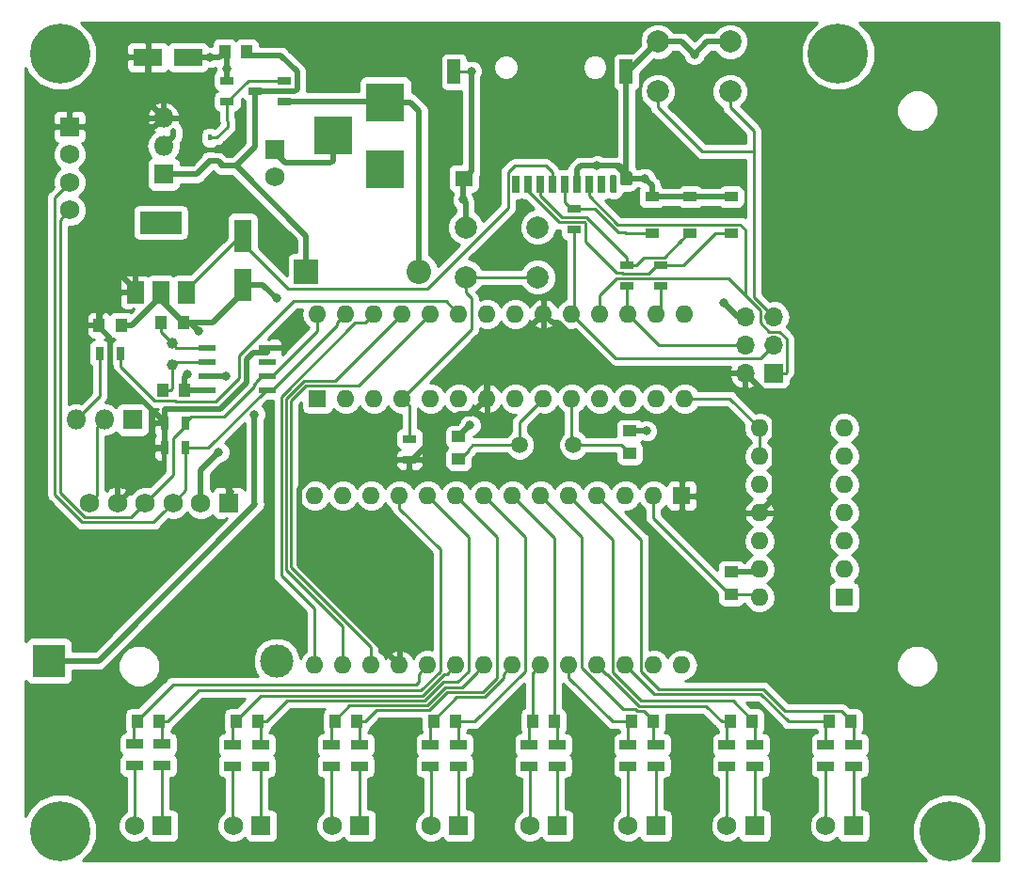
<source format=gtl>
%TF.GenerationSoftware,KiCad,Pcbnew,(5.0-dev-4122-gf60c251)*%
%TF.CreationDate,2018-06-11T17:10:56+01:00*%
%TF.ProjectId,ThermocoupleLogger,546865726D6F636F75706C654C6F6767,ca9ed02408*%
%TF.SameCoordinates,Original*%
%TF.FileFunction,Copper,L1,Top,Signal*%
%TF.FilePolarity,Positive*%
%FSLAX46Y46*%
G04 Gerber Fmt 4.6, Leading zero omitted, Abs format (unit mm)*
G04 Created by KiCad (PCBNEW (5.0-dev-4122-gf60c251)) date Monday, 11 June 2018 at 17:10:56*
%MOMM*%
%LPD*%
G01*
G04 APERTURE LIST*
%ADD10C,5.400000*%
%ADD11C,0.800000*%
%ADD12R,2.600000X1.600000*%
%ADD13C,1.750000*%
%ADD14R,1.750000X1.750000*%
%ADD15R,1.500000X0.970000*%
%ADD16R,1.200000X2.200000*%
%ADD17R,1.600000X1.400000*%
%ADD18C,0.100000*%
%ADD19C,1.100000*%
%ADD20C,0.600000*%
%ADD21R,0.700000X1.600000*%
%ADD22O,1.700000X1.700000*%
%ADD23R,1.700000X1.700000*%
%ADD24O,1.600000X1.600000*%
%ADD25R,1.600000X1.600000*%
%ADD26R,1.550000X0.600000*%
%ADD27R,0.700000X1.300000*%
%ADD28R,3.000000X3.000000*%
%ADD29C,3.000000*%
%ADD30R,1.200000X0.900000*%
%ADD31O,1.800000X1.800000*%
%ADD32R,1.800000X1.800000*%
%ADD33R,1.500000X2.000000*%
%ADD34R,3.800000X2.000000*%
%ADD35R,1.000000X1.250000*%
%ADD36R,1.220000X0.650000*%
%ADD37C,2.000000*%
%ADD38R,1.250000X1.000000*%
%ADD39R,1.600000X3.000000*%
%ADD40R,1.300000X0.700000*%
%ADD41O,2.200000X2.200000*%
%ADD42R,2.200000X2.200000*%
%ADD43C,1.000000*%
%ADD44C,1.500000*%
%ADD45R,3.500000X3.500000*%
%ADD46R,0.450000X0.600000*%
%ADD47C,0.500000*%
%ADD48C,0.250000*%
%ADD49C,0.254000*%
G04 APERTURE END LIST*
D10*
X97734000Y-75890170D03*
D11*
X99759000Y-75890170D03*
X99165891Y-77322061D03*
X97734000Y-77915170D03*
X96302109Y-77322061D03*
X95709000Y-75890170D03*
X96302109Y-74458279D03*
X97734000Y-73865170D03*
X99165891Y-74458279D03*
X179166066Y-144458284D03*
X177734175Y-143865175D03*
X176302284Y-144458284D03*
X175709175Y-145890175D03*
X176302284Y-147322066D03*
X177734175Y-147915175D03*
X179166066Y-147322066D03*
X179759175Y-145890175D03*
D10*
X177734175Y-145890175D03*
D11*
X99166066Y-144458284D03*
X97734175Y-143865175D03*
X96302284Y-144458284D03*
X95709175Y-145890175D03*
X96302284Y-147322066D03*
X97734175Y-147915175D03*
X99166066Y-147322066D03*
X99759175Y-145890175D03*
D10*
X97734175Y-145890175D03*
D11*
X169166066Y-74458284D03*
X167734175Y-73865175D03*
X166302284Y-74458284D03*
X165709175Y-75890175D03*
X166302284Y-77322066D03*
X167734175Y-77915175D03*
X169166066Y-77322066D03*
X169759175Y-75890175D03*
D10*
X167734175Y-75890175D03*
D12*
X109242000Y-76200000D03*
X105642000Y-76200000D03*
D13*
X98602800Y-89973800D03*
X98602800Y-87473800D03*
X98602800Y-84973800D03*
D14*
X98602800Y-82473800D03*
D15*
X142494000Y-138110000D03*
X142494000Y-140020000D03*
X157734000Y-140020000D03*
X157734000Y-138110000D03*
X106934000Y-138059200D03*
X106934000Y-139969200D03*
X104444800Y-139969200D03*
X104444800Y-138059200D03*
X113284000Y-140020000D03*
X113284000Y-138110000D03*
X122174000Y-140020000D03*
X122174000Y-138110000D03*
X131064000Y-140020000D03*
X131064000Y-138110000D03*
X139954000Y-140020000D03*
X139954000Y-138110000D03*
X148844000Y-140020000D03*
X148844000Y-138110000D03*
X166624000Y-140020000D03*
X166624000Y-138110000D03*
X115824000Y-138110000D03*
X115824000Y-140020000D03*
X124714000Y-138110000D03*
X124714000Y-140020000D03*
X133604000Y-138110000D03*
X133604000Y-140020000D03*
X151384000Y-138110000D03*
X151384000Y-140020000D03*
X160274000Y-138110000D03*
X160274000Y-140020000D03*
X169164000Y-138110000D03*
X169164000Y-140020000D03*
D16*
X133177000Y-77530000D03*
X148677000Y-77530000D03*
D17*
X134077000Y-87130000D03*
D18*
G36*
X148978955Y-86481324D02*
X149005650Y-86485284D01*
X149031828Y-86491841D01*
X149057238Y-86500933D01*
X149081634Y-86512472D01*
X149104782Y-86526346D01*
X149126458Y-86542422D01*
X149146454Y-86560546D01*
X149164578Y-86580542D01*
X149180654Y-86602218D01*
X149194528Y-86625366D01*
X149206067Y-86649762D01*
X149215159Y-86675172D01*
X149221716Y-86701350D01*
X149225676Y-86728045D01*
X149227000Y-86755000D01*
X149227000Y-87505000D01*
X149225676Y-87531955D01*
X149221716Y-87558650D01*
X149215159Y-87584828D01*
X149206067Y-87610238D01*
X149194528Y-87634634D01*
X149180654Y-87657782D01*
X149164578Y-87679458D01*
X149146454Y-87699454D01*
X149126458Y-87717578D01*
X149104782Y-87733654D01*
X149081634Y-87747528D01*
X149057238Y-87759067D01*
X149031828Y-87768159D01*
X149005650Y-87774716D01*
X148978955Y-87778676D01*
X148952000Y-87780000D01*
X148402000Y-87780000D01*
X148375045Y-87778676D01*
X148348350Y-87774716D01*
X148322172Y-87768159D01*
X148296762Y-87759067D01*
X148272366Y-87747528D01*
X148249218Y-87733654D01*
X148227542Y-87717578D01*
X148207546Y-87699454D01*
X148189422Y-87679458D01*
X148173346Y-87657782D01*
X148159472Y-87634634D01*
X148147933Y-87610238D01*
X148138841Y-87584828D01*
X148132284Y-87558650D01*
X148128324Y-87531955D01*
X148127000Y-87505000D01*
X148127000Y-86755000D01*
X148128324Y-86728045D01*
X148132284Y-86701350D01*
X148138841Y-86675172D01*
X148147933Y-86649762D01*
X148159472Y-86625366D01*
X148173346Y-86602218D01*
X148189422Y-86580542D01*
X148207546Y-86560546D01*
X148227542Y-86542422D01*
X148249218Y-86526346D01*
X148272366Y-86512472D01*
X148296762Y-86500933D01*
X148322172Y-86491841D01*
X148348350Y-86485284D01*
X148375045Y-86481324D01*
X148402000Y-86480000D01*
X148952000Y-86480000D01*
X148978955Y-86481324D01*
X148978955Y-86481324D01*
G37*
D19*
X148677000Y-87130000D03*
D18*
G36*
X147691703Y-86830722D02*
X147706264Y-86832882D01*
X147720543Y-86836459D01*
X147734403Y-86841418D01*
X147747710Y-86847712D01*
X147760336Y-86855280D01*
X147772159Y-86864048D01*
X147783066Y-86873934D01*
X147792952Y-86884841D01*
X147801720Y-86896664D01*
X147809288Y-86909290D01*
X147815582Y-86922597D01*
X147820541Y-86936457D01*
X147824118Y-86950736D01*
X147826278Y-86965297D01*
X147827000Y-86980000D01*
X147827000Y-88280000D01*
X147826278Y-88294703D01*
X147824118Y-88309264D01*
X147820541Y-88323543D01*
X147815582Y-88337403D01*
X147809288Y-88350710D01*
X147801720Y-88363336D01*
X147792952Y-88375159D01*
X147783066Y-88386066D01*
X147772159Y-88395952D01*
X147760336Y-88404720D01*
X147747710Y-88412288D01*
X147734403Y-88418582D01*
X147720543Y-88423541D01*
X147706264Y-88427118D01*
X147691703Y-88429278D01*
X147677000Y-88430000D01*
X147377000Y-88430000D01*
X147362297Y-88429278D01*
X147347736Y-88427118D01*
X147333457Y-88423541D01*
X147319597Y-88418582D01*
X147306290Y-88412288D01*
X147293664Y-88404720D01*
X147281841Y-88395952D01*
X147270934Y-88386066D01*
X147261048Y-88375159D01*
X147252280Y-88363336D01*
X147244712Y-88350710D01*
X147238418Y-88337403D01*
X147233459Y-88323543D01*
X147229882Y-88309264D01*
X147227722Y-88294703D01*
X147227000Y-88280000D01*
X147227000Y-86980000D01*
X147227722Y-86965297D01*
X147229882Y-86950736D01*
X147233459Y-86936457D01*
X147238418Y-86922597D01*
X147244712Y-86909290D01*
X147252280Y-86896664D01*
X147261048Y-86884841D01*
X147270934Y-86873934D01*
X147281841Y-86864048D01*
X147293664Y-86855280D01*
X147306290Y-86847712D01*
X147319597Y-86841418D01*
X147333457Y-86836459D01*
X147347736Y-86832882D01*
X147362297Y-86830722D01*
X147377000Y-86830000D01*
X147677000Y-86830000D01*
X147691703Y-86830722D01*
X147691703Y-86830722D01*
G37*
D20*
X147527000Y-87630000D03*
D21*
X145327000Y-87630000D03*
X146427000Y-87630000D03*
X144227000Y-87630000D03*
X143127000Y-87630000D03*
X142027000Y-87630000D03*
X138727000Y-87630000D03*
X139827000Y-87630000D03*
X140927000Y-87630000D03*
D13*
X100403000Y-116332000D03*
X102903000Y-116332000D03*
X105403000Y-116332000D03*
X107903000Y-116332000D03*
X110403000Y-116332000D03*
D14*
X112903000Y-116332000D03*
D22*
X159385000Y-99568000D03*
X161925000Y-99568000D03*
X159385000Y-102108000D03*
X161925000Y-102108000D03*
X159385000Y-104648000D03*
D23*
X161925000Y-104648000D03*
D24*
X160655000Y-124841000D03*
X168275000Y-109601000D03*
X160655000Y-122301000D03*
X168275000Y-112141000D03*
X160655000Y-119761000D03*
X168275000Y-114681000D03*
X160655000Y-117221000D03*
X168275000Y-117221000D03*
X160655000Y-114681000D03*
X168275000Y-119761000D03*
X160655000Y-112141000D03*
X168275000Y-122301000D03*
X160655000Y-109601000D03*
D25*
X168275000Y-124841000D03*
D26*
X116365000Y-102362000D03*
X116365000Y-103632000D03*
X116365000Y-104902000D03*
X116365000Y-106172000D03*
X110965000Y-106172000D03*
X110965000Y-104902000D03*
X110965000Y-103632000D03*
X110965000Y-102362000D03*
D27*
X109027000Y-111379000D03*
X107127000Y-111379000D03*
D28*
X96731000Y-130556000D03*
D29*
X117221000Y-130556000D03*
D30*
X158115000Y-92074000D03*
X158115000Y-88774000D03*
D31*
X107061000Y-81661000D03*
X107061000Y-84201000D03*
D32*
X107061000Y-86741000D03*
D33*
X104507000Y-97384000D03*
X109107000Y-97384000D03*
X106807000Y-97384000D03*
D34*
X106807000Y-91084000D03*
D35*
X106664000Y-136017000D03*
X104664000Y-136017000D03*
X149114000Y-136017000D03*
X151114000Y-136017000D03*
X142224000Y-136017000D03*
X140224000Y-136017000D03*
X113554000Y-136017000D03*
X115554000Y-136017000D03*
X124444000Y-136017000D03*
X122444000Y-136017000D03*
X131334000Y-136017000D03*
X133334000Y-136017000D03*
X160004000Y-136017000D03*
X158004000Y-136017000D03*
X166894000Y-136017000D03*
X168894000Y-136017000D03*
D14*
X106934000Y-145415000D03*
D13*
X104434000Y-145415000D03*
X113324000Y-145415000D03*
D14*
X115824000Y-145415000D03*
D13*
X122214000Y-145415000D03*
D14*
X124714000Y-145415000D03*
X133604000Y-145415000D03*
D13*
X131104000Y-145415000D03*
X139994000Y-145415000D03*
D14*
X142494000Y-145415000D03*
X151344000Y-145415000D03*
D13*
X148844000Y-145415000D03*
X157734000Y-145415000D03*
D14*
X160234000Y-145415000D03*
X169124000Y-145415000D03*
D13*
X166624000Y-145415000D03*
D31*
X99187000Y-108839000D03*
X101727000Y-108839000D03*
D32*
X104267000Y-108839000D03*
D36*
X115276000Y-79248000D03*
X117896000Y-78298000D03*
X117896000Y-80198000D03*
D37*
X140716000Y-91512000D03*
X140716000Y-96012000D03*
X134216000Y-91512000D03*
X134216000Y-96012000D03*
D35*
X112538000Y-75692000D03*
X114538000Y-75692000D03*
D38*
X148971000Y-109871000D03*
X148971000Y-111871000D03*
D39*
X114173000Y-96688000D03*
X114173000Y-92288000D03*
D27*
X107127000Y-109156500D03*
X109027000Y-109156500D03*
D35*
X106950000Y-106172000D03*
X108950000Y-106172000D03*
X108823000Y-100076000D03*
X106823000Y-100076000D03*
D38*
X158115000Y-122571000D03*
X158115000Y-124571000D03*
D40*
X129159000Y-110556000D03*
X129159000Y-112456000D03*
D41*
X130048000Y-95504000D03*
D42*
X119888000Y-95504000D03*
D35*
X101235000Y-100330000D03*
X103235000Y-100330000D03*
D40*
X112776000Y-80198000D03*
X112776000Y-78298000D03*
D37*
X151511000Y-79303000D03*
X151511000Y-74803000D03*
X158011000Y-79303000D03*
X158011000Y-74803000D03*
D38*
X133604000Y-112379000D03*
X133604000Y-110379000D03*
D43*
X107823000Y-103886000D03*
X107823000Y-101986000D03*
D25*
X120904000Y-106934000D03*
D24*
X153924000Y-99314000D03*
X123444000Y-106934000D03*
X151384000Y-99314000D03*
X125984000Y-106934000D03*
X148844000Y-99314000D03*
X128524000Y-106934000D03*
X146304000Y-99314000D03*
X131064000Y-106934000D03*
X143764000Y-99314000D03*
X133604000Y-106934000D03*
X141224000Y-99314000D03*
X136144000Y-106934000D03*
X138684000Y-99314000D03*
X138684000Y-106934000D03*
X136144000Y-99314000D03*
X141224000Y-106934000D03*
X133604000Y-99314000D03*
X143764000Y-106934000D03*
X131064000Y-99314000D03*
X146304000Y-106934000D03*
X128524000Y-99314000D03*
X148844000Y-106934000D03*
X125984000Y-99314000D03*
X151384000Y-106934000D03*
X123444000Y-99314000D03*
X153924000Y-106934000D03*
X120904000Y-99314000D03*
D40*
X148717000Y-96835000D03*
X148717000Y-94935000D03*
X144018000Y-91755000D03*
X144018000Y-89855000D03*
X151765000Y-94935000D03*
X151765000Y-96835000D03*
D27*
X101285000Y-102870000D03*
X103185000Y-102870000D03*
D44*
X139065000Y-111125000D03*
X143945000Y-111125000D03*
D24*
X153670000Y-130937000D03*
X120650000Y-115697000D03*
X151130000Y-130937000D03*
X123190000Y-115697000D03*
X148590000Y-130937000D03*
X125730000Y-115697000D03*
X146050000Y-130937000D03*
X128270000Y-115697000D03*
X143510000Y-130937000D03*
X130810000Y-115697000D03*
X140970000Y-130937000D03*
X133350000Y-115697000D03*
X138430000Y-130937000D03*
X135890000Y-115697000D03*
X135890000Y-130937000D03*
X138430000Y-115697000D03*
X133350000Y-130937000D03*
X140970000Y-115697000D03*
X130810000Y-130937000D03*
X143510000Y-115697000D03*
X128270000Y-130937000D03*
X146050000Y-115697000D03*
X125730000Y-130937000D03*
X148590000Y-115697000D03*
X123190000Y-130937000D03*
X151130000Y-115697000D03*
X120650000Y-130937000D03*
D25*
X153670000Y-115697000D03*
D13*
X117094000Y-86995000D03*
D14*
X117094000Y-84495000D03*
D30*
X154432000Y-88774000D03*
X154432000Y-92074000D03*
X150977600Y-88774000D03*
X150977600Y-92074000D03*
D45*
X122300000Y-83264000D03*
X127000000Y-80264000D03*
X127000000Y-86264000D03*
D46*
X111252000Y-83452000D03*
X111252000Y-85552000D03*
D11*
X150368000Y-87122000D03*
X111252000Y-76200000D03*
X112776000Y-77216000D03*
X154813000Y-75946000D03*
X112014000Y-111760000D03*
X109220000Y-104775000D03*
X110236000Y-100838000D03*
X134620000Y-109347000D03*
X150495000Y-109855000D03*
X157480000Y-98298000D03*
X117221000Y-97917000D03*
X133985000Y-89027000D03*
X146050000Y-85979000D03*
X134747000Y-77470000D03*
X115241326Y-108369435D03*
X112649000Y-104902006D03*
X105283000Y-114300000D03*
X112268000Y-114300000D03*
D47*
X134747000Y-77470000D02*
X134747000Y-86460000D01*
X134747000Y-86460000D02*
X134077000Y-87130000D01*
X148677000Y-77530000D02*
X148784000Y-77530000D01*
X148784000Y-77530000D02*
X151511000Y-74803000D01*
X150977600Y-88774000D02*
X150977600Y-87731600D01*
X150977600Y-87731600D02*
X150368000Y-87122000D01*
X148677000Y-87130000D02*
X150360000Y-87130000D01*
X150360000Y-87130000D02*
X150368000Y-87122000D01*
X111252000Y-76200000D02*
X112030000Y-76200000D01*
X109242000Y-76200000D02*
X111252000Y-76200000D01*
X112776000Y-77216000D02*
X112776000Y-75930000D01*
X112776000Y-78298000D02*
X112776000Y-77216000D01*
X112030000Y-76200000D02*
X112538000Y-75692000D01*
X112776000Y-75930000D02*
X112538000Y-75692000D01*
X158011000Y-74803000D02*
X155956000Y-74803000D01*
X155956000Y-74803000D02*
X154813000Y-75946000D01*
X151511000Y-74803000D02*
X153670000Y-74803000D01*
X153670000Y-74803000D02*
X154813000Y-75946000D01*
X158115000Y-122571000D02*
X160385000Y-122571000D01*
X160385000Y-122571000D02*
X160655000Y-122301000D01*
X154432000Y-88774000D02*
X158115000Y-88774000D01*
X150977600Y-88774000D02*
X154432000Y-88774000D01*
X112776000Y-78298000D02*
X112476000Y-78298000D01*
X107960999Y-82813001D02*
X107960999Y-83301001D01*
X107960999Y-83301001D02*
X107061000Y-84201000D01*
X111485000Y-100076000D02*
X114173000Y-97388000D01*
X108823000Y-100076000D02*
X108823000Y-100187000D01*
X158750000Y-99568000D02*
X157480000Y-98298000D01*
X133604000Y-110379000D02*
X133604000Y-110363000D01*
X134216000Y-91512000D02*
X134216000Y-89258000D01*
X104235000Y-100330000D02*
X106807000Y-97758000D01*
X106807000Y-98060000D02*
X108823000Y-100076000D01*
X114173000Y-97388000D02*
X114173000Y-96688000D01*
X148677000Y-87130000D02*
X148677000Y-77530000D01*
X108950000Y-106172000D02*
X108950000Y-105045000D01*
X146050000Y-85979000D02*
X148016002Y-85979000D01*
X108950000Y-106172000D02*
X110965000Y-106172000D01*
X106807000Y-97758000D02*
X106807000Y-97384000D01*
X106807000Y-97384000D02*
X106807000Y-98060000D01*
X148971000Y-109871000D02*
X150479000Y-109871000D01*
X150479000Y-109871000D02*
X150495000Y-109855000D01*
X144578000Y-85979000D02*
X146050000Y-85979000D01*
X133985000Y-89027000D02*
X133985000Y-87222000D01*
X148016002Y-85979000D02*
X148677000Y-86639998D01*
X108823000Y-100076000D02*
X111485000Y-100076000D01*
X144227000Y-86330000D02*
X144578000Y-85979000D01*
X148677000Y-86639998D02*
X148677000Y-87130000D01*
X108823000Y-100076000D02*
X109474000Y-100076000D01*
X133985000Y-87222000D02*
X134077000Y-87130000D01*
X133604000Y-110363000D02*
X134620000Y-109347000D01*
X134216000Y-89258000D02*
X133985000Y-89027000D01*
X109474000Y-100076000D02*
X110236000Y-100838000D01*
X103235000Y-100330000D02*
X104235000Y-100330000D01*
X144227000Y-87630000D02*
X144227000Y-86330000D01*
X159385000Y-99568000D02*
X158750000Y-99568000D01*
X108950000Y-105045000D02*
X109220000Y-104775000D01*
X110403000Y-113371000D02*
X112014000Y-111760000D01*
X110403000Y-116332000D02*
X110403000Y-113371000D01*
X114173000Y-96688000D02*
X115992000Y-96688000D01*
X115992000Y-96688000D02*
X117221000Y-97917000D01*
X106807000Y-97384000D02*
X106807000Y-98044000D01*
D48*
X106807000Y-97384000D02*
X106807000Y-98298000D01*
X133177000Y-77530000D02*
X134687000Y-77530000D01*
X134687000Y-77530000D02*
X134747000Y-77470000D01*
X148677000Y-87130000D02*
X148677000Y-87030000D01*
X148677000Y-87030000D02*
X147626000Y-85979000D01*
X147626000Y-85979000D02*
X146050000Y-85979000D01*
D47*
X116967000Y-84709000D02*
X117983000Y-85725000D01*
X117983000Y-85725000D02*
X122089000Y-85725000D01*
X122089000Y-85725000D02*
X122300000Y-85514000D01*
X122300000Y-85514000D02*
X122300000Y-83264000D01*
X115316000Y-116459000D02*
X115241326Y-116384326D01*
X115241326Y-116384326D02*
X115241326Y-108935120D01*
X115241326Y-108935120D02*
X115241326Y-108369435D01*
X101219000Y-130556000D02*
X115316000Y-116459000D01*
X110965000Y-104902000D02*
X112648994Y-104902000D01*
X112648994Y-104902000D02*
X112649000Y-104902006D01*
X96731000Y-130556000D02*
X101219000Y-130556000D01*
X110965000Y-104902000D02*
X111252000Y-104902000D01*
X98602800Y-82473800D02*
X106248200Y-82473800D01*
X106248200Y-82473800D02*
X107061000Y-81661000D01*
X105642000Y-76200000D02*
X105642000Y-80242000D01*
X105642000Y-80242000D02*
X107061000Y-81661000D01*
X105283000Y-114300000D02*
X103356000Y-114300000D01*
X103356000Y-114300000D02*
X102903000Y-114753000D01*
X112903000Y-116332000D02*
X112903000Y-114935000D01*
X112903000Y-114935000D02*
X112268000Y-114300000D01*
X102903000Y-116332000D02*
X102903000Y-114753000D01*
X102903000Y-114753000D02*
X106277000Y-111379000D01*
X106277000Y-111379000D02*
X107127000Y-111379000D01*
X107127000Y-109093000D02*
X107127000Y-111379000D01*
X112903000Y-116332000D02*
X112903000Y-115570000D01*
X112903000Y-115570000D02*
X113157000Y-115316000D01*
X98602800Y-82473800D02*
X99977800Y-82473800D01*
X99977800Y-82473800D02*
X103257000Y-85753000D01*
X103257000Y-85753000D02*
X103257000Y-95884000D01*
X103257000Y-95884000D02*
X104507000Y-97134000D01*
X104507000Y-97134000D02*
X104507000Y-97384000D01*
X102284999Y-101504999D02*
X102284999Y-104250999D01*
X102284999Y-104250999D02*
X102428000Y-104394000D01*
X102428000Y-104394000D02*
X107127000Y-109093000D01*
X107127000Y-109093000D02*
X107127000Y-107943000D01*
X107127000Y-107943000D02*
X107172988Y-107897012D01*
X107172988Y-107897012D02*
X112193989Y-107897011D01*
X112193989Y-107897011D02*
X114553999Y-105537001D01*
X114553999Y-105537001D02*
X114554008Y-103377990D01*
X114554008Y-103377990D02*
X115149999Y-102781999D01*
X115149999Y-102781999D02*
X116365000Y-102781999D01*
X116365000Y-102781999D02*
X116365000Y-102362000D01*
X103257000Y-97384000D02*
X104507000Y-97384000D01*
X128270000Y-130937000D02*
X119299999Y-121966999D01*
X119299999Y-121966999D02*
X119299999Y-115048999D01*
X119299999Y-115048999D02*
X121892998Y-112456000D01*
X121892998Y-112456000D02*
X128009000Y-112456000D01*
X128009000Y-112456000D02*
X129159000Y-112456000D01*
X101235000Y-100330000D02*
X101235000Y-100455000D01*
X101235000Y-100455000D02*
X102284999Y-101504999D01*
X160655000Y-117221000D02*
X162005001Y-115870999D01*
X162005001Y-115870999D02*
X162005001Y-107268001D01*
X162005001Y-107268001D02*
X159385000Y-104648000D01*
X147099998Y-104648000D02*
X159385000Y-104648000D01*
X142565997Y-100113999D02*
X147099998Y-104648000D01*
X129459000Y-112456000D02*
X133630999Y-108284001D01*
X116365000Y-102362000D02*
X115890000Y-102362000D01*
X141224000Y-99314000D02*
X142023999Y-100113999D01*
X142023999Y-100113999D02*
X142565997Y-100113999D01*
X133630999Y-108284001D02*
X134793999Y-108284001D01*
X134793999Y-108284001D02*
X136144000Y-106934000D01*
X129159000Y-112456000D02*
X129459000Y-112456000D01*
X136144000Y-104394000D02*
X141224000Y-99314000D01*
X136144000Y-106934000D02*
X136144000Y-104394000D01*
X103257000Y-97384000D02*
X101235000Y-99406000D01*
X101235000Y-99406000D02*
X101235000Y-100330000D01*
D48*
X138642998Y-85979000D02*
X141426000Y-85979000D01*
X141426000Y-85979000D02*
X142027000Y-86580000D01*
X142027000Y-86580000D02*
X142027000Y-87630000D01*
X114173000Y-92288000D02*
X114173000Y-92988000D01*
X114173000Y-92988000D02*
X118214001Y-97029001D01*
X118214001Y-97029001D02*
X130808001Y-97029001D01*
X130808001Y-97029001D02*
X138051999Y-89785003D01*
X138051999Y-89785003D02*
X138051999Y-86569999D01*
X138051999Y-86569999D02*
X138642998Y-85979000D01*
X109107000Y-97384000D02*
X109107000Y-97134000D01*
X109107000Y-97134000D02*
X113953000Y-92288000D01*
X113953000Y-92288000D02*
X114173000Y-92288000D01*
D47*
X112275000Y-85979000D02*
X112500000Y-85979000D01*
X112500000Y-85979000D02*
X113553998Y-85979000D01*
X111252000Y-85552000D02*
X111977000Y-85552000D01*
X111977000Y-85552000D02*
X112404000Y-85979000D01*
X112404000Y-85979000D02*
X112500000Y-85979000D01*
X107061000Y-86741000D02*
X110063000Y-86741000D01*
X110063000Y-86741000D02*
X111252000Y-85552000D01*
X115276000Y-84256998D02*
X113807998Y-85725000D01*
X113807998Y-85725000D02*
X113553998Y-85979000D01*
X114538000Y-76073000D02*
X117596002Y-76073000D01*
X117596002Y-76073000D02*
X119056001Y-77532999D01*
X119056001Y-77532999D02*
X119056001Y-79063001D01*
X119056001Y-79063001D02*
X118871002Y-79248000D01*
X118871002Y-79248000D02*
X115276000Y-79248000D01*
X115276000Y-79248000D02*
X115276000Y-84256998D01*
X119888000Y-95504000D02*
X119888000Y-92313002D01*
X119888000Y-92313002D02*
X113553998Y-85979000D01*
D48*
X130189002Y-133223000D02*
X110208000Y-133223000D01*
X110208000Y-133223000D02*
X107414000Y-136017000D01*
X107414000Y-136017000D02*
X106664000Y-136017000D01*
X128270000Y-115697000D02*
X128270000Y-116828370D01*
X128270000Y-116828370D02*
X131935001Y-120493371D01*
X131935001Y-120493371D02*
X131935001Y-131477001D01*
X131935001Y-131477001D02*
X130189002Y-133223000D01*
X106934000Y-136287000D02*
X106664000Y-136017000D01*
X106934000Y-138242000D02*
X106934000Y-136287000D01*
X108016057Y-132664943D02*
X129794000Y-132664943D01*
X107891057Y-132664943D02*
X108016057Y-132664943D01*
X104664000Y-135892000D02*
X107891057Y-132664943D01*
X104664000Y-136017000D02*
X104664000Y-135892000D01*
X130810000Y-130937000D02*
X130010001Y-131736999D01*
X130010001Y-131736999D02*
X130010001Y-132448942D01*
X129794000Y-132664943D02*
X130022972Y-132435971D01*
X130010001Y-132448942D02*
X129794000Y-132664943D01*
X104394000Y-136287000D02*
X104664000Y-136017000D01*
X104394000Y-138242000D02*
X104394000Y-136287000D01*
X130375402Y-133673011D02*
X115772989Y-133673011D01*
X115772989Y-133673011D02*
X113554000Y-135892000D01*
X113554000Y-135892000D02*
X113554000Y-136017000D01*
X132311414Y-131736999D02*
X130375402Y-133673011D01*
X132550001Y-131736999D02*
X132311414Y-131736999D01*
X133350000Y-130937000D02*
X132550001Y-131736999D01*
X113284000Y-136287000D02*
X113554000Y-136017000D01*
X113284000Y-138242000D02*
X113284000Y-136287000D01*
X116304000Y-136017000D02*
X118197978Y-134123022D01*
X118197978Y-134123022D02*
X130561802Y-134123022D01*
X115554000Y-136017000D02*
X116304000Y-136017000D01*
X132223823Y-132461000D02*
X133491002Y-132461000D01*
X130561802Y-134123022D02*
X132223823Y-132461000D01*
X133491002Y-132461000D02*
X134475001Y-131477001D01*
X134475001Y-131477001D02*
X134475001Y-119362001D01*
X134475001Y-119362001D02*
X131609999Y-116496999D01*
X131609999Y-116496999D02*
X130810000Y-115697000D01*
X115824000Y-136287000D02*
X115554000Y-136017000D01*
X115824000Y-138242000D02*
X115824000Y-136287000D01*
X134149999Y-116496999D02*
X133350000Y-115697000D01*
X137015001Y-119362001D02*
X134149999Y-116496999D01*
X137015001Y-132099410D02*
X137015001Y-119362001D01*
X135753389Y-133361022D02*
X137015001Y-132099410D01*
X132596623Y-133361022D02*
X135753389Y-133361022D01*
X130934602Y-135023044D02*
X132596623Y-133361022D01*
X126187956Y-135023044D02*
X130934602Y-135023044D01*
X125194000Y-136017000D02*
X126187956Y-135023044D01*
X124444000Y-136017000D02*
X125194000Y-136017000D01*
X124714000Y-136287000D02*
X124444000Y-136017000D01*
X124714000Y-138242000D02*
X124714000Y-136287000D01*
X130748202Y-134573033D02*
X132410223Y-132911011D01*
X135090001Y-131736999D02*
X135890000Y-130937000D01*
X133915989Y-132911011D02*
X135090001Y-131736999D01*
X132410223Y-132911011D02*
X133915989Y-132911011D01*
X122444000Y-136017000D02*
X122444000Y-135892000D01*
X122444000Y-135892000D02*
X123762967Y-134573033D01*
X123762967Y-134573033D02*
X130748202Y-134573033D01*
X122174000Y-136287000D02*
X122444000Y-136017000D01*
X122174000Y-138242000D02*
X122174000Y-136287000D01*
X131334000Y-135892000D02*
X133414967Y-133811033D01*
X135939789Y-133811033D02*
X137630001Y-132120821D01*
X137630001Y-132120821D02*
X137630001Y-131736999D01*
X131334000Y-136017000D02*
X131334000Y-135892000D01*
X133414967Y-133811033D02*
X135939789Y-133811033D01*
X137630001Y-131736999D02*
X138430000Y-130937000D01*
X131064000Y-138242000D02*
X131064000Y-136287000D01*
X131064000Y-136287000D02*
X131334000Y-136017000D01*
X133334000Y-136017000D02*
X135015002Y-136017000D01*
X135015002Y-136017000D02*
X139555001Y-131477001D01*
X139555001Y-131477001D02*
X139555001Y-119362001D01*
X139555001Y-119362001D02*
X136689999Y-116496999D01*
X136689999Y-116496999D02*
X135890000Y-115697000D01*
X133604000Y-136287000D02*
X133334000Y-136017000D01*
X133604000Y-138242000D02*
X133604000Y-136287000D01*
X138430000Y-115697000D02*
X142224000Y-119491000D01*
X142224000Y-119491000D02*
X142224000Y-136017000D01*
X142494000Y-138242000D02*
X142494000Y-136287000D01*
X142494000Y-136287000D02*
X142224000Y-136017000D01*
X140224000Y-136017000D02*
X140224000Y-131683000D01*
X140224000Y-131683000D02*
X140970000Y-130937000D01*
X139954000Y-138242000D02*
X139954000Y-136287000D01*
X139954000Y-136287000D02*
X140224000Y-136017000D01*
X148844000Y-138115000D02*
X148844000Y-136287000D01*
X148844000Y-136287000D02*
X149114000Y-136017000D01*
X143510000Y-130937000D02*
X143510000Y-132068370D01*
X143510000Y-132068370D02*
X147458630Y-136017000D01*
X147458630Y-136017000D02*
X148364000Y-136017000D01*
X148364000Y-136017000D02*
X149114000Y-136017000D01*
X151114000Y-135892000D02*
X151114000Y-136017000D01*
X144635001Y-119362001D02*
X144635001Y-131187003D01*
X149534170Y-134931992D02*
X149669177Y-135066999D01*
X149669177Y-135066999D02*
X150288999Y-135066999D01*
X150288999Y-135066999D02*
X151114000Y-135892000D01*
X140970000Y-115697000D02*
X144635001Y-119362001D01*
X144635001Y-131187003D02*
X148379988Y-134931990D01*
X148379988Y-134931990D02*
X149534170Y-134931992D01*
X151114000Y-136017000D02*
X151114000Y-137972000D01*
X151114000Y-137972000D02*
X151384000Y-138242000D01*
X151384000Y-135652000D02*
X151016178Y-135652000D01*
X143510000Y-115697000D02*
X147464999Y-119651999D01*
X147464999Y-119651999D02*
X147464999Y-131589999D01*
X147464999Y-131589999D02*
X150041977Y-134166977D01*
X150041977Y-134166977D02*
X158278977Y-134166977D01*
X158278977Y-134166977D02*
X160004000Y-135892000D01*
X160004000Y-135892000D02*
X160004000Y-136017000D01*
X160274000Y-138242000D02*
X160274000Y-136287000D01*
X160274000Y-136287000D02*
X160004000Y-136017000D01*
X146050000Y-130937000D02*
X146849999Y-131736999D01*
X146849999Y-131736999D02*
X146975588Y-131736999D01*
X146975588Y-131736999D02*
X149855577Y-134616988D01*
X149855577Y-134616988D02*
X155853988Y-134616988D01*
X155853988Y-134616988D02*
X157254000Y-136017000D01*
X157254000Y-136017000D02*
X158004000Y-136017000D01*
X157734000Y-138242000D02*
X157734000Y-136287000D01*
X157734000Y-136287000D02*
X158004000Y-136017000D01*
X166144000Y-136017000D02*
X166894000Y-136017000D01*
X163252589Y-136017000D02*
X166144000Y-136017000D01*
X160781600Y-133546011D02*
X163252589Y-136017000D01*
X151199011Y-133546011D02*
X160781600Y-133546011D01*
X148590000Y-130937000D02*
X151199011Y-133546011D01*
X166624000Y-138242000D02*
X166624000Y-136287000D01*
X166624000Y-136287000D02*
X166894000Y-136017000D01*
X162938999Y-135066999D02*
X162941000Y-135066999D01*
X162941000Y-135066999D02*
X168068999Y-135066999D01*
X146050000Y-115697000D02*
X150004999Y-119651999D01*
X150004999Y-119651999D02*
X150004999Y-131477001D01*
X150004999Y-131477001D02*
X151623998Y-133096000D01*
X151623998Y-133096000D02*
X160970001Y-133096000D01*
X160970001Y-133096000D02*
X162941000Y-135066999D01*
X168068999Y-135066999D02*
X168894000Y-135892000D01*
X168894000Y-135892000D02*
X168894000Y-136017000D01*
X169164000Y-138242000D02*
X169164000Y-136287000D01*
X169164000Y-136287000D02*
X168894000Y-136017000D01*
X158115000Y-124571000D02*
X160385000Y-124571000D01*
X160385000Y-124571000D02*
X160655000Y-124841000D01*
X151130000Y-115697000D02*
X151130000Y-117711000D01*
X151130000Y-117711000D02*
X157990000Y-124571000D01*
X157990000Y-124571000D02*
X158115000Y-124571000D01*
X139065000Y-111125000D02*
X134858000Y-111125000D01*
X134858000Y-111125000D02*
X134479000Y-111504000D01*
X134479000Y-111504000D02*
X134479000Y-111629000D01*
X134479000Y-111629000D02*
X133729000Y-112379000D01*
X133729000Y-112379000D02*
X133604000Y-112379000D01*
X139065000Y-109093000D02*
X139065000Y-111125000D01*
X141224000Y-106934000D02*
X139065000Y-109093000D01*
X143945000Y-111125000D02*
X148225000Y-111125000D01*
X148225000Y-111125000D02*
X148971000Y-111871000D01*
X143764000Y-106934000D02*
X143764000Y-110944000D01*
X143764000Y-110944000D02*
X143945000Y-111125000D01*
X106823000Y-100076000D02*
X106823000Y-100986000D01*
X106823000Y-100986000D02*
X107823000Y-101986000D01*
X110965000Y-102362000D02*
X108199000Y-102362000D01*
X108199000Y-102362000D02*
X107823000Y-101986000D01*
X110965000Y-103632000D02*
X108077000Y-103632000D01*
X108077000Y-103632000D02*
X107823000Y-103886000D01*
X107823000Y-103886000D02*
X107823000Y-106049000D01*
X107700000Y-106172000D02*
X106950000Y-106172000D01*
X107823000Y-106049000D02*
X107700000Y-106172000D01*
D47*
X127000000Y-80264000D02*
X129250000Y-80264000D01*
X130048000Y-81062000D02*
X130048000Y-93948366D01*
X129250000Y-80264000D02*
X130048000Y-81062000D01*
X130048000Y-93948366D02*
X130048000Y-95504000D01*
X117896000Y-80198000D02*
X126934000Y-80198000D01*
X126934000Y-80198000D02*
X127000000Y-80264000D01*
D48*
X120495888Y-80198000D02*
X119126000Y-80198000D01*
X119126000Y-80198000D02*
X117896000Y-80198000D01*
X127000000Y-80264000D02*
X119192000Y-80264000D01*
X119192000Y-80264000D02*
X119126000Y-80198000D01*
X112776000Y-80198000D02*
X112776000Y-81928000D01*
X112776000Y-81928000D02*
X112852000Y-82004000D01*
X112852000Y-82004000D02*
X112852000Y-82452000D01*
X112852000Y-82452000D02*
X111852000Y-83452000D01*
X111852000Y-83452000D02*
X111252000Y-83452000D01*
X117896000Y-78298000D02*
X114676000Y-78298000D01*
X114676000Y-78298000D02*
X112776000Y-80198000D01*
X148717000Y-94935000D02*
X149617000Y-94935000D01*
X149617000Y-94935000D02*
X150292001Y-94259999D01*
X150292001Y-94259999D02*
X152096001Y-94259999D01*
X152096001Y-94259999D02*
X153582000Y-92774000D01*
X154282000Y-92074000D02*
X154432000Y-92074000D01*
X153582000Y-92924000D02*
X153582000Y-92774000D01*
X153582000Y-92774000D02*
X154282000Y-92074000D01*
X148717000Y-94232587D02*
X148717000Y-94935000D01*
X145114401Y-90629988D02*
X148717000Y-94232587D01*
X142876988Y-90629988D02*
X145114401Y-90629988D01*
X140927000Y-88680000D02*
X142876988Y-90629988D01*
X140927000Y-87630000D02*
X140927000Y-88680000D01*
X151765000Y-94935000D02*
X153832000Y-94935000D01*
X153832000Y-94935000D02*
X156693000Y-92074000D01*
X156693000Y-92074000D02*
X157265000Y-92074000D01*
X157265000Y-92074000D02*
X158115000Y-92074000D01*
X148414989Y-95709989D02*
X150690011Y-95709989D01*
X150690011Y-95709989D02*
X151465000Y-94935000D01*
X151465000Y-94935000D02*
X151765000Y-94935000D01*
X147806999Y-95610001D02*
X148315001Y-95610001D01*
X148315001Y-95610001D02*
X148414989Y-95709989D01*
X144928001Y-91079999D02*
X144993001Y-91144999D01*
X144993001Y-91144999D02*
X144993001Y-92796003D01*
X144993001Y-92796003D02*
X147806999Y-95610001D01*
X139827000Y-87630000D02*
X139827000Y-88265002D01*
X139827000Y-88265002D02*
X142641997Y-91079999D01*
X142641997Y-91079999D02*
X144928001Y-91079999D01*
X147741999Y-95545001D02*
X147806999Y-95610001D01*
X148590000Y-91982000D02*
X148682000Y-92074000D01*
X148682000Y-92074000D02*
X150977600Y-92074000D01*
X147992590Y-91982000D02*
X148590000Y-91982000D01*
X145865590Y-89855000D02*
X147992590Y-91982000D01*
X144018000Y-89855000D02*
X145865590Y-89855000D01*
X143127000Y-87630000D02*
X143127000Y-88964000D01*
X143127000Y-88964000D02*
X143118000Y-88973000D01*
X143118000Y-88973000D02*
X143118000Y-89255000D01*
X143118000Y-89255000D02*
X143718000Y-89855000D01*
X143718000Y-89855000D02*
X144018000Y-89855000D01*
X104444800Y-139964200D02*
X104444800Y-145404200D01*
X104444800Y-145404200D02*
X104434000Y-145415000D01*
X113284000Y-140015000D02*
X113284000Y-145375000D01*
X113284000Y-145375000D02*
X113324000Y-145415000D01*
X122174000Y-140015000D02*
X122174000Y-145375000D01*
X122174000Y-145375000D02*
X122214000Y-145415000D01*
X131104000Y-143637000D02*
X131104000Y-142875000D01*
X131104000Y-142875000D02*
X131104000Y-140502000D01*
X131104000Y-145415000D02*
X131104000Y-144177564D01*
X131104000Y-144177564D02*
X131104000Y-142875000D01*
X131104000Y-140502000D02*
X131064000Y-140462000D01*
X131064000Y-140462000D02*
X131064000Y-140142000D01*
X139994000Y-145415000D02*
X139994000Y-140055000D01*
X139994000Y-140055000D02*
X139954000Y-140015000D01*
X148844000Y-140142000D02*
X148844000Y-143510000D01*
X148844000Y-143510000D02*
X148844000Y-143637000D01*
X148844000Y-145415000D02*
X148844000Y-144177564D01*
X148844000Y-144177564D02*
X148844000Y-143510000D01*
X157734000Y-140142000D02*
X157734000Y-143510000D01*
X157734000Y-143510000D02*
X157734000Y-143637000D01*
X157734000Y-145415000D02*
X157734000Y-144177564D01*
X157734000Y-144177564D02*
X157734000Y-143510000D01*
X166624000Y-143637000D02*
X166624000Y-143510000D01*
X166624000Y-145415000D02*
X166624000Y-144177564D01*
X166624000Y-143510000D02*
X166624000Y-140142000D01*
X166624000Y-144177564D02*
X166624000Y-143510000D01*
X106934000Y-139964200D02*
X106934000Y-145415000D01*
X115824000Y-143637000D02*
X115824000Y-145415000D01*
X115824000Y-140142000D02*
X115824000Y-143637000D01*
X124714000Y-143637000D02*
X124714000Y-145415000D01*
X124714000Y-140142000D02*
X124714000Y-143637000D01*
X133604000Y-145415000D02*
X133604000Y-143637000D01*
X133604000Y-143637000D02*
X133604000Y-140142000D01*
X142494000Y-140142000D02*
X142494000Y-143510000D01*
X142494000Y-143510000D02*
X142494000Y-143637000D01*
X142494000Y-145415000D02*
X142494000Y-144290000D01*
X142494000Y-144290000D02*
X142494000Y-143510000D01*
X151344000Y-145415000D02*
X151344000Y-144290000D01*
X151344000Y-144290000D02*
X151384000Y-144250000D01*
X151384000Y-144250000D02*
X151384000Y-143597000D01*
X151384000Y-140142000D02*
X151384000Y-143597000D01*
X151384000Y-143597000D02*
X151344000Y-143637000D01*
X160234000Y-145415000D02*
X160234000Y-144290000D01*
X160234000Y-144290000D02*
X160274000Y-144250000D01*
X160274000Y-144250000D02*
X160274000Y-143597000D01*
X160274000Y-140142000D02*
X160274000Y-143597000D01*
X160274000Y-143597000D02*
X160234000Y-143637000D01*
X169124000Y-143637000D02*
X169124000Y-143510000D01*
X169124000Y-143510000D02*
X169124000Y-140182000D01*
X169124000Y-145415000D02*
X169124000Y-144290000D01*
X169124000Y-144290000D02*
X169124000Y-143510000D01*
X169124000Y-140182000D02*
X169164000Y-140142000D01*
X158011000Y-79303000D02*
X158011000Y-80717213D01*
X158011000Y-80717213D02*
X160147000Y-82853213D01*
X160147000Y-82853213D02*
X160147000Y-84709000D01*
X156210000Y-84709000D02*
X160147000Y-84709000D01*
X151511000Y-79303000D02*
X151511000Y-80717213D01*
X151511000Y-80717213D02*
X155502787Y-84709000D01*
X155502787Y-84709000D02*
X156210000Y-84709000D01*
X160147000Y-84709000D02*
X160147000Y-97790000D01*
X160147000Y-97790000D02*
X161925000Y-99568000D01*
X120777000Y-106747919D02*
X120777000Y-107535000D01*
X148844000Y-99314000D02*
X151638000Y-102108000D01*
X151638000Y-102108000D02*
X159385000Y-102108000D01*
X148717000Y-96835000D02*
X148717000Y-99187000D01*
X148717000Y-99187000D02*
X148844000Y-99314000D01*
X143764000Y-99314000D02*
X147733001Y-103283001D01*
X147733001Y-103283001D02*
X160749999Y-103283001D01*
X160749999Y-103283001D02*
X161075001Y-102957999D01*
X161075001Y-102957999D02*
X161925000Y-102108000D01*
X144018000Y-91755000D02*
X144018000Y-99060000D01*
X144018000Y-99060000D02*
X143764000Y-99314000D01*
X157838591Y-96118001D02*
X159385000Y-97664410D01*
X159385000Y-97664410D02*
X160749999Y-99029409D01*
X145327000Y-87630000D02*
X145327000Y-88680000D01*
X145327000Y-88680000D02*
X147903999Y-91256999D01*
X147903999Y-91256999D02*
X158933001Y-91256999D01*
X158933001Y-91256999D02*
X159385000Y-91708998D01*
X159385000Y-91708998D02*
X159385000Y-97664410D01*
X163100001Y-101543999D02*
X163100001Y-104572999D01*
X161550997Y-100932999D02*
X162489001Y-100932999D01*
X160749999Y-99029409D02*
X160749999Y-100132001D01*
X163100001Y-104572999D02*
X163025000Y-104648000D01*
X156337000Y-96118001D02*
X157838591Y-96118001D01*
X163025000Y-104648000D02*
X161925000Y-104648000D01*
X160749999Y-100132001D02*
X161550997Y-100932999D01*
X162489001Y-100932999D02*
X163100001Y-101543999D01*
X152019000Y-96118001D02*
X156337000Y-96118001D01*
X151403588Y-96118001D02*
X152019000Y-96118001D01*
X146304000Y-99314000D02*
X146304000Y-97662998D01*
X146304000Y-97662998D02*
X147806999Y-96159999D01*
X151361590Y-96159999D02*
X151403588Y-96118001D01*
X147806999Y-96159999D02*
X151361590Y-96159999D01*
X151871001Y-96118001D02*
X152019000Y-96118001D01*
X115340000Y-105546220D02*
X115264999Y-105621221D01*
X115264999Y-105621221D02*
X115229008Y-105621221D01*
X115229008Y-105621221D02*
X115229008Y-105816600D01*
X115229008Y-105816600D02*
X112473586Y-108572020D01*
X112473586Y-108572020D02*
X109547980Y-108572020D01*
X109547980Y-108572020D02*
X109027000Y-109093000D01*
X109027000Y-109093000D02*
X109027000Y-109393000D01*
X109027000Y-109393000D02*
X107902001Y-110517999D01*
X107902001Y-110517999D02*
X107902001Y-113832999D01*
X107902001Y-113832999D02*
X106277999Y-115457001D01*
X106277999Y-115457001D02*
X105403000Y-116332000D01*
X98602800Y-89973800D02*
X97727801Y-90848799D01*
X97727801Y-90848799D02*
X97727801Y-115432803D01*
X97727801Y-115432803D02*
X99926999Y-117632001D01*
X99926999Y-117632001D02*
X104102999Y-117632001D01*
X104102999Y-117632001D02*
X104528001Y-117206999D01*
X104528001Y-117206999D02*
X105403000Y-116332000D01*
X115340000Y-105452000D02*
X115890000Y-104902000D01*
X115890000Y-104902000D02*
X116365000Y-104902000D01*
X115340000Y-105546220D02*
X115340000Y-105452000D01*
X116365000Y-104902000D02*
X116840000Y-104902000D01*
X116840000Y-104902000D02*
X120904000Y-100838000D01*
X120904000Y-100838000D02*
X120904000Y-99314000D01*
X116492000Y-104775000D02*
X116365000Y-104902000D01*
X107028001Y-117206999D02*
X107903000Y-116332000D01*
X106152988Y-118082012D02*
X107028001Y-117206999D01*
X99740599Y-118082012D02*
X106152988Y-118082012D01*
X97277790Y-115619203D02*
X99740599Y-118082012D01*
X97277790Y-88798810D02*
X97277790Y-115619203D01*
X98602800Y-87473800D02*
X97277790Y-88798810D01*
X109027000Y-111379000D02*
X109027000Y-115208000D01*
X109027000Y-115208000D02*
X107903000Y-116332000D01*
X116365000Y-106172000D02*
X116272019Y-106172000D01*
X116272019Y-106172000D02*
X111065019Y-111379000D01*
X111065019Y-111379000D02*
X109027000Y-111379000D01*
X116365000Y-106172000D02*
X116840000Y-106172000D01*
X116840000Y-106172000D02*
X122644001Y-100367999D01*
X122644001Y-100367999D02*
X122644001Y-100113999D01*
X122644001Y-100113999D02*
X123444000Y-99314000D01*
X116365000Y-106172000D02*
X115809000Y-106172000D01*
X116492000Y-106045000D02*
X116365000Y-106172000D01*
X101285000Y-102870000D02*
X101285000Y-106741000D01*
X101285000Y-106741000D02*
X99187000Y-108839000D01*
X101092000Y-109855000D02*
X101092000Y-115643000D01*
X101092000Y-109728000D02*
X101092000Y-109855000D01*
X101092000Y-109855000D02*
X101092000Y-109474000D01*
X101092000Y-109474000D02*
X101727000Y-108839000D01*
X101092000Y-115643000D02*
X100403000Y-116332000D01*
X103185000Y-102870000D02*
X103185000Y-104117002D01*
X103185000Y-104117002D02*
X106215989Y-107147991D01*
X106215989Y-107147991D02*
X108102600Y-107147991D01*
X108102600Y-107147991D02*
X108176610Y-107222001D01*
X108176610Y-107222001D02*
X111755001Y-107222001D01*
X111755001Y-107222001D02*
X112165001Y-106812001D01*
X112165001Y-106812001D02*
X112165001Y-106782999D01*
X112165001Y-106782999D02*
X113878992Y-105069008D01*
X113878992Y-105069008D02*
X113878999Y-103098391D01*
X113878999Y-103098391D02*
X118788391Y-98188999D01*
X118788391Y-98188999D02*
X132478999Y-98188999D01*
X132478999Y-98188999D02*
X133604000Y-99314000D01*
X151765000Y-96835000D02*
X151765000Y-98933000D01*
X151765000Y-98933000D02*
X151384000Y-99314000D01*
X129159000Y-110556000D02*
X129159000Y-107569000D01*
X129159000Y-107569000D02*
X128524000Y-106934000D01*
X134216000Y-96012000D02*
X134216000Y-97426213D01*
X134216000Y-97426213D02*
X134729001Y-97939214D01*
X134729001Y-97939214D02*
X134729001Y-100728999D01*
X134729001Y-100728999D02*
X128524000Y-106934000D01*
X140716000Y-96012000D02*
X134216000Y-96012000D01*
X118528988Y-122150596D02*
X118528988Y-114300000D01*
X125730000Y-129351608D02*
X118528988Y-122150596D01*
X125730000Y-130937000D02*
X125730000Y-129351608D01*
X118528988Y-114220401D02*
X118528988Y-114300000D01*
X131064000Y-99314000D02*
X124569001Y-105808999D01*
X124569001Y-105808999D02*
X119843999Y-105808999D01*
X119843999Y-105808999D02*
X118528988Y-107124010D01*
X118528988Y-107124010D02*
X118528988Y-114300000D01*
X123190000Y-129805630D02*
X123190000Y-130937000D01*
X123190000Y-127448019D02*
X123190000Y-129805630D01*
X118078977Y-122336996D02*
X123190000Y-127448019D01*
X118078977Y-114300000D02*
X118078977Y-122336996D01*
X122479012Y-105358988D02*
X119657599Y-105358988D01*
X128524000Y-99314000D02*
X122479012Y-105358988D01*
X119657599Y-105358988D02*
X118078977Y-106937610D01*
X118078977Y-106937610D02*
X118078977Y-114300000D01*
X118078977Y-114034001D02*
X118078977Y-114300000D01*
X125984000Y-99314000D02*
X125184001Y-100113999D01*
X125184001Y-100113999D02*
X124266177Y-100113999D01*
X124266177Y-100113999D02*
X117628966Y-106751210D01*
X117628966Y-106751210D02*
X117628966Y-122835966D01*
X117628966Y-122835966D02*
X120650000Y-125857000D01*
X120650000Y-125857000D02*
X120650000Y-130937000D01*
X160655000Y-109601000D02*
X160655000Y-112141000D01*
X153924000Y-106934000D02*
X157988000Y-106934000D01*
X157988000Y-106934000D02*
X160655000Y-109601000D01*
D49*
G36*
X164906898Y-74001049D02*
X164399175Y-75226802D01*
X164399175Y-76553548D01*
X164906898Y-77779301D01*
X165845049Y-78717452D01*
X167070802Y-79225175D01*
X168397548Y-79225175D01*
X169623301Y-78717452D01*
X170561452Y-77779301D01*
X171069175Y-76553548D01*
X171069175Y-75226802D01*
X170561452Y-74001049D01*
X169635403Y-73075000D01*
X182195000Y-73075000D01*
X182195001Y-148540000D01*
X179800753Y-148540000D01*
X180561452Y-147779301D01*
X181069175Y-146553548D01*
X181069175Y-145226802D01*
X180561452Y-144001049D01*
X179623301Y-143062898D01*
X178397548Y-142555175D01*
X177070802Y-142555175D01*
X175845049Y-143062898D01*
X174906898Y-144001049D01*
X174399175Y-145226802D01*
X174399175Y-146553548D01*
X174906898Y-147779301D01*
X175667597Y-148540000D01*
X99800753Y-148540000D01*
X100561452Y-147779301D01*
X101069175Y-146553548D01*
X101069175Y-145226802D01*
X100561452Y-144001049D01*
X99623301Y-143062898D01*
X98397548Y-142555175D01*
X97070802Y-142555175D01*
X95845049Y-143062898D01*
X94906898Y-144001049D01*
X94665000Y-144585043D01*
X94665000Y-143727462D01*
X94678419Y-143660000D01*
X94665000Y-143592538D01*
X94665000Y-132351891D01*
X94773191Y-132513809D01*
X94983235Y-132654157D01*
X95231000Y-132703440D01*
X98231000Y-132703440D01*
X98478765Y-132654157D01*
X98688809Y-132513809D01*
X98829157Y-132303765D01*
X98878440Y-132056000D01*
X98878440Y-131441000D01*
X101131839Y-131441000D01*
X101219000Y-131458337D01*
X101306161Y-131441000D01*
X101306165Y-131441000D01*
X101564310Y-131389652D01*
X101857049Y-131194049D01*
X101906425Y-131120153D01*
X102375528Y-130651050D01*
X102961000Y-130651050D01*
X102961000Y-131400950D01*
X103247974Y-132093767D01*
X103778233Y-132624026D01*
X104471050Y-132911000D01*
X105220950Y-132911000D01*
X105913767Y-132624026D01*
X106444026Y-132093767D01*
X106731000Y-131400950D01*
X106731000Y-130651050D01*
X106444026Y-129958233D01*
X105913767Y-129427974D01*
X105220950Y-129141000D01*
X104471050Y-129141000D01*
X103778233Y-129427974D01*
X103247974Y-129958233D01*
X102961000Y-130651050D01*
X102375528Y-130651050D01*
X115880157Y-117146422D01*
X115954049Y-117097049D01*
X116003422Y-117023157D01*
X116003424Y-117023155D01*
X116149652Y-116804310D01*
X116218337Y-116459000D01*
X116149652Y-116113690D01*
X116126326Y-116078780D01*
X116126326Y-108937442D01*
X116276326Y-108575309D01*
X116276326Y-108163561D01*
X116118757Y-107783155D01*
X115927211Y-107591609D01*
X116399381Y-107119440D01*
X116868966Y-107119440D01*
X116868967Y-122761114D01*
X116854078Y-122835966D01*
X116868967Y-122910818D01*
X116913063Y-123132503D01*
X117081038Y-123383895D01*
X117144494Y-123426295D01*
X119890000Y-126171802D01*
X119890001Y-129718956D01*
X119615423Y-129902423D01*
X119356000Y-130290677D01*
X119356000Y-130131322D01*
X119030966Y-129346620D01*
X118430380Y-128746034D01*
X117645678Y-128421000D01*
X116796322Y-128421000D01*
X116011620Y-128746034D01*
X115411034Y-129346620D01*
X115086000Y-130131322D01*
X115086000Y-130980678D01*
X115411034Y-131765380D01*
X115550597Y-131904943D01*
X107965905Y-131904943D01*
X107891057Y-131890055D01*
X107816209Y-131904943D01*
X107816205Y-131904943D01*
X107642662Y-131939463D01*
X107594519Y-131949039D01*
X107480941Y-132024930D01*
X107343128Y-132117014D01*
X107300728Y-132180470D01*
X104736639Y-134744560D01*
X104164000Y-134744560D01*
X103916235Y-134793843D01*
X103706191Y-134934191D01*
X103565843Y-135144235D01*
X103516560Y-135392000D01*
X103516560Y-136642000D01*
X103565843Y-136889765D01*
X103602791Y-136945061D01*
X103447035Y-136976043D01*
X103236991Y-137116391D01*
X103096643Y-137326435D01*
X103047360Y-137574200D01*
X103047360Y-138544200D01*
X103096643Y-138791965D01*
X103236991Y-139002009D01*
X103255236Y-139014200D01*
X103236991Y-139026391D01*
X103096643Y-139236435D01*
X103047360Y-139484200D01*
X103047360Y-140454200D01*
X103096643Y-140701965D01*
X103236991Y-140912009D01*
X103447035Y-141052357D01*
X103684800Y-141099651D01*
X103684801Y-144090916D01*
X103578654Y-144134884D01*
X103153884Y-144559654D01*
X102924000Y-145114642D01*
X102924000Y-145715358D01*
X103153884Y-146270346D01*
X103578654Y-146695116D01*
X104133642Y-146925000D01*
X104734358Y-146925000D01*
X105289346Y-146695116D01*
X105458496Y-146525966D01*
X105460843Y-146537765D01*
X105601191Y-146747809D01*
X105811235Y-146888157D01*
X106059000Y-146937440D01*
X107809000Y-146937440D01*
X108056765Y-146888157D01*
X108266809Y-146747809D01*
X108407157Y-146537765D01*
X108456440Y-146290000D01*
X108456440Y-144540000D01*
X108407157Y-144292235D01*
X108266809Y-144082191D01*
X108056765Y-143941843D01*
X107809000Y-143892560D01*
X107694000Y-143892560D01*
X107694000Y-141099651D01*
X107931765Y-141052357D01*
X108141809Y-140912009D01*
X108282157Y-140701965D01*
X108331440Y-140454200D01*
X108331440Y-139484200D01*
X108282157Y-139236435D01*
X108141809Y-139026391D01*
X108123564Y-139014200D01*
X108141809Y-139002009D01*
X108282157Y-138791965D01*
X108331440Y-138544200D01*
X108331440Y-137574200D01*
X108282157Y-137326435D01*
X108141809Y-137116391D01*
X107931765Y-136976043D01*
X107731168Y-136936142D01*
X107762157Y-136889765D01*
X107806053Y-136669082D01*
X107961929Y-136564929D01*
X108004331Y-136501470D01*
X110522802Y-133983000D01*
X114388198Y-133983000D01*
X113626638Y-134744560D01*
X113054000Y-134744560D01*
X112806235Y-134793843D01*
X112596191Y-134934191D01*
X112455843Y-135144235D01*
X112406560Y-135392000D01*
X112406560Y-136642000D01*
X112455843Y-136889765D01*
X112516793Y-136980983D01*
X112286235Y-137026843D01*
X112076191Y-137167191D01*
X111935843Y-137377235D01*
X111886560Y-137625000D01*
X111886560Y-138595000D01*
X111935843Y-138842765D01*
X112076191Y-139052809D01*
X112094436Y-139065000D01*
X112076191Y-139077191D01*
X111935843Y-139287235D01*
X111886560Y-139535000D01*
X111886560Y-140505000D01*
X111935843Y-140752765D01*
X112076191Y-140962809D01*
X112286235Y-141103157D01*
X112524000Y-141150451D01*
X112524001Y-144111959D01*
X112468654Y-144134884D01*
X112043884Y-144559654D01*
X111814000Y-145114642D01*
X111814000Y-145715358D01*
X112043884Y-146270346D01*
X112468654Y-146695116D01*
X113023642Y-146925000D01*
X113624358Y-146925000D01*
X114179346Y-146695116D01*
X114348496Y-146525966D01*
X114350843Y-146537765D01*
X114491191Y-146747809D01*
X114701235Y-146888157D01*
X114949000Y-146937440D01*
X116699000Y-146937440D01*
X116946765Y-146888157D01*
X117156809Y-146747809D01*
X117297157Y-146537765D01*
X117346440Y-146290000D01*
X117346440Y-144540000D01*
X117297157Y-144292235D01*
X117156809Y-144082191D01*
X116946765Y-143941843D01*
X116699000Y-143892560D01*
X116584000Y-143892560D01*
X116584000Y-141150451D01*
X116821765Y-141103157D01*
X117031809Y-140962809D01*
X117172157Y-140752765D01*
X117221440Y-140505000D01*
X117221440Y-139535000D01*
X117172157Y-139287235D01*
X117031809Y-139077191D01*
X117013564Y-139065000D01*
X117031809Y-139052809D01*
X117172157Y-138842765D01*
X117221440Y-138595000D01*
X117221440Y-137625000D01*
X117172157Y-137377235D01*
X117031809Y-137167191D01*
X116821765Y-137026843D01*
X116591207Y-136980983D01*
X116652157Y-136889765D01*
X116696053Y-136669082D01*
X116851929Y-136564929D01*
X116894331Y-136501470D01*
X118512781Y-134883022D01*
X121562770Y-134883022D01*
X121486191Y-134934191D01*
X121345843Y-135144235D01*
X121296560Y-135392000D01*
X121296560Y-136642000D01*
X121345843Y-136889765D01*
X121406793Y-136980983D01*
X121176235Y-137026843D01*
X120966191Y-137167191D01*
X120825843Y-137377235D01*
X120776560Y-137625000D01*
X120776560Y-138595000D01*
X120825843Y-138842765D01*
X120966191Y-139052809D01*
X120984436Y-139065000D01*
X120966191Y-139077191D01*
X120825843Y-139287235D01*
X120776560Y-139535000D01*
X120776560Y-140505000D01*
X120825843Y-140752765D01*
X120966191Y-140962809D01*
X121176235Y-141103157D01*
X121414000Y-141150451D01*
X121414001Y-144111959D01*
X121358654Y-144134884D01*
X120933884Y-144559654D01*
X120704000Y-145114642D01*
X120704000Y-145715358D01*
X120933884Y-146270346D01*
X121358654Y-146695116D01*
X121913642Y-146925000D01*
X122514358Y-146925000D01*
X123069346Y-146695116D01*
X123238496Y-146525966D01*
X123240843Y-146537765D01*
X123381191Y-146747809D01*
X123591235Y-146888157D01*
X123839000Y-146937440D01*
X125589000Y-146937440D01*
X125836765Y-146888157D01*
X126046809Y-146747809D01*
X126187157Y-146537765D01*
X126236440Y-146290000D01*
X126236440Y-144540000D01*
X126187157Y-144292235D01*
X126046809Y-144082191D01*
X125836765Y-143941843D01*
X125589000Y-143892560D01*
X125474000Y-143892560D01*
X125474000Y-141150451D01*
X125711765Y-141103157D01*
X125921809Y-140962809D01*
X126062157Y-140752765D01*
X126111440Y-140505000D01*
X126111440Y-139535000D01*
X126062157Y-139287235D01*
X125921809Y-139077191D01*
X125903564Y-139065000D01*
X125921809Y-139052809D01*
X126062157Y-138842765D01*
X126111440Y-138595000D01*
X126111440Y-137625000D01*
X126062157Y-137377235D01*
X125921809Y-137167191D01*
X125711765Y-137026843D01*
X125481207Y-136980983D01*
X125542157Y-136889765D01*
X125586053Y-136669082D01*
X125741929Y-136564929D01*
X125784331Y-136501470D01*
X126502758Y-135783044D01*
X130186560Y-135783044D01*
X130186560Y-136642000D01*
X130235843Y-136889765D01*
X130296793Y-136980983D01*
X130066235Y-137026843D01*
X129856191Y-137167191D01*
X129715843Y-137377235D01*
X129666560Y-137625000D01*
X129666560Y-138595000D01*
X129715843Y-138842765D01*
X129856191Y-139052809D01*
X129874436Y-139065000D01*
X129856191Y-139077191D01*
X129715843Y-139287235D01*
X129666560Y-139535000D01*
X129666560Y-140505000D01*
X129715843Y-140752765D01*
X129856191Y-140962809D01*
X130066235Y-141103157D01*
X130314000Y-141152440D01*
X130344001Y-141152440D01*
X130344000Y-142800148D01*
X130344000Y-144095390D01*
X130248654Y-144134884D01*
X129823884Y-144559654D01*
X129594000Y-145114642D01*
X129594000Y-145715358D01*
X129823884Y-146270346D01*
X130248654Y-146695116D01*
X130803642Y-146925000D01*
X131404358Y-146925000D01*
X131959346Y-146695116D01*
X132128496Y-146525966D01*
X132130843Y-146537765D01*
X132271191Y-146747809D01*
X132481235Y-146888157D01*
X132729000Y-146937440D01*
X134479000Y-146937440D01*
X134726765Y-146888157D01*
X134936809Y-146747809D01*
X135077157Y-146537765D01*
X135126440Y-146290000D01*
X135126440Y-144540000D01*
X135077157Y-144292235D01*
X134936809Y-144082191D01*
X134726765Y-143941843D01*
X134479000Y-143892560D01*
X134364000Y-143892560D01*
X134364000Y-141150451D01*
X134601765Y-141103157D01*
X134811809Y-140962809D01*
X134952157Y-140752765D01*
X135001440Y-140505000D01*
X135001440Y-139535000D01*
X134952157Y-139287235D01*
X134811809Y-139077191D01*
X134793564Y-139065000D01*
X134811809Y-139052809D01*
X134952157Y-138842765D01*
X135001440Y-138595000D01*
X135001440Y-137625000D01*
X134952157Y-137377235D01*
X134811809Y-137167191D01*
X134601765Y-137026843D01*
X134371207Y-136980983D01*
X134432157Y-136889765D01*
X134454587Y-136777000D01*
X134940155Y-136777000D01*
X135015002Y-136791888D01*
X135089849Y-136777000D01*
X135089854Y-136777000D01*
X135311539Y-136732904D01*
X135562931Y-136564929D01*
X135605333Y-136501470D01*
X139464001Y-132642803D01*
X139464000Y-134802018D01*
X139266191Y-134934191D01*
X139125843Y-135144235D01*
X139076560Y-135392000D01*
X139076560Y-136642000D01*
X139125843Y-136889765D01*
X139186793Y-136980983D01*
X138956235Y-137026843D01*
X138746191Y-137167191D01*
X138605843Y-137377235D01*
X138556560Y-137625000D01*
X138556560Y-138595000D01*
X138605843Y-138842765D01*
X138746191Y-139052809D01*
X138764436Y-139065000D01*
X138746191Y-139077191D01*
X138605843Y-139287235D01*
X138556560Y-139535000D01*
X138556560Y-140505000D01*
X138605843Y-140752765D01*
X138746191Y-140962809D01*
X138956235Y-141103157D01*
X139204000Y-141152440D01*
X139234001Y-141152440D01*
X139234000Y-144095390D01*
X139138654Y-144134884D01*
X138713884Y-144559654D01*
X138484000Y-145114642D01*
X138484000Y-145715358D01*
X138713884Y-146270346D01*
X139138654Y-146695116D01*
X139693642Y-146925000D01*
X140294358Y-146925000D01*
X140849346Y-146695116D01*
X141018496Y-146525966D01*
X141020843Y-146537765D01*
X141161191Y-146747809D01*
X141371235Y-146888157D01*
X141619000Y-146937440D01*
X143369000Y-146937440D01*
X143616765Y-146888157D01*
X143826809Y-146747809D01*
X143967157Y-146537765D01*
X144016440Y-146290000D01*
X144016440Y-144540000D01*
X143967157Y-144292235D01*
X143826809Y-144082191D01*
X143616765Y-143941843D01*
X143369000Y-143892560D01*
X143254000Y-143892560D01*
X143254000Y-141150451D01*
X143491765Y-141103157D01*
X143701809Y-140962809D01*
X143842157Y-140752765D01*
X143891440Y-140505000D01*
X143891440Y-139535000D01*
X143842157Y-139287235D01*
X143701809Y-139077191D01*
X143683564Y-139065000D01*
X143701809Y-139052809D01*
X143842157Y-138842765D01*
X143891440Y-138595000D01*
X143891440Y-137625000D01*
X143842157Y-137377235D01*
X143701809Y-137167191D01*
X143491765Y-137026843D01*
X143261207Y-136980983D01*
X143322157Y-136889765D01*
X143371440Y-136642000D01*
X143371440Y-135392000D01*
X143322157Y-135144235D01*
X143181809Y-134934191D01*
X142984000Y-134802018D01*
X142984000Y-132630951D01*
X143025528Y-132658699D01*
X146868300Y-136501472D01*
X146910701Y-136564929D01*
X147162093Y-136732904D01*
X147383778Y-136777000D01*
X147383782Y-136777000D01*
X147458629Y-136791888D01*
X147533476Y-136777000D01*
X147993413Y-136777000D01*
X148015843Y-136889765D01*
X148076793Y-136980983D01*
X147846235Y-137026843D01*
X147636191Y-137167191D01*
X147495843Y-137377235D01*
X147446560Y-137625000D01*
X147446560Y-138595000D01*
X147495843Y-138842765D01*
X147636191Y-139052809D01*
X147654436Y-139065000D01*
X147636191Y-139077191D01*
X147495843Y-139287235D01*
X147446560Y-139535000D01*
X147446560Y-140505000D01*
X147495843Y-140752765D01*
X147636191Y-140962809D01*
X147846235Y-141103157D01*
X148084000Y-141150451D01*
X148084001Y-143435143D01*
X148084000Y-143435148D01*
X148084000Y-144095390D01*
X147988654Y-144134884D01*
X147563884Y-144559654D01*
X147334000Y-145114642D01*
X147334000Y-145715358D01*
X147563884Y-146270346D01*
X147988654Y-146695116D01*
X148543642Y-146925000D01*
X149144358Y-146925000D01*
X149699346Y-146695116D01*
X149868496Y-146525966D01*
X149870843Y-146537765D01*
X150011191Y-146747809D01*
X150221235Y-146888157D01*
X150469000Y-146937440D01*
X152219000Y-146937440D01*
X152466765Y-146888157D01*
X152676809Y-146747809D01*
X152817157Y-146537765D01*
X152866440Y-146290000D01*
X152866440Y-144540000D01*
X152817157Y-144292235D01*
X152676809Y-144082191D01*
X152466765Y-143941843D01*
X152219000Y-143892560D01*
X152144000Y-143892560D01*
X152144000Y-143671848D01*
X152158888Y-143597000D01*
X152144000Y-143522152D01*
X152144000Y-141150451D01*
X152381765Y-141103157D01*
X152591809Y-140962809D01*
X152732157Y-140752765D01*
X152781440Y-140505000D01*
X152781440Y-139535000D01*
X152732157Y-139287235D01*
X152591809Y-139077191D01*
X152573564Y-139065000D01*
X152591809Y-139052809D01*
X152732157Y-138842765D01*
X152781440Y-138595000D01*
X152781440Y-137625000D01*
X152732157Y-137377235D01*
X152591809Y-137167191D01*
X152381765Y-137026843D01*
X152151207Y-136980983D01*
X152212157Y-136889765D01*
X152261440Y-136642000D01*
X152261440Y-135392000D01*
X152258454Y-135376988D01*
X155539187Y-135376988D01*
X156663670Y-136501472D01*
X156706071Y-136564929D01*
X156861947Y-136669082D01*
X156905843Y-136889765D01*
X156966793Y-136980983D01*
X156736235Y-137026843D01*
X156526191Y-137167191D01*
X156385843Y-137377235D01*
X156336560Y-137625000D01*
X156336560Y-138595000D01*
X156385843Y-138842765D01*
X156526191Y-139052809D01*
X156544436Y-139065000D01*
X156526191Y-139077191D01*
X156385843Y-139287235D01*
X156336560Y-139535000D01*
X156336560Y-140505000D01*
X156385843Y-140752765D01*
X156526191Y-140962809D01*
X156736235Y-141103157D01*
X156974000Y-141150451D01*
X156974001Y-143435143D01*
X156974000Y-143435148D01*
X156974000Y-144095390D01*
X156878654Y-144134884D01*
X156453884Y-144559654D01*
X156224000Y-145114642D01*
X156224000Y-145715358D01*
X156453884Y-146270346D01*
X156878654Y-146695116D01*
X157433642Y-146925000D01*
X158034358Y-146925000D01*
X158589346Y-146695116D01*
X158758496Y-146525966D01*
X158760843Y-146537765D01*
X158901191Y-146747809D01*
X159111235Y-146888157D01*
X159359000Y-146937440D01*
X161109000Y-146937440D01*
X161356765Y-146888157D01*
X161566809Y-146747809D01*
X161707157Y-146537765D01*
X161756440Y-146290000D01*
X161756440Y-144540000D01*
X161707157Y-144292235D01*
X161566809Y-144082191D01*
X161356765Y-143941843D01*
X161109000Y-143892560D01*
X161034000Y-143892560D01*
X161034000Y-143671848D01*
X161048888Y-143597000D01*
X161034000Y-143522152D01*
X161034000Y-141150451D01*
X161271765Y-141103157D01*
X161481809Y-140962809D01*
X161622157Y-140752765D01*
X161671440Y-140505000D01*
X161671440Y-139535000D01*
X161622157Y-139287235D01*
X161481809Y-139077191D01*
X161463564Y-139065000D01*
X161481809Y-139052809D01*
X161622157Y-138842765D01*
X161671440Y-138595000D01*
X161671440Y-137625000D01*
X161622157Y-137377235D01*
X161481809Y-137167191D01*
X161271765Y-137026843D01*
X161041207Y-136980983D01*
X161102157Y-136889765D01*
X161151440Y-136642000D01*
X161151440Y-135392000D01*
X161102157Y-135144235D01*
X160961809Y-134934191D01*
X160751765Y-134793843D01*
X160504000Y-134744560D01*
X159931362Y-134744560D01*
X159492812Y-134306011D01*
X160466799Y-134306011D01*
X162662259Y-136501472D01*
X162704660Y-136564929D01*
X162956052Y-136732904D01*
X163177737Y-136777000D01*
X163177741Y-136777000D01*
X163252588Y-136791888D01*
X163327435Y-136777000D01*
X165773413Y-136777000D01*
X165795843Y-136889765D01*
X165856793Y-136980983D01*
X165626235Y-137026843D01*
X165416191Y-137167191D01*
X165275843Y-137377235D01*
X165226560Y-137625000D01*
X165226560Y-138595000D01*
X165275843Y-138842765D01*
X165416191Y-139052809D01*
X165434436Y-139065000D01*
X165416191Y-139077191D01*
X165275843Y-139287235D01*
X165226560Y-139535000D01*
X165226560Y-140505000D01*
X165275843Y-140752765D01*
X165416191Y-140962809D01*
X165626235Y-141103157D01*
X165864001Y-141150451D01*
X165864000Y-143435148D01*
X165864000Y-144095390D01*
X165768654Y-144134884D01*
X165343884Y-144559654D01*
X165114000Y-145114642D01*
X165114000Y-145715358D01*
X165343884Y-146270346D01*
X165768654Y-146695116D01*
X166323642Y-146925000D01*
X166924358Y-146925000D01*
X167479346Y-146695116D01*
X167648496Y-146525966D01*
X167650843Y-146537765D01*
X167791191Y-146747809D01*
X168001235Y-146888157D01*
X168249000Y-146937440D01*
X169999000Y-146937440D01*
X170246765Y-146888157D01*
X170456809Y-146747809D01*
X170597157Y-146537765D01*
X170646440Y-146290000D01*
X170646440Y-144540000D01*
X170597157Y-144292235D01*
X170456809Y-144082191D01*
X170246765Y-143941843D01*
X169999000Y-143892560D01*
X169884000Y-143892560D01*
X169884000Y-141152440D01*
X169914000Y-141152440D01*
X170161765Y-141103157D01*
X170371809Y-140962809D01*
X170512157Y-140752765D01*
X170561440Y-140505000D01*
X170561440Y-139535000D01*
X170512157Y-139287235D01*
X170371809Y-139077191D01*
X170353564Y-139065000D01*
X170371809Y-139052809D01*
X170512157Y-138842765D01*
X170561440Y-138595000D01*
X170561440Y-137625000D01*
X170512157Y-137377235D01*
X170371809Y-137167191D01*
X170161765Y-137026843D01*
X169931207Y-136980983D01*
X169992157Y-136889765D01*
X170041440Y-136642000D01*
X170041440Y-135392000D01*
X169992157Y-135144235D01*
X169851809Y-134934191D01*
X169641765Y-134793843D01*
X169394000Y-134744560D01*
X168821361Y-134744560D01*
X168659330Y-134582529D01*
X168616928Y-134519070D01*
X168365536Y-134351095D01*
X168143851Y-134306999D01*
X168143846Y-134306999D01*
X168068999Y-134292111D01*
X167994152Y-134306999D01*
X163255802Y-134306999D01*
X161560332Y-132611530D01*
X161517930Y-132548071D01*
X161266538Y-132380096D01*
X161044853Y-132336000D01*
X161044848Y-132336000D01*
X160970001Y-132321112D01*
X160895154Y-132336000D01*
X153992317Y-132336000D01*
X154229909Y-132288740D01*
X154704577Y-131971577D01*
X155021740Y-131496909D01*
X155133113Y-130937000D01*
X155076234Y-130651050D01*
X172961000Y-130651050D01*
X172961000Y-131400950D01*
X173247974Y-132093767D01*
X173778233Y-132624026D01*
X174471050Y-132911000D01*
X175220950Y-132911000D01*
X175913767Y-132624026D01*
X176444026Y-132093767D01*
X176731000Y-131400950D01*
X176731000Y-130651050D01*
X176444026Y-129958233D01*
X175913767Y-129427974D01*
X175220950Y-129141000D01*
X174471050Y-129141000D01*
X173778233Y-129427974D01*
X173247974Y-129958233D01*
X172961000Y-130651050D01*
X155076234Y-130651050D01*
X155021740Y-130377091D01*
X154704577Y-129902423D01*
X154229909Y-129585260D01*
X153811333Y-129502000D01*
X153528667Y-129502000D01*
X153110091Y-129585260D01*
X152635423Y-129902423D01*
X152400000Y-130254758D01*
X152164577Y-129902423D01*
X151689909Y-129585260D01*
X151271333Y-129502000D01*
X150988667Y-129502000D01*
X150764999Y-129546490D01*
X150764999Y-119726845D01*
X150779887Y-119651998D01*
X150764999Y-119577151D01*
X150764999Y-119577147D01*
X150720903Y-119355462D01*
X150552928Y-119104070D01*
X150489472Y-119061670D01*
X148559801Y-117132000D01*
X148731333Y-117132000D01*
X149149909Y-117048740D01*
X149624577Y-116731577D01*
X149860000Y-116379242D01*
X150095423Y-116731577D01*
X150370001Y-116915044D01*
X150370001Y-117636148D01*
X150355112Y-117711000D01*
X150370001Y-117785852D01*
X150414097Y-118007537D01*
X150582072Y-118258929D01*
X150645528Y-118301329D01*
X156842560Y-124498362D01*
X156842560Y-125071000D01*
X156891843Y-125318765D01*
X157032191Y-125528809D01*
X157242235Y-125669157D01*
X157490000Y-125718440D01*
X158740000Y-125718440D01*
X158987765Y-125669157D01*
X159197809Y-125528809D01*
X159298674Y-125377855D01*
X159303260Y-125400909D01*
X159620423Y-125875577D01*
X160095091Y-126192740D01*
X160513667Y-126276000D01*
X160796333Y-126276000D01*
X161214909Y-126192740D01*
X161689577Y-125875577D01*
X162006740Y-125400909D01*
X162118113Y-124841000D01*
X162006740Y-124281091D01*
X161689577Y-123806423D01*
X161337242Y-123571000D01*
X161689577Y-123335577D01*
X162006740Y-122860909D01*
X162118113Y-122301000D01*
X162006740Y-121741091D01*
X161689577Y-121266423D01*
X161337242Y-121031000D01*
X161689577Y-120795577D01*
X162006740Y-120320909D01*
X162118113Y-119761000D01*
X162006740Y-119201091D01*
X161689577Y-118726423D01*
X161305892Y-118470053D01*
X161510134Y-118373389D01*
X161886041Y-117958423D01*
X162046904Y-117570039D01*
X161924915Y-117348000D01*
X160782000Y-117348000D01*
X160782000Y-117368000D01*
X160528000Y-117368000D01*
X160528000Y-117348000D01*
X159385085Y-117348000D01*
X159263096Y-117570039D01*
X159423959Y-117958423D01*
X159799866Y-118373389D01*
X160004108Y-118470053D01*
X159620423Y-118726423D01*
X159303260Y-119201091D01*
X159191887Y-119761000D01*
X159303260Y-120320909D01*
X159620423Y-120795577D01*
X159972758Y-121031000D01*
X159620423Y-121266423D01*
X159340071Y-121686000D01*
X159246459Y-121686000D01*
X159197809Y-121613191D01*
X158987765Y-121472843D01*
X158740000Y-121423560D01*
X157490000Y-121423560D01*
X157242235Y-121472843D01*
X157032191Y-121613191D01*
X156891843Y-121823235D01*
X156842560Y-122071000D01*
X156842560Y-122348758D01*
X151890000Y-117396199D01*
X151890000Y-116915043D01*
X152164577Y-116731577D01*
X152235735Y-116625082D01*
X152331673Y-116856698D01*
X152510301Y-117035327D01*
X152743690Y-117132000D01*
X153384250Y-117132000D01*
X153543000Y-116973250D01*
X153543000Y-115824000D01*
X153797000Y-115824000D01*
X153797000Y-116973250D01*
X153955750Y-117132000D01*
X154596310Y-117132000D01*
X154829699Y-117035327D01*
X155008327Y-116856698D01*
X155105000Y-116623309D01*
X155105000Y-115982750D01*
X154946250Y-115824000D01*
X153797000Y-115824000D01*
X153543000Y-115824000D01*
X153523000Y-115824000D01*
X153523000Y-115570000D01*
X153543000Y-115570000D01*
X153543000Y-114420750D01*
X153797000Y-114420750D01*
X153797000Y-115570000D01*
X154946250Y-115570000D01*
X155105000Y-115411250D01*
X155105000Y-114770691D01*
X155008327Y-114537302D01*
X154829699Y-114358673D01*
X154596310Y-114262000D01*
X153955750Y-114262000D01*
X153797000Y-114420750D01*
X153543000Y-114420750D01*
X153384250Y-114262000D01*
X152743690Y-114262000D01*
X152510301Y-114358673D01*
X152331673Y-114537302D01*
X152235735Y-114768918D01*
X152164577Y-114662423D01*
X151689909Y-114345260D01*
X151271333Y-114262000D01*
X150988667Y-114262000D01*
X150570091Y-114345260D01*
X150095423Y-114662423D01*
X149860000Y-115014758D01*
X149624577Y-114662423D01*
X149149909Y-114345260D01*
X148731333Y-114262000D01*
X148448667Y-114262000D01*
X148030091Y-114345260D01*
X147555423Y-114662423D01*
X147320000Y-115014758D01*
X147084577Y-114662423D01*
X146609909Y-114345260D01*
X146191333Y-114262000D01*
X145908667Y-114262000D01*
X145490091Y-114345260D01*
X145015423Y-114662423D01*
X144780000Y-115014758D01*
X144544577Y-114662423D01*
X144069909Y-114345260D01*
X143651333Y-114262000D01*
X143368667Y-114262000D01*
X142950091Y-114345260D01*
X142475423Y-114662423D01*
X142240000Y-115014758D01*
X142004577Y-114662423D01*
X141529909Y-114345260D01*
X141111333Y-114262000D01*
X140828667Y-114262000D01*
X140410091Y-114345260D01*
X139935423Y-114662423D01*
X139700000Y-115014758D01*
X139464577Y-114662423D01*
X138989909Y-114345260D01*
X138571333Y-114262000D01*
X138288667Y-114262000D01*
X137870091Y-114345260D01*
X137395423Y-114662423D01*
X137160000Y-115014758D01*
X136924577Y-114662423D01*
X136449909Y-114345260D01*
X136031333Y-114262000D01*
X135748667Y-114262000D01*
X135330091Y-114345260D01*
X134855423Y-114662423D01*
X134620000Y-115014758D01*
X134384577Y-114662423D01*
X133909909Y-114345260D01*
X133491333Y-114262000D01*
X133208667Y-114262000D01*
X132790091Y-114345260D01*
X132315423Y-114662423D01*
X132080000Y-115014758D01*
X131844577Y-114662423D01*
X131369909Y-114345260D01*
X130951333Y-114262000D01*
X130668667Y-114262000D01*
X130250091Y-114345260D01*
X129775423Y-114662423D01*
X129540000Y-115014758D01*
X129304577Y-114662423D01*
X128829909Y-114345260D01*
X128411333Y-114262000D01*
X128128667Y-114262000D01*
X127710091Y-114345260D01*
X127235423Y-114662423D01*
X127000000Y-115014758D01*
X126764577Y-114662423D01*
X126289909Y-114345260D01*
X125871333Y-114262000D01*
X125588667Y-114262000D01*
X125170091Y-114345260D01*
X124695423Y-114662423D01*
X124460000Y-115014758D01*
X124224577Y-114662423D01*
X123749909Y-114345260D01*
X123331333Y-114262000D01*
X123048667Y-114262000D01*
X122630091Y-114345260D01*
X122155423Y-114662423D01*
X121920000Y-115014758D01*
X121684577Y-114662423D01*
X121209909Y-114345260D01*
X120791333Y-114262000D01*
X120508667Y-114262000D01*
X120090091Y-114345260D01*
X119615423Y-114662423D01*
X119298260Y-115137091D01*
X119288988Y-115183704D01*
X119288988Y-112741750D01*
X127874000Y-112741750D01*
X127874000Y-112932309D01*
X127970673Y-113165698D01*
X128149301Y-113344327D01*
X128382690Y-113441000D01*
X128873250Y-113441000D01*
X129032000Y-113282250D01*
X129032000Y-112583000D01*
X129286000Y-112583000D01*
X129286000Y-113282250D01*
X129444750Y-113441000D01*
X129935310Y-113441000D01*
X130168699Y-113344327D01*
X130347327Y-113165698D01*
X130444000Y-112932309D01*
X130444000Y-112741750D01*
X130285250Y-112583000D01*
X129286000Y-112583000D01*
X129032000Y-112583000D01*
X128032750Y-112583000D01*
X127874000Y-112741750D01*
X119288988Y-112741750D01*
X119288988Y-107438811D01*
X119456560Y-107271240D01*
X119456560Y-107734000D01*
X119505843Y-107981765D01*
X119646191Y-108191809D01*
X119856235Y-108332157D01*
X120104000Y-108381440D01*
X121704000Y-108381440D01*
X121951765Y-108332157D01*
X122161809Y-108191809D01*
X122302157Y-107981765D01*
X122328785Y-107847894D01*
X122409423Y-107968577D01*
X122884091Y-108285740D01*
X123302667Y-108369000D01*
X123585333Y-108369000D01*
X124003909Y-108285740D01*
X124478577Y-107968577D01*
X124714000Y-107616242D01*
X124949423Y-107968577D01*
X125424091Y-108285740D01*
X125842667Y-108369000D01*
X126125333Y-108369000D01*
X126543909Y-108285740D01*
X127018577Y-107968577D01*
X127254000Y-107616242D01*
X127489423Y-107968577D01*
X127964091Y-108285740D01*
X128382667Y-108369000D01*
X128399001Y-108369000D01*
X128399000Y-109580440D01*
X128261235Y-109607843D01*
X128051191Y-109748191D01*
X127910843Y-109958235D01*
X127861560Y-110206000D01*
X127861560Y-110906000D01*
X127910843Y-111153765D01*
X128051191Y-111363809D01*
X128261235Y-111504157D01*
X128289209Y-111509721D01*
X128149301Y-111567673D01*
X127970673Y-111746302D01*
X127874000Y-111979691D01*
X127874000Y-112170250D01*
X128032750Y-112329000D01*
X129032000Y-112329000D01*
X129032000Y-112309000D01*
X129286000Y-112309000D01*
X129286000Y-112329000D01*
X130285250Y-112329000D01*
X130444000Y-112170250D01*
X130444000Y-111979691D01*
X130347327Y-111746302D01*
X130168699Y-111567673D01*
X130028791Y-111509721D01*
X130056765Y-111504157D01*
X130266809Y-111363809D01*
X130407157Y-111153765D01*
X130456440Y-110906000D01*
X130456440Y-110206000D01*
X130407157Y-109958235D01*
X130354214Y-109879000D01*
X132331560Y-109879000D01*
X132331560Y-110879000D01*
X132380843Y-111126765D01*
X132521191Y-111336809D01*
X132584334Y-111379000D01*
X132521191Y-111421191D01*
X132380843Y-111631235D01*
X132331560Y-111879000D01*
X132331560Y-112879000D01*
X132380843Y-113126765D01*
X132521191Y-113336809D01*
X132731235Y-113477157D01*
X132979000Y-113526440D01*
X134229000Y-113526440D01*
X134476765Y-113477157D01*
X134686809Y-113336809D01*
X134827157Y-113126765D01*
X134876440Y-112879000D01*
X134876440Y-112306362D01*
X134963473Y-112219329D01*
X135026929Y-112176929D01*
X135081737Y-112094903D01*
X135194903Y-111925538D01*
X135194903Y-111925537D01*
X135194904Y-111925536D01*
X135202967Y-111885000D01*
X137880688Y-111885000D01*
X137890853Y-111909540D01*
X138280460Y-112299147D01*
X138789506Y-112510000D01*
X139340494Y-112510000D01*
X139849540Y-112299147D01*
X140239147Y-111909540D01*
X140450000Y-111400494D01*
X140450000Y-110849506D01*
X140239147Y-110340460D01*
X139849540Y-109950853D01*
X139825000Y-109940688D01*
X139825000Y-109407801D01*
X140900114Y-108332688D01*
X141082667Y-108369000D01*
X141365333Y-108369000D01*
X141783909Y-108285740D01*
X142258577Y-107968577D01*
X142494000Y-107616242D01*
X142729423Y-107968577D01*
X143004000Y-108152044D01*
X143004001Y-110107312D01*
X142770853Y-110340460D01*
X142560000Y-110849506D01*
X142560000Y-111400494D01*
X142770853Y-111909540D01*
X143160460Y-112299147D01*
X143669506Y-112510000D01*
X144220494Y-112510000D01*
X144729540Y-112299147D01*
X145119147Y-111909540D01*
X145129312Y-111885000D01*
X147698560Y-111885000D01*
X147698560Y-112371000D01*
X147747843Y-112618765D01*
X147888191Y-112828809D01*
X148098235Y-112969157D01*
X148346000Y-113018440D01*
X149596000Y-113018440D01*
X149843765Y-112969157D01*
X150053809Y-112828809D01*
X150194157Y-112618765D01*
X150243440Y-112371000D01*
X150243440Y-111371000D01*
X150194157Y-111123235D01*
X150053809Y-110913191D01*
X149990666Y-110871000D01*
X150053809Y-110828809D01*
X150072796Y-110800393D01*
X150289126Y-110890000D01*
X150700874Y-110890000D01*
X151081280Y-110732431D01*
X151372431Y-110441280D01*
X151530000Y-110060874D01*
X151530000Y-109649126D01*
X151372431Y-109268720D01*
X151081280Y-108977569D01*
X150700874Y-108820000D01*
X150289126Y-108820000D01*
X150056049Y-108916543D01*
X150053809Y-108913191D01*
X149843765Y-108772843D01*
X149596000Y-108723560D01*
X148346000Y-108723560D01*
X148098235Y-108772843D01*
X147888191Y-108913191D01*
X147747843Y-109123235D01*
X147698560Y-109371000D01*
X147698560Y-110365000D01*
X145129312Y-110365000D01*
X145119147Y-110340460D01*
X144729540Y-109950853D01*
X144524000Y-109865716D01*
X144524000Y-108152043D01*
X144798577Y-107968577D01*
X145034000Y-107616242D01*
X145269423Y-107968577D01*
X145744091Y-108285740D01*
X146162667Y-108369000D01*
X146445333Y-108369000D01*
X146863909Y-108285740D01*
X147338577Y-107968577D01*
X147574000Y-107616242D01*
X147809423Y-107968577D01*
X148284091Y-108285740D01*
X148702667Y-108369000D01*
X148985333Y-108369000D01*
X149403909Y-108285740D01*
X149878577Y-107968577D01*
X150114000Y-107616242D01*
X150349423Y-107968577D01*
X150824091Y-108285740D01*
X151242667Y-108369000D01*
X151525333Y-108369000D01*
X151943909Y-108285740D01*
X152418577Y-107968577D01*
X152654000Y-107616242D01*
X152889423Y-107968577D01*
X153364091Y-108285740D01*
X153782667Y-108369000D01*
X154065333Y-108369000D01*
X154483909Y-108285740D01*
X154958577Y-107968577D01*
X155142043Y-107694000D01*
X157673199Y-107694000D01*
X159256312Y-109277114D01*
X159191887Y-109601000D01*
X159303260Y-110160909D01*
X159620423Y-110635577D01*
X159895000Y-110819044D01*
X159895001Y-110922956D01*
X159620423Y-111106423D01*
X159303260Y-111581091D01*
X159191887Y-112141000D01*
X159303260Y-112700909D01*
X159620423Y-113175577D01*
X159972758Y-113411000D01*
X159620423Y-113646423D01*
X159303260Y-114121091D01*
X159191887Y-114681000D01*
X159303260Y-115240909D01*
X159620423Y-115715577D01*
X160004108Y-115971947D01*
X159799866Y-116068611D01*
X159423959Y-116483577D01*
X159263096Y-116871961D01*
X159385085Y-117094000D01*
X160528000Y-117094000D01*
X160528000Y-117074000D01*
X160782000Y-117074000D01*
X160782000Y-117094000D01*
X161924915Y-117094000D01*
X162046904Y-116871961D01*
X161886041Y-116483577D01*
X161510134Y-116068611D01*
X161305892Y-115971947D01*
X161689577Y-115715577D01*
X162006740Y-115240909D01*
X162118113Y-114681000D01*
X162006740Y-114121091D01*
X161689577Y-113646423D01*
X161337242Y-113411000D01*
X161689577Y-113175577D01*
X162006740Y-112700909D01*
X162118113Y-112141000D01*
X162006740Y-111581091D01*
X161689577Y-111106423D01*
X161415000Y-110922957D01*
X161415000Y-110819043D01*
X161689577Y-110635577D01*
X162006740Y-110160909D01*
X162118113Y-109601000D01*
X166811887Y-109601000D01*
X166923260Y-110160909D01*
X167240423Y-110635577D01*
X167592758Y-110871000D01*
X167240423Y-111106423D01*
X166923260Y-111581091D01*
X166811887Y-112141000D01*
X166923260Y-112700909D01*
X167240423Y-113175577D01*
X167592758Y-113411000D01*
X167240423Y-113646423D01*
X166923260Y-114121091D01*
X166811887Y-114681000D01*
X166923260Y-115240909D01*
X167240423Y-115715577D01*
X167592758Y-115951000D01*
X167240423Y-116186423D01*
X166923260Y-116661091D01*
X166811887Y-117221000D01*
X166923260Y-117780909D01*
X167240423Y-118255577D01*
X167592758Y-118491000D01*
X167240423Y-118726423D01*
X166923260Y-119201091D01*
X166811887Y-119761000D01*
X166923260Y-120320909D01*
X167240423Y-120795577D01*
X167592758Y-121031000D01*
X167240423Y-121266423D01*
X166923260Y-121741091D01*
X166811887Y-122301000D01*
X166923260Y-122860909D01*
X167240423Y-123335577D01*
X167361106Y-123416215D01*
X167227235Y-123442843D01*
X167017191Y-123583191D01*
X166876843Y-123793235D01*
X166827560Y-124041000D01*
X166827560Y-125641000D01*
X166876843Y-125888765D01*
X167017191Y-126098809D01*
X167227235Y-126239157D01*
X167475000Y-126288440D01*
X169075000Y-126288440D01*
X169322765Y-126239157D01*
X169532809Y-126098809D01*
X169673157Y-125888765D01*
X169722440Y-125641000D01*
X169722440Y-124041000D01*
X169673157Y-123793235D01*
X169532809Y-123583191D01*
X169322765Y-123442843D01*
X169188894Y-123416215D01*
X169309577Y-123335577D01*
X169626740Y-122860909D01*
X169738113Y-122301000D01*
X169626740Y-121741091D01*
X169309577Y-121266423D01*
X168957242Y-121031000D01*
X169309577Y-120795577D01*
X169626740Y-120320909D01*
X169738113Y-119761000D01*
X169626740Y-119201091D01*
X169309577Y-118726423D01*
X168957242Y-118491000D01*
X169309577Y-118255577D01*
X169626740Y-117780909D01*
X169738113Y-117221000D01*
X169626740Y-116661091D01*
X169309577Y-116186423D01*
X168957242Y-115951000D01*
X169309577Y-115715577D01*
X169626740Y-115240909D01*
X169738113Y-114681000D01*
X169626740Y-114121091D01*
X169309577Y-113646423D01*
X168957242Y-113411000D01*
X169309577Y-113175577D01*
X169626740Y-112700909D01*
X169738113Y-112141000D01*
X169626740Y-111581091D01*
X169309577Y-111106423D01*
X168957242Y-110871000D01*
X169309577Y-110635577D01*
X169626740Y-110160909D01*
X169738113Y-109601000D01*
X169626740Y-109041091D01*
X169309577Y-108566423D01*
X168834909Y-108249260D01*
X168416333Y-108166000D01*
X168133667Y-108166000D01*
X167715091Y-108249260D01*
X167240423Y-108566423D01*
X166923260Y-109041091D01*
X166811887Y-109601000D01*
X162118113Y-109601000D01*
X162006740Y-109041091D01*
X161689577Y-108566423D01*
X161214909Y-108249260D01*
X160796333Y-108166000D01*
X160513667Y-108166000D01*
X160331114Y-108202312D01*
X158578331Y-106449530D01*
X158535929Y-106386071D01*
X158284537Y-106218096D01*
X158062852Y-106174000D01*
X158062847Y-106174000D01*
X157988000Y-106159112D01*
X157913153Y-106174000D01*
X155142043Y-106174000D01*
X154958577Y-105899423D01*
X154483909Y-105582260D01*
X154065333Y-105499000D01*
X153782667Y-105499000D01*
X153364091Y-105582260D01*
X152889423Y-105899423D01*
X152654000Y-106251758D01*
X152418577Y-105899423D01*
X151943909Y-105582260D01*
X151525333Y-105499000D01*
X151242667Y-105499000D01*
X150824091Y-105582260D01*
X150349423Y-105899423D01*
X150114000Y-106251758D01*
X149878577Y-105899423D01*
X149403909Y-105582260D01*
X148985333Y-105499000D01*
X148702667Y-105499000D01*
X148284091Y-105582260D01*
X147809423Y-105899423D01*
X147574000Y-106251758D01*
X147338577Y-105899423D01*
X146863909Y-105582260D01*
X146445333Y-105499000D01*
X146162667Y-105499000D01*
X145744091Y-105582260D01*
X145269423Y-105899423D01*
X145034000Y-106251758D01*
X144798577Y-105899423D01*
X144323909Y-105582260D01*
X143905333Y-105499000D01*
X143622667Y-105499000D01*
X143204091Y-105582260D01*
X142729423Y-105899423D01*
X142494000Y-106251758D01*
X142258577Y-105899423D01*
X141783909Y-105582260D01*
X141365333Y-105499000D01*
X141082667Y-105499000D01*
X140664091Y-105582260D01*
X140189423Y-105899423D01*
X139954000Y-106251758D01*
X139718577Y-105899423D01*
X139243909Y-105582260D01*
X138825333Y-105499000D01*
X138542667Y-105499000D01*
X138124091Y-105582260D01*
X137649423Y-105899423D01*
X137393053Y-106283108D01*
X137296389Y-106078866D01*
X136881423Y-105702959D01*
X136493039Y-105542096D01*
X136271000Y-105664085D01*
X136271000Y-106807000D01*
X136291000Y-106807000D01*
X136291000Y-107061000D01*
X136271000Y-107061000D01*
X136271000Y-108203915D01*
X136493039Y-108325904D01*
X136881423Y-108165041D01*
X137296389Y-107789134D01*
X137393053Y-107584892D01*
X137649423Y-107968577D01*
X138124091Y-108285740D01*
X138542667Y-108369000D01*
X138714199Y-108369000D01*
X138580530Y-108502669D01*
X138517071Y-108545071D01*
X138349096Y-108796464D01*
X138305000Y-109018149D01*
X138305000Y-109018153D01*
X138290112Y-109093000D01*
X138305000Y-109167847D01*
X138305000Y-109940688D01*
X138280460Y-109950853D01*
X137890853Y-110340460D01*
X137880688Y-110365000D01*
X134932847Y-110365000D01*
X134888305Y-110356140D01*
X135206280Y-110224431D01*
X135497431Y-109933280D01*
X135655000Y-109552874D01*
X135655000Y-109141126D01*
X135497431Y-108760720D01*
X135206280Y-108469569D01*
X134825874Y-108312000D01*
X134414126Y-108312000D01*
X134033720Y-108469569D01*
X133742569Y-108760720D01*
X133592569Y-109122852D01*
X133483862Y-109231560D01*
X132979000Y-109231560D01*
X132731235Y-109280843D01*
X132521191Y-109421191D01*
X132380843Y-109631235D01*
X132331560Y-109879000D01*
X130354214Y-109879000D01*
X130266809Y-109748191D01*
X130056765Y-109607843D01*
X129919000Y-109580440D01*
X129919000Y-107803317D01*
X130029423Y-107968577D01*
X130504091Y-108285740D01*
X130922667Y-108369000D01*
X131205333Y-108369000D01*
X131623909Y-108285740D01*
X132098577Y-107968577D01*
X132334000Y-107616242D01*
X132569423Y-107968577D01*
X133044091Y-108285740D01*
X133462667Y-108369000D01*
X133745333Y-108369000D01*
X134163909Y-108285740D01*
X134638577Y-107968577D01*
X134894947Y-107584892D01*
X134991611Y-107789134D01*
X135406577Y-108165041D01*
X135794961Y-108325904D01*
X136017000Y-108203915D01*
X136017000Y-107061000D01*
X135997000Y-107061000D01*
X135997000Y-106807000D01*
X136017000Y-106807000D01*
X136017000Y-105664085D01*
X135794961Y-105542096D01*
X135406577Y-105702959D01*
X134991611Y-106078866D01*
X134894947Y-106283108D01*
X134638577Y-105899423D01*
X134163909Y-105582260D01*
X133745333Y-105499000D01*
X133462667Y-105499000D01*
X133044091Y-105582260D01*
X132569423Y-105899423D01*
X132334000Y-106251758D01*
X132098577Y-105899423D01*
X131623909Y-105582260D01*
X131205333Y-105499000D01*
X131033801Y-105499000D01*
X131527911Y-105004890D01*
X157943524Y-105004890D01*
X158113355Y-105414924D01*
X158503642Y-105843183D01*
X159028108Y-106089486D01*
X159258000Y-105968819D01*
X159258000Y-104775000D01*
X158064845Y-104775000D01*
X157943524Y-105004890D01*
X131527911Y-105004890D01*
X135213474Y-101319328D01*
X135276930Y-101276928D01*
X135444905Y-101025536D01*
X135489001Y-100803851D01*
X135489001Y-100803847D01*
X135503889Y-100728999D01*
X135489001Y-100654151D01*
X135489001Y-100602203D01*
X135584091Y-100665740D01*
X136002667Y-100749000D01*
X136285333Y-100749000D01*
X136703909Y-100665740D01*
X137178577Y-100348577D01*
X137414000Y-99996242D01*
X137649423Y-100348577D01*
X138124091Y-100665740D01*
X138542667Y-100749000D01*
X138825333Y-100749000D01*
X139243909Y-100665740D01*
X139718577Y-100348577D01*
X139974947Y-99964892D01*
X140071611Y-100169134D01*
X140486577Y-100545041D01*
X140874961Y-100705904D01*
X141097000Y-100583915D01*
X141097000Y-99441000D01*
X141077000Y-99441000D01*
X141077000Y-99187000D01*
X141097000Y-99187000D01*
X141097000Y-98044085D01*
X140874961Y-97922096D01*
X140486577Y-98082959D01*
X140071611Y-98458866D01*
X139974947Y-98663108D01*
X139718577Y-98279423D01*
X139243909Y-97962260D01*
X138825333Y-97879000D01*
X138542667Y-97879000D01*
X138124091Y-97962260D01*
X137649423Y-98279423D01*
X137414000Y-98631758D01*
X137178577Y-98279423D01*
X136703909Y-97962260D01*
X136285333Y-97879000D01*
X136002667Y-97879000D01*
X135584091Y-97962260D01*
X135489001Y-98025797D01*
X135489001Y-98014061D01*
X135503889Y-97939214D01*
X135489001Y-97864367D01*
X135489001Y-97864362D01*
X135444905Y-97642677D01*
X135276930Y-97391285D01*
X135213474Y-97348885D01*
X135202414Y-97337825D01*
X135602086Y-96938153D01*
X135670909Y-96772000D01*
X139261091Y-96772000D01*
X139329914Y-96938153D01*
X139789847Y-97398086D01*
X140390778Y-97647000D01*
X141041222Y-97647000D01*
X141642153Y-97398086D01*
X142102086Y-96938153D01*
X142351000Y-96337222D01*
X142351000Y-95686778D01*
X142102086Y-95085847D01*
X141642153Y-94625914D01*
X141041222Y-94377000D01*
X140390778Y-94377000D01*
X139789847Y-94625914D01*
X139329914Y-95085847D01*
X139261091Y-95252000D01*
X135670909Y-95252000D01*
X135602086Y-95085847D01*
X135142153Y-94625914D01*
X134541222Y-94377000D01*
X134534803Y-94377000D01*
X138536472Y-90375332D01*
X138599928Y-90332932D01*
X138767903Y-90081540D01*
X138811999Y-89859855D01*
X138811999Y-89859851D01*
X138826887Y-89785004D01*
X138811999Y-89710157D01*
X138811999Y-89077440D01*
X139077000Y-89077440D01*
X139277000Y-89037658D01*
X139477000Y-89077440D01*
X139564637Y-89077440D01*
X140371982Y-89884786D01*
X139789847Y-90125914D01*
X139329914Y-90585847D01*
X139081000Y-91186778D01*
X139081000Y-91837222D01*
X139329914Y-92438153D01*
X139789847Y-92898086D01*
X140390778Y-93147000D01*
X141041222Y-93147000D01*
X141642153Y-92898086D01*
X142102086Y-92438153D01*
X142351000Y-91837222D01*
X142351000Y-91797005D01*
X142567145Y-91839999D01*
X142567150Y-91839999D01*
X142641997Y-91854887D01*
X142716844Y-91839999D01*
X142720560Y-91839999D01*
X142720560Y-92105000D01*
X142769843Y-92352765D01*
X142910191Y-92562809D01*
X143120235Y-92703157D01*
X143258000Y-92730560D01*
X143258001Y-97951537D01*
X143204091Y-97962260D01*
X142729423Y-98279423D01*
X142473053Y-98663108D01*
X142376389Y-98458866D01*
X141961423Y-98082959D01*
X141573039Y-97922096D01*
X141351000Y-98044085D01*
X141351000Y-99187000D01*
X141371000Y-99187000D01*
X141371000Y-99441000D01*
X141351000Y-99441000D01*
X141351000Y-100583915D01*
X141573039Y-100705904D01*
X141961423Y-100545041D01*
X142376389Y-100169134D01*
X142473053Y-99964892D01*
X142729423Y-100348577D01*
X143204091Y-100665740D01*
X143622667Y-100749000D01*
X143905333Y-100749000D01*
X144087887Y-100712688D01*
X147142672Y-103767474D01*
X147185072Y-103830930D01*
X147436464Y-103998905D01*
X147658149Y-104043001D01*
X147658153Y-104043001D01*
X147733000Y-104057889D01*
X147807847Y-104043001D01*
X158046288Y-104043001D01*
X157943524Y-104291110D01*
X158064845Y-104521000D01*
X159258000Y-104521000D01*
X159258000Y-104501000D01*
X159512000Y-104501000D01*
X159512000Y-104521000D01*
X159532000Y-104521000D01*
X159532000Y-104775000D01*
X159512000Y-104775000D01*
X159512000Y-105968819D01*
X159741892Y-106089486D01*
X160266358Y-105843183D01*
X160455039Y-105636145D01*
X160476843Y-105745765D01*
X160617191Y-105955809D01*
X160827235Y-106096157D01*
X161075000Y-106145440D01*
X162775000Y-106145440D01*
X163022765Y-106096157D01*
X163232809Y-105955809D01*
X163373157Y-105745765D01*
X163422440Y-105498000D01*
X163422440Y-105296483D01*
X163572929Y-105195929D01*
X163602970Y-105150969D01*
X163647930Y-105120928D01*
X163815905Y-104869536D01*
X163860001Y-104647851D01*
X163860001Y-104647847D01*
X163874889Y-104573000D01*
X163860001Y-104498153D01*
X163860001Y-101618845D01*
X163874889Y-101543998D01*
X163860001Y-101469151D01*
X163860001Y-101469147D01*
X163815905Y-101247462D01*
X163746031Y-101142888D01*
X163690330Y-101059525D01*
X163690328Y-101059523D01*
X163647930Y-100996070D01*
X163584477Y-100953672D01*
X163105295Y-100474492D01*
X163323839Y-100147418D01*
X163439092Y-99568000D01*
X163323839Y-98988582D01*
X162995625Y-98497375D01*
X162504418Y-98169161D01*
X162071256Y-98083000D01*
X161778744Y-98083000D01*
X161558592Y-98126791D01*
X160907000Y-97475199D01*
X160907000Y-84783852D01*
X160921889Y-84709000D01*
X160907000Y-84634148D01*
X160907000Y-82928059D01*
X160921888Y-82853212D01*
X160907000Y-82778365D01*
X160907000Y-82778361D01*
X160862904Y-82556676D01*
X160694929Y-82305284D01*
X160631473Y-82262884D01*
X159019639Y-80651050D01*
X172961000Y-80651050D01*
X172961000Y-81400950D01*
X173247974Y-82093767D01*
X173778233Y-82624026D01*
X174471050Y-82911000D01*
X175220950Y-82911000D01*
X175913767Y-82624026D01*
X176444026Y-82093767D01*
X176731000Y-81400950D01*
X176731000Y-80651050D01*
X176444026Y-79958233D01*
X175913767Y-79427974D01*
X175220950Y-79141000D01*
X174471050Y-79141000D01*
X173778233Y-79427974D01*
X173247974Y-79958233D01*
X172961000Y-80651050D01*
X159019639Y-80651050D01*
X158997414Y-80628825D01*
X159397086Y-80229153D01*
X159646000Y-79628222D01*
X159646000Y-78977778D01*
X159397086Y-78376847D01*
X158937153Y-77916914D01*
X158336222Y-77668000D01*
X157685778Y-77668000D01*
X157084847Y-77916914D01*
X156624914Y-78376847D01*
X156376000Y-78977778D01*
X156376000Y-79628222D01*
X156624914Y-80229153D01*
X157084847Y-80689086D01*
X157243597Y-80754842D01*
X157295097Y-81013750D01*
X157416499Y-81195440D01*
X157463072Y-81265142D01*
X157526528Y-81307542D01*
X159387000Y-83168015D01*
X159387001Y-83949000D01*
X155817590Y-83949000D01*
X152497414Y-80628825D01*
X152897086Y-80229153D01*
X153146000Y-79628222D01*
X153146000Y-78977778D01*
X152897086Y-78376847D01*
X152437153Y-77916914D01*
X151836222Y-77668000D01*
X151185778Y-77668000D01*
X150584847Y-77916914D01*
X150124914Y-78376847D01*
X149876000Y-78977778D01*
X149876000Y-79628222D01*
X150124914Y-80229153D01*
X150584847Y-80689086D01*
X150743597Y-80754842D01*
X150795097Y-81013750D01*
X150916499Y-81195440D01*
X150963072Y-81265142D01*
X151026528Y-81307542D01*
X154912460Y-85193476D01*
X154954858Y-85256929D01*
X155018311Y-85299327D01*
X155018313Y-85299329D01*
X155124080Y-85370000D01*
X155206250Y-85424904D01*
X155427935Y-85469000D01*
X155427939Y-85469000D01*
X155502786Y-85483888D01*
X155577633Y-85469000D01*
X159387000Y-85469000D01*
X159387000Y-90646308D01*
X159229538Y-90541095D01*
X159007853Y-90496999D01*
X159007848Y-90496999D01*
X158933001Y-90482111D01*
X158858154Y-90496999D01*
X148218801Y-90496999D01*
X146795551Y-89073750D01*
X147024765Y-89028157D01*
X147056844Y-89006723D01*
X147071833Y-89016738D01*
X147377000Y-89077440D01*
X147677000Y-89077440D01*
X147982167Y-89016738D01*
X148240875Y-88843875D01*
X148413738Y-88585167D01*
X148445112Y-88427440D01*
X148952000Y-88427440D01*
X149305003Y-88357223D01*
X149604264Y-88157264D01*
X149699321Y-88015000D01*
X149819307Y-88015000D01*
X149820131Y-88015341D01*
X149779443Y-88076235D01*
X149730160Y-88324000D01*
X149730160Y-89224000D01*
X149779443Y-89471765D01*
X149919791Y-89681809D01*
X150129835Y-89822157D01*
X150377600Y-89871440D01*
X151577600Y-89871440D01*
X151825365Y-89822157D01*
X152035409Y-89681809D01*
X152050650Y-89659000D01*
X153358950Y-89659000D01*
X153374191Y-89681809D01*
X153584235Y-89822157D01*
X153832000Y-89871440D01*
X155032000Y-89871440D01*
X155279765Y-89822157D01*
X155489809Y-89681809D01*
X155505050Y-89659000D01*
X157041950Y-89659000D01*
X157057191Y-89681809D01*
X157267235Y-89822157D01*
X157515000Y-89871440D01*
X158715000Y-89871440D01*
X158962765Y-89822157D01*
X159172809Y-89681809D01*
X159313157Y-89471765D01*
X159362440Y-89224000D01*
X159362440Y-88324000D01*
X159313157Y-88076235D01*
X159172809Y-87866191D01*
X158962765Y-87725843D01*
X158715000Y-87676560D01*
X157515000Y-87676560D01*
X157267235Y-87725843D01*
X157057191Y-87866191D01*
X157041950Y-87889000D01*
X155505050Y-87889000D01*
X155489809Y-87866191D01*
X155279765Y-87725843D01*
X155032000Y-87676560D01*
X153832000Y-87676560D01*
X153584235Y-87725843D01*
X153374191Y-87866191D01*
X153358950Y-87889000D01*
X152050650Y-87889000D01*
X152035409Y-87866191D01*
X151874546Y-87758705D01*
X151879937Y-87731600D01*
X151862600Y-87644439D01*
X151862600Y-87644435D01*
X151811252Y-87386290D01*
X151775954Y-87333463D01*
X151665024Y-87167445D01*
X151665023Y-87167444D01*
X151615649Y-87093551D01*
X151541756Y-87044177D01*
X151395431Y-86897852D01*
X151245431Y-86535720D01*
X150954280Y-86244569D01*
X150573874Y-86087000D01*
X150162126Y-86087000D01*
X149781720Y-86244569D01*
X149781289Y-86245000D01*
X149699321Y-86245000D01*
X149604264Y-86102736D01*
X149562000Y-86074496D01*
X149562000Y-79203277D01*
X149734809Y-79087809D01*
X149875157Y-78877765D01*
X149924440Y-78630000D01*
X149924440Y-77641138D01*
X151144625Y-76420954D01*
X151185778Y-76438000D01*
X151836222Y-76438000D01*
X152437153Y-76189086D01*
X152897086Y-75729153D01*
X152914132Y-75688000D01*
X153303422Y-75688000D01*
X153785569Y-76170148D01*
X153935569Y-76532280D01*
X154226720Y-76823431D01*
X154607126Y-76981000D01*
X155018874Y-76981000D01*
X155399280Y-76823431D01*
X155690431Y-76532280D01*
X155840431Y-76170147D01*
X156322579Y-75688000D01*
X156607868Y-75688000D01*
X156624914Y-75729153D01*
X157084847Y-76189086D01*
X157685778Y-76438000D01*
X158336222Y-76438000D01*
X158937153Y-76189086D01*
X159397086Y-75729153D01*
X159646000Y-75128222D01*
X159646000Y-74477778D01*
X159397086Y-73876847D01*
X158937153Y-73416914D01*
X158336222Y-73168000D01*
X157685778Y-73168000D01*
X157084847Y-73416914D01*
X156624914Y-73876847D01*
X156607868Y-73918000D01*
X156043159Y-73918000D01*
X155955999Y-73900663D01*
X155868839Y-73918000D01*
X155868835Y-73918000D01*
X155610690Y-73969348D01*
X155502880Y-74041385D01*
X155391845Y-74115576D01*
X155391844Y-74115577D01*
X155317951Y-74164951D01*
X155268577Y-74238844D01*
X154813000Y-74694421D01*
X154357425Y-74238847D01*
X154308049Y-74164951D01*
X154015310Y-73969348D01*
X153757165Y-73918000D01*
X153757161Y-73918000D01*
X153670000Y-73900663D01*
X153582839Y-73918000D01*
X152914132Y-73918000D01*
X152897086Y-73876847D01*
X152437153Y-73416914D01*
X151836222Y-73168000D01*
X151185778Y-73168000D01*
X150584847Y-73416914D01*
X150124914Y-73876847D01*
X149876000Y-74477778D01*
X149876000Y-75128222D01*
X149893046Y-75169375D01*
X149279387Y-75783035D01*
X149277000Y-75782560D01*
X148077000Y-75782560D01*
X147829235Y-75831843D01*
X147619191Y-75972191D01*
X147478843Y-76182235D01*
X147429560Y-76430000D01*
X147429560Y-78630000D01*
X147478843Y-78877765D01*
X147619191Y-79087809D01*
X147792001Y-79203278D01*
X147792000Y-85094000D01*
X146618007Y-85094000D01*
X146255874Y-84944000D01*
X145844126Y-84944000D01*
X145481993Y-85094000D01*
X144665161Y-85094000D01*
X144578000Y-85076663D01*
X144490839Y-85094000D01*
X144490835Y-85094000D01*
X144232690Y-85145348D01*
X143939951Y-85340951D01*
X143890576Y-85414846D01*
X143662845Y-85642577D01*
X143588952Y-85691951D01*
X143539578Y-85765844D01*
X143539576Y-85765846D01*
X143393348Y-85984691D01*
X143353990Y-86182560D01*
X142777000Y-86182560D01*
X142687392Y-86200384D01*
X142646814Y-86139654D01*
X142617329Y-86095526D01*
X142617327Y-86095524D01*
X142574929Y-86032071D01*
X142511476Y-85989673D01*
X142016330Y-85494529D01*
X141973929Y-85431071D01*
X141722537Y-85263096D01*
X141500852Y-85219000D01*
X141500847Y-85219000D01*
X141426000Y-85204112D01*
X141351153Y-85219000D01*
X138717846Y-85219000D01*
X138642998Y-85204112D01*
X138568150Y-85219000D01*
X138568146Y-85219000D01*
X138402244Y-85252000D01*
X138346460Y-85263096D01*
X138229943Y-85340951D01*
X138095069Y-85431071D01*
X138052669Y-85494527D01*
X137567527Y-85979670D01*
X137504071Y-86022070D01*
X137461671Y-86085526D01*
X137461670Y-86085527D01*
X137400653Y-86176846D01*
X137336096Y-86273462D01*
X137307719Y-86416125D01*
X137277111Y-86569999D01*
X137292000Y-86644851D01*
X137291999Y-89470201D01*
X135770285Y-90991915D01*
X135602086Y-90585847D01*
X135142153Y-90125914D01*
X135101000Y-90108868D01*
X135101000Y-89345159D01*
X135118337Y-89257999D01*
X135101000Y-89170840D01*
X135101000Y-89170835D01*
X135049652Y-88912690D01*
X135020000Y-88868313D01*
X135020000Y-88821126D01*
X134877592Y-88477322D01*
X135124765Y-88428157D01*
X135334809Y-88287809D01*
X135475157Y-88077765D01*
X135524440Y-87830000D01*
X135524440Y-86889437D01*
X135547376Y-86855111D01*
X135580652Y-86805310D01*
X135632000Y-86547165D01*
X135632000Y-86547161D01*
X135649337Y-86460001D01*
X135632000Y-86372841D01*
X135632000Y-78038007D01*
X135782000Y-77675874D01*
X135782000Y-77264126D01*
X135632929Y-76904234D01*
X136742000Y-76904234D01*
X136742000Y-77355766D01*
X136914793Y-77772926D01*
X137234074Y-78092207D01*
X137651234Y-78265000D01*
X138102766Y-78265000D01*
X138519926Y-78092207D01*
X138839207Y-77772926D01*
X139012000Y-77355766D01*
X139012000Y-76904234D01*
X144722000Y-76904234D01*
X144722000Y-77355766D01*
X144894793Y-77772926D01*
X145214074Y-78092207D01*
X145631234Y-78265000D01*
X146082766Y-78265000D01*
X146499926Y-78092207D01*
X146819207Y-77772926D01*
X146992000Y-77355766D01*
X146992000Y-76904234D01*
X146819207Y-76487074D01*
X146499926Y-76167793D01*
X146082766Y-75995000D01*
X145631234Y-75995000D01*
X145214074Y-76167793D01*
X144894793Y-76487074D01*
X144722000Y-76904234D01*
X139012000Y-76904234D01*
X138839207Y-76487074D01*
X138519926Y-76167793D01*
X138102766Y-75995000D01*
X137651234Y-75995000D01*
X137234074Y-76167793D01*
X136914793Y-76487074D01*
X136742000Y-76904234D01*
X135632929Y-76904234D01*
X135624431Y-76883720D01*
X135333280Y-76592569D01*
X134952874Y-76435000D01*
X134541126Y-76435000D01*
X134424440Y-76483333D01*
X134424440Y-76430000D01*
X134375157Y-76182235D01*
X134234809Y-75972191D01*
X134024765Y-75831843D01*
X133777000Y-75782560D01*
X132577000Y-75782560D01*
X132329235Y-75831843D01*
X132119191Y-75972191D01*
X131978843Y-76182235D01*
X131929560Y-76430000D01*
X131929560Y-78630000D01*
X131978843Y-78877765D01*
X132119191Y-79087809D01*
X132329235Y-79228157D01*
X132577000Y-79277440D01*
X133777000Y-79277440D01*
X133862000Y-79260533D01*
X133862001Y-85782560D01*
X133277000Y-85782560D01*
X133029235Y-85831843D01*
X132819191Y-85972191D01*
X132678843Y-86182235D01*
X132629560Y-86430000D01*
X132629560Y-87830000D01*
X132678843Y-88077765D01*
X132819191Y-88287809D01*
X133029235Y-88428157D01*
X133100000Y-88442233D01*
X133100000Y-88458992D01*
X132950000Y-88821126D01*
X132950000Y-89232874D01*
X133107569Y-89613280D01*
X133331001Y-89836712D01*
X133331001Y-90108868D01*
X133289847Y-90125914D01*
X132829914Y-90585847D01*
X132581000Y-91186778D01*
X132581000Y-91837222D01*
X132829914Y-92438153D01*
X133289847Y-92898086D01*
X133695915Y-93066285D01*
X131724281Y-95037920D01*
X131682334Y-94827037D01*
X131298865Y-94253135D01*
X130933000Y-94008672D01*
X130933000Y-81149159D01*
X130950337Y-81061999D01*
X130933000Y-80974839D01*
X130933000Y-80974835D01*
X130881652Y-80716690D01*
X130777313Y-80560537D01*
X130735424Y-80497845D01*
X130735423Y-80497844D01*
X130686049Y-80423951D01*
X130612156Y-80374577D01*
X129937424Y-79699846D01*
X129888049Y-79625951D01*
X129595310Y-79430348D01*
X129397440Y-79390989D01*
X129397440Y-78514000D01*
X129348157Y-78266235D01*
X129207809Y-78056191D01*
X128997765Y-77915843D01*
X128750000Y-77866560D01*
X125250000Y-77866560D01*
X125002235Y-77915843D01*
X124792191Y-78056191D01*
X124651843Y-78266235D01*
X124602560Y-78514000D01*
X124602560Y-79313000D01*
X119908611Y-79313000D01*
X119941001Y-79150166D01*
X119941001Y-79150161D01*
X119958338Y-79063002D01*
X119941001Y-78975842D01*
X119941001Y-77620158D01*
X119958338Y-77532998D01*
X119941001Y-77445838D01*
X119941001Y-77445834D01*
X119889653Y-77187689D01*
X119794664Y-77045528D01*
X119743425Y-76968844D01*
X119743424Y-76968843D01*
X119694050Y-76894950D01*
X119620157Y-76845576D01*
X118283427Y-75508847D01*
X118234051Y-75434951D01*
X117941312Y-75239348D01*
X117683167Y-75188000D01*
X117683163Y-75188000D01*
X117596002Y-75170663D01*
X117508841Y-75188000D01*
X115685440Y-75188000D01*
X115685440Y-75067000D01*
X115636157Y-74819235D01*
X115495809Y-74609191D01*
X115285765Y-74468843D01*
X115038000Y-74419560D01*
X114038000Y-74419560D01*
X113790235Y-74468843D01*
X113580191Y-74609191D01*
X113538000Y-74672334D01*
X113495809Y-74609191D01*
X113285765Y-74468843D01*
X113038000Y-74419560D01*
X112038000Y-74419560D01*
X111790235Y-74468843D01*
X111580191Y-74609191D01*
X111439843Y-74819235D01*
X111390560Y-75067000D01*
X111390560Y-75165000D01*
X111142696Y-75165000D01*
X111140157Y-75152235D01*
X110999809Y-74942191D01*
X110789765Y-74801843D01*
X110542000Y-74752560D01*
X107942000Y-74752560D01*
X107694235Y-74801843D01*
X107484191Y-74942191D01*
X107443346Y-75003320D01*
X107301698Y-74861673D01*
X107068309Y-74765000D01*
X105927750Y-74765000D01*
X105769000Y-74923750D01*
X105769000Y-76073000D01*
X105789000Y-76073000D01*
X105789000Y-76327000D01*
X105769000Y-76327000D01*
X105769000Y-77476250D01*
X105927750Y-77635000D01*
X107068309Y-77635000D01*
X107301698Y-77538327D01*
X107443346Y-77396680D01*
X107484191Y-77457809D01*
X107694235Y-77598157D01*
X107942000Y-77647440D01*
X110542000Y-77647440D01*
X110789765Y-77598157D01*
X110999809Y-77457809D01*
X111140157Y-77247765D01*
X111142696Y-77235000D01*
X111457874Y-77235000D01*
X111741000Y-77117726D01*
X111741000Y-77421874D01*
X111747380Y-77437278D01*
X111668191Y-77490191D01*
X111527843Y-77700235D01*
X111478560Y-77948000D01*
X111478560Y-78648000D01*
X111527843Y-78895765D01*
X111668191Y-79105809D01*
X111878235Y-79246157D01*
X111887500Y-79248000D01*
X111878235Y-79249843D01*
X111668191Y-79390191D01*
X111527843Y-79600235D01*
X111478560Y-79848000D01*
X111478560Y-80548000D01*
X111527843Y-80795765D01*
X111668191Y-81005809D01*
X111878235Y-81146157D01*
X112016001Y-81173560D01*
X112016001Y-81853148D01*
X112001112Y-81928000D01*
X112050900Y-82178299D01*
X111683553Y-82545646D01*
X111477000Y-82504560D01*
X111027000Y-82504560D01*
X110779235Y-82553843D01*
X110569191Y-82694191D01*
X110428843Y-82904235D01*
X110379560Y-83152000D01*
X110379560Y-83752000D01*
X110428843Y-83999765D01*
X110569191Y-84209809D01*
X110779235Y-84350157D01*
X111027000Y-84399440D01*
X111477000Y-84399440D01*
X111724765Y-84350157D01*
X111933513Y-84210675D01*
X112148537Y-84167904D01*
X112399929Y-83999929D01*
X112442331Y-83936470D01*
X113336473Y-83042329D01*
X113399929Y-82999929D01*
X113567904Y-82748537D01*
X113612000Y-82526851D01*
X113612000Y-82526848D01*
X113626888Y-82452000D01*
X113612000Y-82377152D01*
X113612000Y-82078846D01*
X113626888Y-82003999D01*
X113612000Y-81929152D01*
X113612000Y-81929148D01*
X113567904Y-81707463D01*
X113536000Y-81659715D01*
X113536000Y-81173560D01*
X113673765Y-81146157D01*
X113883809Y-81005809D01*
X114024157Y-80795765D01*
X114073440Y-80548000D01*
X114073440Y-79975361D01*
X114132008Y-79916794D01*
X114208191Y-80030809D01*
X114391000Y-80152959D01*
X114391001Y-83890418D01*
X113243844Y-85037576D01*
X113187420Y-85094000D01*
X112770578Y-85094000D01*
X112664425Y-84987847D01*
X112615049Y-84913951D01*
X112322310Y-84718348D01*
X112064165Y-84667000D01*
X112064161Y-84667000D01*
X111977000Y-84649663D01*
X111889839Y-84667000D01*
X111744456Y-84667000D01*
X111724765Y-84653843D01*
X111477000Y-84604560D01*
X111027000Y-84604560D01*
X110779235Y-84653843D01*
X110569191Y-84794191D01*
X110428843Y-85004235D01*
X110399210Y-85153211D01*
X109696422Y-85856000D01*
X108608440Y-85856000D01*
X108608440Y-85841000D01*
X108559157Y-85593235D01*
X108418809Y-85383191D01*
X108210304Y-85243871D01*
X108506938Y-84799927D01*
X108626072Y-84201000D01*
X108576909Y-83953843D01*
X108599048Y-83939050D01*
X108724032Y-83752000D01*
X108794651Y-83646311D01*
X108798273Y-83628101D01*
X108845999Y-83388166D01*
X108845999Y-83388162D01*
X108863336Y-83301001D01*
X108845999Y-83213840D01*
X108845999Y-82725836D01*
X108794651Y-82467691D01*
X108599048Y-82174952D01*
X108510169Y-82115565D01*
X108552046Y-82025742D01*
X108431997Y-81788000D01*
X107188000Y-81788000D01*
X107188000Y-81808000D01*
X106934000Y-81808000D01*
X106934000Y-81788000D01*
X105690003Y-81788000D01*
X105569954Y-82025742D01*
X105823034Y-82568576D01*
X106210174Y-82923376D01*
X105954327Y-83094327D01*
X105615062Y-83602073D01*
X105495928Y-84201000D01*
X105615062Y-84799927D01*
X105911696Y-85243871D01*
X105703191Y-85383191D01*
X105562843Y-85593235D01*
X105513560Y-85841000D01*
X105513560Y-87641000D01*
X105562843Y-87888765D01*
X105703191Y-88098809D01*
X105913235Y-88239157D01*
X106161000Y-88288440D01*
X107961000Y-88288440D01*
X108208765Y-88239157D01*
X108418809Y-88098809D01*
X108559157Y-87888765D01*
X108608440Y-87641000D01*
X108608440Y-87626000D01*
X109975839Y-87626000D01*
X110063000Y-87643337D01*
X110150161Y-87626000D01*
X110150165Y-87626000D01*
X110408310Y-87574652D01*
X110701049Y-87379049D01*
X110750425Y-87305153D01*
X111557474Y-86498104D01*
X111636951Y-86617049D01*
X111929690Y-86812652D01*
X112187835Y-86864000D01*
X112316839Y-86864000D01*
X112403999Y-86881337D01*
X112491159Y-86864000D01*
X113187420Y-86864000D01*
X119003001Y-92679582D01*
X119003001Y-93756560D01*
X118788000Y-93756560D01*
X118540235Y-93805843D01*
X118330191Y-93946191D01*
X118189843Y-94156235D01*
X118140560Y-94404000D01*
X118140560Y-95880757D01*
X115620440Y-93360639D01*
X115620440Y-90788000D01*
X115571157Y-90540235D01*
X115430809Y-90330191D01*
X115220765Y-90189843D01*
X114973000Y-90140560D01*
X113373000Y-90140560D01*
X113125235Y-90189843D01*
X112915191Y-90330191D01*
X112774843Y-90540235D01*
X112725560Y-90788000D01*
X112725560Y-92440638D01*
X109429639Y-95736560D01*
X108357000Y-95736560D01*
X108109235Y-95785843D01*
X107957000Y-95887564D01*
X107804765Y-95785843D01*
X107557000Y-95736560D01*
X106057000Y-95736560D01*
X105809235Y-95785843D01*
X105657953Y-95886927D01*
X105616699Y-95845673D01*
X105383310Y-95749000D01*
X104792750Y-95749000D01*
X104634000Y-95907750D01*
X104634000Y-97257000D01*
X104654000Y-97257000D01*
X104654000Y-97511000D01*
X104634000Y-97511000D01*
X104634000Y-97531000D01*
X104380000Y-97531000D01*
X104380000Y-97511000D01*
X103280750Y-97511000D01*
X103122000Y-97669750D01*
X103122000Y-98510309D01*
X103218673Y-98743698D01*
X103397301Y-98922327D01*
X103630690Y-99019000D01*
X104221250Y-99019000D01*
X104379998Y-98860252D01*
X104379998Y-98933424D01*
X104116931Y-99196491D01*
X103982765Y-99106843D01*
X103735000Y-99057560D01*
X102735000Y-99057560D01*
X102487235Y-99106843D01*
X102277191Y-99247191D01*
X102236346Y-99308320D01*
X102094698Y-99166673D01*
X101861309Y-99070000D01*
X101520750Y-99070000D01*
X101362000Y-99228750D01*
X101362000Y-100203000D01*
X101382000Y-100203000D01*
X101382000Y-100457000D01*
X101362000Y-100457000D01*
X101362000Y-100477000D01*
X101108000Y-100477000D01*
X101108000Y-100457000D01*
X100258750Y-100457000D01*
X100100000Y-100615750D01*
X100100000Y-101081310D01*
X100196673Y-101314699D01*
X100375302Y-101493327D01*
X100608691Y-101590000D01*
X100847322Y-101590000D01*
X100687235Y-101621843D01*
X100477191Y-101762191D01*
X100336843Y-101972235D01*
X100287560Y-102220000D01*
X100287560Y-103520000D01*
X100336843Y-103767765D01*
X100477191Y-103977809D01*
X100525000Y-104009754D01*
X100525001Y-106426197D01*
X99595929Y-107355269D01*
X99338182Y-107304000D01*
X99035818Y-107304000D01*
X98588073Y-107393062D01*
X98487801Y-107460062D01*
X98487801Y-99578690D01*
X100100000Y-99578690D01*
X100100000Y-100044250D01*
X100258750Y-100203000D01*
X101108000Y-100203000D01*
X101108000Y-99228750D01*
X100949250Y-99070000D01*
X100608691Y-99070000D01*
X100375302Y-99166673D01*
X100196673Y-99345301D01*
X100100000Y-99578690D01*
X98487801Y-99578690D01*
X98487801Y-96257691D01*
X103122000Y-96257691D01*
X103122000Y-97098250D01*
X103280750Y-97257000D01*
X104380000Y-97257000D01*
X104380000Y-95907750D01*
X104221250Y-95749000D01*
X103630690Y-95749000D01*
X103397301Y-95845673D01*
X103218673Y-96024302D01*
X103122000Y-96257691D01*
X98487801Y-96257691D01*
X98487801Y-91483800D01*
X98903158Y-91483800D01*
X99458146Y-91253916D01*
X99882916Y-90829146D01*
X100112800Y-90274158D01*
X100112800Y-90084000D01*
X104259560Y-90084000D01*
X104259560Y-92084000D01*
X104308843Y-92331765D01*
X104449191Y-92541809D01*
X104659235Y-92682157D01*
X104907000Y-92731440D01*
X108707000Y-92731440D01*
X108954765Y-92682157D01*
X109164809Y-92541809D01*
X109305157Y-92331765D01*
X109354440Y-92084000D01*
X109354440Y-90084000D01*
X109305157Y-89836235D01*
X109164809Y-89626191D01*
X108954765Y-89485843D01*
X108707000Y-89436560D01*
X104907000Y-89436560D01*
X104659235Y-89485843D01*
X104449191Y-89626191D01*
X104308843Y-89836235D01*
X104259560Y-90084000D01*
X100112800Y-90084000D01*
X100112800Y-89673442D01*
X99882916Y-89118454D01*
X99488262Y-88723800D01*
X99882916Y-88329146D01*
X100112800Y-87774158D01*
X100112800Y-87173442D01*
X99882916Y-86618454D01*
X99488262Y-86223800D01*
X99882916Y-85829146D01*
X100112800Y-85274158D01*
X100112800Y-84673442D01*
X99882916Y-84118454D01*
X99706041Y-83941579D01*
X99837499Y-83887127D01*
X100016127Y-83708498D01*
X100112800Y-83475109D01*
X100112800Y-82759550D01*
X99954050Y-82600800D01*
X98729800Y-82600800D01*
X98729800Y-82620800D01*
X98475800Y-82620800D01*
X98475800Y-82600800D01*
X97251550Y-82600800D01*
X97092800Y-82759550D01*
X97092800Y-83475109D01*
X97189473Y-83708498D01*
X97368101Y-83887127D01*
X97499559Y-83941579D01*
X97322684Y-84118454D01*
X97092800Y-84673442D01*
X97092800Y-85274158D01*
X97322684Y-85829146D01*
X97717338Y-86223800D01*
X97322684Y-86618454D01*
X97092800Y-87173442D01*
X97092800Y-87774158D01*
X97132294Y-87869505D01*
X96793320Y-88208479D01*
X96729861Y-88250881D01*
X96561886Y-88502274D01*
X96517790Y-88723959D01*
X96517790Y-88723963D01*
X96502902Y-88798810D01*
X96517790Y-88873657D01*
X96517791Y-115544351D01*
X96502902Y-115619203D01*
X96561887Y-115915740D01*
X96683206Y-116097306D01*
X96729862Y-116167132D01*
X96793318Y-116209532D01*
X99150270Y-118566485D01*
X99192670Y-118629941D01*
X99444062Y-118797916D01*
X99665747Y-118842012D01*
X99665752Y-118842012D01*
X99740599Y-118856900D01*
X99815446Y-118842012D01*
X106078141Y-118842012D01*
X106152988Y-118856900D01*
X106227835Y-118842012D01*
X106227840Y-118842012D01*
X106449525Y-118797916D01*
X106700917Y-118629941D01*
X106743319Y-118566482D01*
X107507296Y-117802506D01*
X107602642Y-117842000D01*
X108203358Y-117842000D01*
X108758346Y-117612116D01*
X109153000Y-117217462D01*
X109547654Y-117612116D01*
X110102642Y-117842000D01*
X110703358Y-117842000D01*
X111258346Y-117612116D01*
X111435221Y-117435241D01*
X111489673Y-117566699D01*
X111668302Y-117745327D01*
X111901691Y-117842000D01*
X112617250Y-117842000D01*
X112775998Y-117683252D01*
X112775998Y-117747423D01*
X100852422Y-129671000D01*
X98878440Y-129671000D01*
X98878440Y-129056000D01*
X98829157Y-128808235D01*
X98688809Y-128598191D01*
X98478765Y-128457843D01*
X98231000Y-128408560D01*
X95231000Y-128408560D01*
X94983235Y-128457843D01*
X94773191Y-128598191D01*
X94665000Y-128760109D01*
X94665000Y-81472491D01*
X97092800Y-81472491D01*
X97092800Y-82188050D01*
X97251550Y-82346800D01*
X98475800Y-82346800D01*
X98475800Y-81122550D01*
X98729800Y-81122550D01*
X98729800Y-82346800D01*
X99954050Y-82346800D01*
X100112800Y-82188050D01*
X100112800Y-81472491D01*
X100039802Y-81296258D01*
X105569954Y-81296258D01*
X105690003Y-81534000D01*
X106934000Y-81534000D01*
X106934000Y-80290622D01*
X107188000Y-80290622D01*
X107188000Y-81534000D01*
X108431997Y-81534000D01*
X108552046Y-81296258D01*
X108298966Y-80753424D01*
X107857417Y-80348760D01*
X107425740Y-80169964D01*
X107188000Y-80290622D01*
X106934000Y-80290622D01*
X106696260Y-80169964D01*
X106264583Y-80348760D01*
X105823034Y-80753424D01*
X105569954Y-81296258D01*
X100039802Y-81296258D01*
X100016127Y-81239102D01*
X99837499Y-81060473D01*
X99604110Y-80963800D01*
X98888550Y-80963800D01*
X98729800Y-81122550D01*
X98475800Y-81122550D01*
X98317050Y-80963800D01*
X97601490Y-80963800D01*
X97368101Y-81060473D01*
X97189473Y-81239102D01*
X97092800Y-81472491D01*
X94665000Y-81472491D01*
X94665000Y-77195724D01*
X94906723Y-77779296D01*
X95844874Y-78717447D01*
X97070627Y-79225170D01*
X98397373Y-79225170D01*
X99623126Y-78717447D01*
X100561277Y-77779296D01*
X101069000Y-76553543D01*
X101069000Y-76485750D01*
X103707000Y-76485750D01*
X103707000Y-77126310D01*
X103803673Y-77359699D01*
X103982302Y-77538327D01*
X104215691Y-77635000D01*
X105356250Y-77635000D01*
X105515000Y-77476250D01*
X105515000Y-76327000D01*
X103865750Y-76327000D01*
X103707000Y-76485750D01*
X101069000Y-76485750D01*
X101069000Y-75273690D01*
X103707000Y-75273690D01*
X103707000Y-75914250D01*
X103865750Y-76073000D01*
X105515000Y-76073000D01*
X105515000Y-74923750D01*
X105356250Y-74765000D01*
X104215691Y-74765000D01*
X103982302Y-74861673D01*
X103803673Y-75040301D01*
X103707000Y-75273690D01*
X101069000Y-75273690D01*
X101069000Y-75226797D01*
X100561277Y-74001044D01*
X99635233Y-73075000D01*
X165832947Y-73075000D01*
X164906898Y-74001049D01*
X164906898Y-74001049D01*
G37*
X164906898Y-74001049D02*
X164399175Y-75226802D01*
X164399175Y-76553548D01*
X164906898Y-77779301D01*
X165845049Y-78717452D01*
X167070802Y-79225175D01*
X168397548Y-79225175D01*
X169623301Y-78717452D01*
X170561452Y-77779301D01*
X171069175Y-76553548D01*
X171069175Y-75226802D01*
X170561452Y-74001049D01*
X169635403Y-73075000D01*
X182195000Y-73075000D01*
X182195001Y-148540000D01*
X179800753Y-148540000D01*
X180561452Y-147779301D01*
X181069175Y-146553548D01*
X181069175Y-145226802D01*
X180561452Y-144001049D01*
X179623301Y-143062898D01*
X178397548Y-142555175D01*
X177070802Y-142555175D01*
X175845049Y-143062898D01*
X174906898Y-144001049D01*
X174399175Y-145226802D01*
X174399175Y-146553548D01*
X174906898Y-147779301D01*
X175667597Y-148540000D01*
X99800753Y-148540000D01*
X100561452Y-147779301D01*
X101069175Y-146553548D01*
X101069175Y-145226802D01*
X100561452Y-144001049D01*
X99623301Y-143062898D01*
X98397548Y-142555175D01*
X97070802Y-142555175D01*
X95845049Y-143062898D01*
X94906898Y-144001049D01*
X94665000Y-144585043D01*
X94665000Y-143727462D01*
X94678419Y-143660000D01*
X94665000Y-143592538D01*
X94665000Y-132351891D01*
X94773191Y-132513809D01*
X94983235Y-132654157D01*
X95231000Y-132703440D01*
X98231000Y-132703440D01*
X98478765Y-132654157D01*
X98688809Y-132513809D01*
X98829157Y-132303765D01*
X98878440Y-132056000D01*
X98878440Y-131441000D01*
X101131839Y-131441000D01*
X101219000Y-131458337D01*
X101306161Y-131441000D01*
X101306165Y-131441000D01*
X101564310Y-131389652D01*
X101857049Y-131194049D01*
X101906425Y-131120153D01*
X102375528Y-130651050D01*
X102961000Y-130651050D01*
X102961000Y-131400950D01*
X103247974Y-132093767D01*
X103778233Y-132624026D01*
X104471050Y-132911000D01*
X105220950Y-132911000D01*
X105913767Y-132624026D01*
X106444026Y-132093767D01*
X106731000Y-131400950D01*
X106731000Y-130651050D01*
X106444026Y-129958233D01*
X105913767Y-129427974D01*
X105220950Y-129141000D01*
X104471050Y-129141000D01*
X103778233Y-129427974D01*
X103247974Y-129958233D01*
X102961000Y-130651050D01*
X102375528Y-130651050D01*
X115880157Y-117146422D01*
X115954049Y-117097049D01*
X116003422Y-117023157D01*
X116003424Y-117023155D01*
X116149652Y-116804310D01*
X116218337Y-116459000D01*
X116149652Y-116113690D01*
X116126326Y-116078780D01*
X116126326Y-108937442D01*
X116276326Y-108575309D01*
X116276326Y-108163561D01*
X116118757Y-107783155D01*
X115927211Y-107591609D01*
X116399381Y-107119440D01*
X116868966Y-107119440D01*
X116868967Y-122761114D01*
X116854078Y-122835966D01*
X116868967Y-122910818D01*
X116913063Y-123132503D01*
X117081038Y-123383895D01*
X117144494Y-123426295D01*
X119890000Y-126171802D01*
X119890001Y-129718956D01*
X119615423Y-129902423D01*
X119356000Y-130290677D01*
X119356000Y-130131322D01*
X119030966Y-129346620D01*
X118430380Y-128746034D01*
X117645678Y-128421000D01*
X116796322Y-128421000D01*
X116011620Y-128746034D01*
X115411034Y-129346620D01*
X115086000Y-130131322D01*
X115086000Y-130980678D01*
X115411034Y-131765380D01*
X115550597Y-131904943D01*
X107965905Y-131904943D01*
X107891057Y-131890055D01*
X107816209Y-131904943D01*
X107816205Y-131904943D01*
X107642662Y-131939463D01*
X107594519Y-131949039D01*
X107480941Y-132024930D01*
X107343128Y-132117014D01*
X107300728Y-132180470D01*
X104736639Y-134744560D01*
X104164000Y-134744560D01*
X103916235Y-134793843D01*
X103706191Y-134934191D01*
X103565843Y-135144235D01*
X103516560Y-135392000D01*
X103516560Y-136642000D01*
X103565843Y-136889765D01*
X103602791Y-136945061D01*
X103447035Y-136976043D01*
X103236991Y-137116391D01*
X103096643Y-137326435D01*
X103047360Y-137574200D01*
X103047360Y-138544200D01*
X103096643Y-138791965D01*
X103236991Y-139002009D01*
X103255236Y-139014200D01*
X103236991Y-139026391D01*
X103096643Y-139236435D01*
X103047360Y-139484200D01*
X103047360Y-140454200D01*
X103096643Y-140701965D01*
X103236991Y-140912009D01*
X103447035Y-141052357D01*
X103684800Y-141099651D01*
X103684801Y-144090916D01*
X103578654Y-144134884D01*
X103153884Y-144559654D01*
X102924000Y-145114642D01*
X102924000Y-145715358D01*
X103153884Y-146270346D01*
X103578654Y-146695116D01*
X104133642Y-146925000D01*
X104734358Y-146925000D01*
X105289346Y-146695116D01*
X105458496Y-146525966D01*
X105460843Y-146537765D01*
X105601191Y-146747809D01*
X105811235Y-146888157D01*
X106059000Y-146937440D01*
X107809000Y-146937440D01*
X108056765Y-146888157D01*
X108266809Y-146747809D01*
X108407157Y-146537765D01*
X108456440Y-146290000D01*
X108456440Y-144540000D01*
X108407157Y-144292235D01*
X108266809Y-144082191D01*
X108056765Y-143941843D01*
X107809000Y-143892560D01*
X107694000Y-143892560D01*
X107694000Y-141099651D01*
X107931765Y-141052357D01*
X108141809Y-140912009D01*
X108282157Y-140701965D01*
X108331440Y-140454200D01*
X108331440Y-139484200D01*
X108282157Y-139236435D01*
X108141809Y-139026391D01*
X108123564Y-139014200D01*
X108141809Y-139002009D01*
X108282157Y-138791965D01*
X108331440Y-138544200D01*
X108331440Y-137574200D01*
X108282157Y-137326435D01*
X108141809Y-137116391D01*
X107931765Y-136976043D01*
X107731168Y-136936142D01*
X107762157Y-136889765D01*
X107806053Y-136669082D01*
X107961929Y-136564929D01*
X108004331Y-136501470D01*
X110522802Y-133983000D01*
X114388198Y-133983000D01*
X113626638Y-134744560D01*
X113054000Y-134744560D01*
X112806235Y-134793843D01*
X112596191Y-134934191D01*
X112455843Y-135144235D01*
X112406560Y-135392000D01*
X112406560Y-136642000D01*
X112455843Y-136889765D01*
X112516793Y-136980983D01*
X112286235Y-137026843D01*
X112076191Y-137167191D01*
X111935843Y-137377235D01*
X111886560Y-137625000D01*
X111886560Y-138595000D01*
X111935843Y-138842765D01*
X112076191Y-139052809D01*
X112094436Y-139065000D01*
X112076191Y-139077191D01*
X111935843Y-139287235D01*
X111886560Y-139535000D01*
X111886560Y-140505000D01*
X111935843Y-140752765D01*
X112076191Y-140962809D01*
X112286235Y-141103157D01*
X112524000Y-141150451D01*
X112524001Y-144111959D01*
X112468654Y-144134884D01*
X112043884Y-144559654D01*
X111814000Y-145114642D01*
X111814000Y-145715358D01*
X112043884Y-146270346D01*
X112468654Y-146695116D01*
X113023642Y-146925000D01*
X113624358Y-146925000D01*
X114179346Y-146695116D01*
X114348496Y-146525966D01*
X114350843Y-146537765D01*
X114491191Y-146747809D01*
X114701235Y-146888157D01*
X114949000Y-146937440D01*
X116699000Y-146937440D01*
X116946765Y-146888157D01*
X117156809Y-146747809D01*
X117297157Y-146537765D01*
X117346440Y-146290000D01*
X117346440Y-144540000D01*
X117297157Y-144292235D01*
X117156809Y-144082191D01*
X116946765Y-143941843D01*
X116699000Y-143892560D01*
X116584000Y-143892560D01*
X116584000Y-141150451D01*
X116821765Y-141103157D01*
X117031809Y-140962809D01*
X117172157Y-140752765D01*
X117221440Y-140505000D01*
X117221440Y-139535000D01*
X117172157Y-139287235D01*
X117031809Y-139077191D01*
X117013564Y-139065000D01*
X117031809Y-139052809D01*
X117172157Y-138842765D01*
X117221440Y-138595000D01*
X117221440Y-137625000D01*
X117172157Y-137377235D01*
X117031809Y-137167191D01*
X116821765Y-137026843D01*
X116591207Y-136980983D01*
X116652157Y-136889765D01*
X116696053Y-136669082D01*
X116851929Y-136564929D01*
X116894331Y-136501470D01*
X118512781Y-134883022D01*
X121562770Y-134883022D01*
X121486191Y-134934191D01*
X121345843Y-135144235D01*
X121296560Y-135392000D01*
X121296560Y-136642000D01*
X121345843Y-136889765D01*
X121406793Y-136980983D01*
X121176235Y-137026843D01*
X120966191Y-137167191D01*
X120825843Y-137377235D01*
X120776560Y-137625000D01*
X120776560Y-138595000D01*
X120825843Y-138842765D01*
X120966191Y-139052809D01*
X120984436Y-139065000D01*
X120966191Y-139077191D01*
X120825843Y-139287235D01*
X120776560Y-139535000D01*
X120776560Y-140505000D01*
X120825843Y-140752765D01*
X120966191Y-140962809D01*
X121176235Y-141103157D01*
X121414000Y-141150451D01*
X121414001Y-144111959D01*
X121358654Y-144134884D01*
X120933884Y-144559654D01*
X120704000Y-145114642D01*
X120704000Y-145715358D01*
X120933884Y-146270346D01*
X121358654Y-146695116D01*
X121913642Y-146925000D01*
X122514358Y-146925000D01*
X123069346Y-146695116D01*
X123238496Y-146525966D01*
X123240843Y-146537765D01*
X123381191Y-146747809D01*
X123591235Y-146888157D01*
X123839000Y-146937440D01*
X125589000Y-146937440D01*
X125836765Y-146888157D01*
X126046809Y-146747809D01*
X126187157Y-146537765D01*
X126236440Y-146290000D01*
X126236440Y-144540000D01*
X126187157Y-144292235D01*
X126046809Y-144082191D01*
X125836765Y-143941843D01*
X125589000Y-143892560D01*
X125474000Y-143892560D01*
X125474000Y-141150451D01*
X125711765Y-141103157D01*
X125921809Y-140962809D01*
X126062157Y-140752765D01*
X126111440Y-140505000D01*
X126111440Y-139535000D01*
X126062157Y-139287235D01*
X125921809Y-139077191D01*
X125903564Y-139065000D01*
X125921809Y-139052809D01*
X126062157Y-138842765D01*
X126111440Y-138595000D01*
X126111440Y-137625000D01*
X126062157Y-137377235D01*
X125921809Y-137167191D01*
X125711765Y-137026843D01*
X125481207Y-136980983D01*
X125542157Y-136889765D01*
X125586053Y-136669082D01*
X125741929Y-136564929D01*
X125784331Y-136501470D01*
X126502758Y-135783044D01*
X130186560Y-135783044D01*
X130186560Y-136642000D01*
X130235843Y-136889765D01*
X130296793Y-136980983D01*
X130066235Y-137026843D01*
X129856191Y-137167191D01*
X129715843Y-137377235D01*
X129666560Y-137625000D01*
X129666560Y-138595000D01*
X129715843Y-138842765D01*
X129856191Y-139052809D01*
X129874436Y-139065000D01*
X129856191Y-139077191D01*
X129715843Y-139287235D01*
X129666560Y-139535000D01*
X129666560Y-140505000D01*
X129715843Y-140752765D01*
X129856191Y-140962809D01*
X130066235Y-141103157D01*
X130314000Y-141152440D01*
X130344001Y-141152440D01*
X130344000Y-142800148D01*
X130344000Y-144095390D01*
X130248654Y-144134884D01*
X129823884Y-144559654D01*
X129594000Y-145114642D01*
X129594000Y-145715358D01*
X129823884Y-146270346D01*
X130248654Y-146695116D01*
X130803642Y-146925000D01*
X131404358Y-146925000D01*
X131959346Y-146695116D01*
X132128496Y-146525966D01*
X132130843Y-146537765D01*
X132271191Y-146747809D01*
X132481235Y-146888157D01*
X132729000Y-146937440D01*
X134479000Y-146937440D01*
X134726765Y-146888157D01*
X134936809Y-146747809D01*
X135077157Y-146537765D01*
X135126440Y-146290000D01*
X135126440Y-144540000D01*
X135077157Y-144292235D01*
X134936809Y-144082191D01*
X134726765Y-143941843D01*
X134479000Y-143892560D01*
X134364000Y-143892560D01*
X134364000Y-141150451D01*
X134601765Y-141103157D01*
X134811809Y-140962809D01*
X134952157Y-140752765D01*
X135001440Y-140505000D01*
X135001440Y-139535000D01*
X134952157Y-139287235D01*
X134811809Y-139077191D01*
X134793564Y-139065000D01*
X134811809Y-139052809D01*
X134952157Y-138842765D01*
X135001440Y-138595000D01*
X135001440Y-137625000D01*
X134952157Y-137377235D01*
X134811809Y-137167191D01*
X134601765Y-137026843D01*
X134371207Y-136980983D01*
X134432157Y-136889765D01*
X134454587Y-136777000D01*
X134940155Y-136777000D01*
X135015002Y-136791888D01*
X135089849Y-136777000D01*
X135089854Y-136777000D01*
X135311539Y-136732904D01*
X135562931Y-136564929D01*
X135605333Y-136501470D01*
X139464001Y-132642803D01*
X139464000Y-134802018D01*
X139266191Y-134934191D01*
X139125843Y-135144235D01*
X139076560Y-135392000D01*
X139076560Y-136642000D01*
X139125843Y-136889765D01*
X139186793Y-136980983D01*
X138956235Y-137026843D01*
X138746191Y-137167191D01*
X138605843Y-137377235D01*
X138556560Y-137625000D01*
X138556560Y-138595000D01*
X138605843Y-138842765D01*
X138746191Y-139052809D01*
X138764436Y-139065000D01*
X138746191Y-139077191D01*
X138605843Y-139287235D01*
X138556560Y-139535000D01*
X138556560Y-140505000D01*
X138605843Y-140752765D01*
X138746191Y-140962809D01*
X138956235Y-141103157D01*
X139204000Y-141152440D01*
X139234001Y-141152440D01*
X139234000Y-144095390D01*
X139138654Y-144134884D01*
X138713884Y-144559654D01*
X138484000Y-145114642D01*
X138484000Y-145715358D01*
X138713884Y-146270346D01*
X139138654Y-146695116D01*
X139693642Y-146925000D01*
X140294358Y-146925000D01*
X140849346Y-146695116D01*
X141018496Y-146525966D01*
X141020843Y-146537765D01*
X141161191Y-146747809D01*
X141371235Y-146888157D01*
X141619000Y-146937440D01*
X143369000Y-146937440D01*
X143616765Y-146888157D01*
X143826809Y-146747809D01*
X143967157Y-146537765D01*
X144016440Y-146290000D01*
X144016440Y-144540000D01*
X143967157Y-144292235D01*
X143826809Y-144082191D01*
X143616765Y-143941843D01*
X143369000Y-143892560D01*
X143254000Y-143892560D01*
X143254000Y-141150451D01*
X143491765Y-141103157D01*
X143701809Y-140962809D01*
X143842157Y-140752765D01*
X143891440Y-140505000D01*
X143891440Y-139535000D01*
X143842157Y-139287235D01*
X143701809Y-139077191D01*
X143683564Y-139065000D01*
X143701809Y-139052809D01*
X143842157Y-138842765D01*
X143891440Y-138595000D01*
X143891440Y-137625000D01*
X143842157Y-137377235D01*
X143701809Y-137167191D01*
X143491765Y-137026843D01*
X143261207Y-136980983D01*
X143322157Y-136889765D01*
X143371440Y-136642000D01*
X143371440Y-135392000D01*
X143322157Y-135144235D01*
X143181809Y-134934191D01*
X142984000Y-134802018D01*
X142984000Y-132630951D01*
X143025528Y-132658699D01*
X146868300Y-136501472D01*
X146910701Y-136564929D01*
X147162093Y-136732904D01*
X147383778Y-136777000D01*
X147383782Y-136777000D01*
X147458629Y-136791888D01*
X147533476Y-136777000D01*
X147993413Y-136777000D01*
X148015843Y-136889765D01*
X148076793Y-136980983D01*
X147846235Y-137026843D01*
X147636191Y-137167191D01*
X147495843Y-137377235D01*
X147446560Y-137625000D01*
X147446560Y-138595000D01*
X147495843Y-138842765D01*
X147636191Y-139052809D01*
X147654436Y-139065000D01*
X147636191Y-139077191D01*
X147495843Y-139287235D01*
X147446560Y-139535000D01*
X147446560Y-140505000D01*
X147495843Y-140752765D01*
X147636191Y-140962809D01*
X147846235Y-141103157D01*
X148084000Y-141150451D01*
X148084001Y-143435143D01*
X148084000Y-143435148D01*
X148084000Y-144095390D01*
X147988654Y-144134884D01*
X147563884Y-144559654D01*
X147334000Y-145114642D01*
X147334000Y-145715358D01*
X147563884Y-146270346D01*
X147988654Y-146695116D01*
X148543642Y-146925000D01*
X149144358Y-146925000D01*
X149699346Y-146695116D01*
X149868496Y-146525966D01*
X149870843Y-146537765D01*
X150011191Y-146747809D01*
X150221235Y-146888157D01*
X150469000Y-146937440D01*
X152219000Y-146937440D01*
X152466765Y-146888157D01*
X152676809Y-146747809D01*
X152817157Y-146537765D01*
X152866440Y-146290000D01*
X152866440Y-144540000D01*
X152817157Y-144292235D01*
X152676809Y-144082191D01*
X152466765Y-143941843D01*
X152219000Y-143892560D01*
X152144000Y-143892560D01*
X152144000Y-143671848D01*
X152158888Y-143597000D01*
X152144000Y-143522152D01*
X152144000Y-141150451D01*
X152381765Y-141103157D01*
X152591809Y-140962809D01*
X152732157Y-140752765D01*
X152781440Y-140505000D01*
X152781440Y-139535000D01*
X152732157Y-139287235D01*
X152591809Y-139077191D01*
X152573564Y-139065000D01*
X152591809Y-139052809D01*
X152732157Y-138842765D01*
X152781440Y-138595000D01*
X152781440Y-137625000D01*
X152732157Y-137377235D01*
X152591809Y-137167191D01*
X152381765Y-137026843D01*
X152151207Y-136980983D01*
X152212157Y-136889765D01*
X152261440Y-136642000D01*
X152261440Y-135392000D01*
X152258454Y-135376988D01*
X155539187Y-135376988D01*
X156663670Y-136501472D01*
X156706071Y-136564929D01*
X156861947Y-136669082D01*
X156905843Y-136889765D01*
X156966793Y-136980983D01*
X156736235Y-137026843D01*
X156526191Y-137167191D01*
X156385843Y-137377235D01*
X156336560Y-137625000D01*
X156336560Y-138595000D01*
X156385843Y-138842765D01*
X156526191Y-139052809D01*
X156544436Y-139065000D01*
X156526191Y-139077191D01*
X156385843Y-139287235D01*
X156336560Y-139535000D01*
X156336560Y-140505000D01*
X156385843Y-140752765D01*
X156526191Y-140962809D01*
X156736235Y-141103157D01*
X156974000Y-141150451D01*
X156974001Y-143435143D01*
X156974000Y-143435148D01*
X156974000Y-144095390D01*
X156878654Y-144134884D01*
X156453884Y-144559654D01*
X156224000Y-145114642D01*
X156224000Y-145715358D01*
X156453884Y-146270346D01*
X156878654Y-146695116D01*
X157433642Y-146925000D01*
X158034358Y-146925000D01*
X158589346Y-146695116D01*
X158758496Y-146525966D01*
X158760843Y-146537765D01*
X158901191Y-146747809D01*
X159111235Y-146888157D01*
X159359000Y-146937440D01*
X161109000Y-146937440D01*
X161356765Y-146888157D01*
X161566809Y-146747809D01*
X161707157Y-146537765D01*
X161756440Y-146290000D01*
X161756440Y-144540000D01*
X161707157Y-144292235D01*
X161566809Y-144082191D01*
X161356765Y-143941843D01*
X161109000Y-143892560D01*
X161034000Y-143892560D01*
X161034000Y-143671848D01*
X161048888Y-143597000D01*
X161034000Y-143522152D01*
X161034000Y-141150451D01*
X161271765Y-141103157D01*
X161481809Y-140962809D01*
X161622157Y-140752765D01*
X161671440Y-140505000D01*
X161671440Y-139535000D01*
X161622157Y-139287235D01*
X161481809Y-139077191D01*
X161463564Y-139065000D01*
X161481809Y-139052809D01*
X161622157Y-138842765D01*
X161671440Y-138595000D01*
X161671440Y-137625000D01*
X161622157Y-137377235D01*
X161481809Y-137167191D01*
X161271765Y-137026843D01*
X161041207Y-136980983D01*
X161102157Y-136889765D01*
X161151440Y-136642000D01*
X161151440Y-135392000D01*
X161102157Y-135144235D01*
X160961809Y-134934191D01*
X160751765Y-134793843D01*
X160504000Y-134744560D01*
X159931362Y-134744560D01*
X159492812Y-134306011D01*
X160466799Y-134306011D01*
X162662259Y-136501472D01*
X162704660Y-136564929D01*
X162956052Y-136732904D01*
X163177737Y-136777000D01*
X163177741Y-136777000D01*
X163252588Y-136791888D01*
X163327435Y-136777000D01*
X165773413Y-136777000D01*
X165795843Y-136889765D01*
X165856793Y-136980983D01*
X165626235Y-137026843D01*
X165416191Y-137167191D01*
X165275843Y-137377235D01*
X165226560Y-137625000D01*
X165226560Y-138595000D01*
X165275843Y-138842765D01*
X165416191Y-139052809D01*
X165434436Y-139065000D01*
X165416191Y-139077191D01*
X165275843Y-139287235D01*
X165226560Y-139535000D01*
X165226560Y-140505000D01*
X165275843Y-140752765D01*
X165416191Y-140962809D01*
X165626235Y-141103157D01*
X165864001Y-141150451D01*
X165864000Y-143435148D01*
X165864000Y-144095390D01*
X165768654Y-144134884D01*
X165343884Y-144559654D01*
X165114000Y-145114642D01*
X165114000Y-145715358D01*
X165343884Y-146270346D01*
X165768654Y-146695116D01*
X166323642Y-146925000D01*
X166924358Y-146925000D01*
X167479346Y-146695116D01*
X167648496Y-146525966D01*
X167650843Y-146537765D01*
X167791191Y-146747809D01*
X168001235Y-146888157D01*
X168249000Y-146937440D01*
X169999000Y-146937440D01*
X170246765Y-146888157D01*
X170456809Y-146747809D01*
X170597157Y-146537765D01*
X170646440Y-146290000D01*
X170646440Y-144540000D01*
X170597157Y-144292235D01*
X170456809Y-144082191D01*
X170246765Y-143941843D01*
X169999000Y-143892560D01*
X169884000Y-143892560D01*
X169884000Y-141152440D01*
X169914000Y-141152440D01*
X170161765Y-141103157D01*
X170371809Y-140962809D01*
X170512157Y-140752765D01*
X170561440Y-140505000D01*
X170561440Y-139535000D01*
X170512157Y-139287235D01*
X170371809Y-139077191D01*
X170353564Y-139065000D01*
X170371809Y-139052809D01*
X170512157Y-138842765D01*
X170561440Y-138595000D01*
X170561440Y-137625000D01*
X170512157Y-137377235D01*
X170371809Y-137167191D01*
X170161765Y-137026843D01*
X169931207Y-136980983D01*
X169992157Y-136889765D01*
X170041440Y-136642000D01*
X170041440Y-135392000D01*
X169992157Y-135144235D01*
X169851809Y-134934191D01*
X169641765Y-134793843D01*
X169394000Y-134744560D01*
X168821361Y-134744560D01*
X168659330Y-134582529D01*
X168616928Y-134519070D01*
X168365536Y-134351095D01*
X168143851Y-134306999D01*
X168143846Y-134306999D01*
X168068999Y-134292111D01*
X167994152Y-134306999D01*
X163255802Y-134306999D01*
X161560332Y-132611530D01*
X161517930Y-132548071D01*
X161266538Y-132380096D01*
X161044853Y-132336000D01*
X161044848Y-132336000D01*
X160970001Y-132321112D01*
X160895154Y-132336000D01*
X153992317Y-132336000D01*
X154229909Y-132288740D01*
X154704577Y-131971577D01*
X155021740Y-131496909D01*
X155133113Y-130937000D01*
X155076234Y-130651050D01*
X172961000Y-130651050D01*
X172961000Y-131400950D01*
X173247974Y-132093767D01*
X173778233Y-132624026D01*
X174471050Y-132911000D01*
X175220950Y-132911000D01*
X175913767Y-132624026D01*
X176444026Y-132093767D01*
X176731000Y-131400950D01*
X176731000Y-130651050D01*
X176444026Y-129958233D01*
X175913767Y-129427974D01*
X175220950Y-129141000D01*
X174471050Y-129141000D01*
X173778233Y-129427974D01*
X173247974Y-129958233D01*
X172961000Y-130651050D01*
X155076234Y-130651050D01*
X155021740Y-130377091D01*
X154704577Y-129902423D01*
X154229909Y-129585260D01*
X153811333Y-129502000D01*
X153528667Y-129502000D01*
X153110091Y-129585260D01*
X152635423Y-129902423D01*
X152400000Y-130254758D01*
X152164577Y-129902423D01*
X151689909Y-129585260D01*
X151271333Y-129502000D01*
X150988667Y-129502000D01*
X150764999Y-129546490D01*
X150764999Y-119726845D01*
X150779887Y-119651998D01*
X150764999Y-119577151D01*
X150764999Y-119577147D01*
X150720903Y-119355462D01*
X150552928Y-119104070D01*
X150489472Y-119061670D01*
X148559801Y-117132000D01*
X148731333Y-117132000D01*
X149149909Y-117048740D01*
X149624577Y-116731577D01*
X149860000Y-116379242D01*
X150095423Y-116731577D01*
X150370001Y-116915044D01*
X150370001Y-117636148D01*
X150355112Y-117711000D01*
X150370001Y-117785852D01*
X150414097Y-118007537D01*
X150582072Y-118258929D01*
X150645528Y-118301329D01*
X156842560Y-124498362D01*
X156842560Y-125071000D01*
X156891843Y-125318765D01*
X157032191Y-125528809D01*
X157242235Y-125669157D01*
X157490000Y-125718440D01*
X158740000Y-125718440D01*
X158987765Y-125669157D01*
X159197809Y-125528809D01*
X159298674Y-125377855D01*
X159303260Y-125400909D01*
X159620423Y-125875577D01*
X160095091Y-126192740D01*
X160513667Y-126276000D01*
X160796333Y-126276000D01*
X161214909Y-126192740D01*
X161689577Y-125875577D01*
X162006740Y-125400909D01*
X162118113Y-124841000D01*
X162006740Y-124281091D01*
X161689577Y-123806423D01*
X161337242Y-123571000D01*
X161689577Y-123335577D01*
X162006740Y-122860909D01*
X162118113Y-122301000D01*
X162006740Y-121741091D01*
X161689577Y-121266423D01*
X161337242Y-121031000D01*
X161689577Y-120795577D01*
X162006740Y-120320909D01*
X162118113Y-119761000D01*
X162006740Y-119201091D01*
X161689577Y-118726423D01*
X161305892Y-118470053D01*
X161510134Y-118373389D01*
X161886041Y-117958423D01*
X162046904Y-117570039D01*
X161924915Y-117348000D01*
X160782000Y-117348000D01*
X160782000Y-117368000D01*
X160528000Y-117368000D01*
X160528000Y-117348000D01*
X159385085Y-117348000D01*
X159263096Y-117570039D01*
X159423959Y-117958423D01*
X159799866Y-118373389D01*
X160004108Y-118470053D01*
X159620423Y-118726423D01*
X159303260Y-119201091D01*
X159191887Y-119761000D01*
X159303260Y-120320909D01*
X159620423Y-120795577D01*
X159972758Y-121031000D01*
X159620423Y-121266423D01*
X159340071Y-121686000D01*
X159246459Y-121686000D01*
X159197809Y-121613191D01*
X158987765Y-121472843D01*
X158740000Y-121423560D01*
X157490000Y-121423560D01*
X157242235Y-121472843D01*
X157032191Y-121613191D01*
X156891843Y-121823235D01*
X156842560Y-122071000D01*
X156842560Y-122348758D01*
X151890000Y-117396199D01*
X151890000Y-116915043D01*
X152164577Y-116731577D01*
X152235735Y-116625082D01*
X152331673Y-116856698D01*
X152510301Y-117035327D01*
X152743690Y-117132000D01*
X153384250Y-117132000D01*
X153543000Y-116973250D01*
X153543000Y-115824000D01*
X153797000Y-115824000D01*
X153797000Y-116973250D01*
X153955750Y-117132000D01*
X154596310Y-117132000D01*
X154829699Y-117035327D01*
X155008327Y-116856698D01*
X155105000Y-116623309D01*
X155105000Y-115982750D01*
X154946250Y-115824000D01*
X153797000Y-115824000D01*
X153543000Y-115824000D01*
X153523000Y-115824000D01*
X153523000Y-115570000D01*
X153543000Y-115570000D01*
X153543000Y-114420750D01*
X153797000Y-114420750D01*
X153797000Y-115570000D01*
X154946250Y-115570000D01*
X155105000Y-115411250D01*
X155105000Y-114770691D01*
X155008327Y-114537302D01*
X154829699Y-114358673D01*
X154596310Y-114262000D01*
X153955750Y-114262000D01*
X153797000Y-114420750D01*
X153543000Y-114420750D01*
X153384250Y-114262000D01*
X152743690Y-114262000D01*
X152510301Y-114358673D01*
X152331673Y-114537302D01*
X152235735Y-114768918D01*
X152164577Y-114662423D01*
X151689909Y-114345260D01*
X151271333Y-114262000D01*
X150988667Y-114262000D01*
X150570091Y-114345260D01*
X150095423Y-114662423D01*
X149860000Y-115014758D01*
X149624577Y-114662423D01*
X149149909Y-114345260D01*
X148731333Y-114262000D01*
X148448667Y-114262000D01*
X148030091Y-114345260D01*
X147555423Y-114662423D01*
X147320000Y-115014758D01*
X147084577Y-114662423D01*
X146609909Y-114345260D01*
X146191333Y-114262000D01*
X145908667Y-114262000D01*
X145490091Y-114345260D01*
X145015423Y-114662423D01*
X144780000Y-115014758D01*
X144544577Y-114662423D01*
X144069909Y-114345260D01*
X143651333Y-114262000D01*
X143368667Y-114262000D01*
X142950091Y-114345260D01*
X142475423Y-114662423D01*
X142240000Y-115014758D01*
X142004577Y-114662423D01*
X141529909Y-114345260D01*
X141111333Y-114262000D01*
X140828667Y-114262000D01*
X140410091Y-114345260D01*
X139935423Y-114662423D01*
X139700000Y-115014758D01*
X139464577Y-114662423D01*
X138989909Y-114345260D01*
X138571333Y-114262000D01*
X138288667Y-114262000D01*
X137870091Y-114345260D01*
X137395423Y-114662423D01*
X137160000Y-115014758D01*
X136924577Y-114662423D01*
X136449909Y-114345260D01*
X136031333Y-114262000D01*
X135748667Y-114262000D01*
X135330091Y-114345260D01*
X134855423Y-114662423D01*
X134620000Y-115014758D01*
X134384577Y-114662423D01*
X133909909Y-114345260D01*
X133491333Y-114262000D01*
X133208667Y-114262000D01*
X132790091Y-114345260D01*
X132315423Y-114662423D01*
X132080000Y-115014758D01*
X131844577Y-114662423D01*
X131369909Y-114345260D01*
X130951333Y-114262000D01*
X130668667Y-114262000D01*
X130250091Y-114345260D01*
X129775423Y-114662423D01*
X129540000Y-115014758D01*
X129304577Y-114662423D01*
X128829909Y-114345260D01*
X128411333Y-114262000D01*
X128128667Y-114262000D01*
X127710091Y-114345260D01*
X127235423Y-114662423D01*
X127000000Y-115014758D01*
X126764577Y-114662423D01*
X126289909Y-114345260D01*
X125871333Y-114262000D01*
X125588667Y-114262000D01*
X125170091Y-114345260D01*
X124695423Y-114662423D01*
X124460000Y-115014758D01*
X124224577Y-114662423D01*
X123749909Y-114345260D01*
X123331333Y-114262000D01*
X123048667Y-114262000D01*
X122630091Y-114345260D01*
X122155423Y-114662423D01*
X121920000Y-115014758D01*
X121684577Y-114662423D01*
X121209909Y-114345260D01*
X120791333Y-114262000D01*
X120508667Y-114262000D01*
X120090091Y-114345260D01*
X119615423Y-114662423D01*
X119298260Y-115137091D01*
X119288988Y-115183704D01*
X119288988Y-112741750D01*
X127874000Y-112741750D01*
X127874000Y-112932309D01*
X127970673Y-113165698D01*
X128149301Y-113344327D01*
X128382690Y-113441000D01*
X128873250Y-113441000D01*
X129032000Y-113282250D01*
X129032000Y-112583000D01*
X129286000Y-112583000D01*
X129286000Y-113282250D01*
X129444750Y-113441000D01*
X129935310Y-113441000D01*
X130168699Y-113344327D01*
X130347327Y-113165698D01*
X130444000Y-112932309D01*
X130444000Y-112741750D01*
X130285250Y-112583000D01*
X129286000Y-112583000D01*
X129032000Y-112583000D01*
X128032750Y-112583000D01*
X127874000Y-112741750D01*
X119288988Y-112741750D01*
X119288988Y-107438811D01*
X119456560Y-107271240D01*
X119456560Y-107734000D01*
X119505843Y-107981765D01*
X119646191Y-108191809D01*
X119856235Y-108332157D01*
X120104000Y-108381440D01*
X121704000Y-108381440D01*
X121951765Y-108332157D01*
X122161809Y-108191809D01*
X122302157Y-107981765D01*
X122328785Y-107847894D01*
X122409423Y-107968577D01*
X122884091Y-108285740D01*
X123302667Y-108369000D01*
X123585333Y-108369000D01*
X124003909Y-108285740D01*
X124478577Y-107968577D01*
X124714000Y-107616242D01*
X124949423Y-107968577D01*
X125424091Y-108285740D01*
X125842667Y-108369000D01*
X126125333Y-108369000D01*
X126543909Y-108285740D01*
X127018577Y-107968577D01*
X127254000Y-107616242D01*
X127489423Y-107968577D01*
X127964091Y-108285740D01*
X128382667Y-108369000D01*
X128399001Y-108369000D01*
X128399000Y-109580440D01*
X128261235Y-109607843D01*
X128051191Y-109748191D01*
X127910843Y-109958235D01*
X127861560Y-110206000D01*
X127861560Y-110906000D01*
X127910843Y-111153765D01*
X128051191Y-111363809D01*
X128261235Y-111504157D01*
X128289209Y-111509721D01*
X128149301Y-111567673D01*
X127970673Y-111746302D01*
X127874000Y-111979691D01*
X127874000Y-112170250D01*
X128032750Y-112329000D01*
X129032000Y-112329000D01*
X129032000Y-112309000D01*
X129286000Y-112309000D01*
X129286000Y-112329000D01*
X130285250Y-112329000D01*
X130444000Y-112170250D01*
X130444000Y-111979691D01*
X130347327Y-111746302D01*
X130168699Y-111567673D01*
X130028791Y-111509721D01*
X130056765Y-111504157D01*
X130266809Y-111363809D01*
X130407157Y-111153765D01*
X130456440Y-110906000D01*
X130456440Y-110206000D01*
X130407157Y-109958235D01*
X130354214Y-109879000D01*
X132331560Y-109879000D01*
X132331560Y-110879000D01*
X132380843Y-111126765D01*
X132521191Y-111336809D01*
X132584334Y-111379000D01*
X132521191Y-111421191D01*
X132380843Y-111631235D01*
X132331560Y-111879000D01*
X132331560Y-112879000D01*
X132380843Y-113126765D01*
X132521191Y-113336809D01*
X132731235Y-113477157D01*
X132979000Y-113526440D01*
X134229000Y-113526440D01*
X134476765Y-113477157D01*
X134686809Y-113336809D01*
X134827157Y-113126765D01*
X134876440Y-112879000D01*
X134876440Y-112306362D01*
X134963473Y-112219329D01*
X135026929Y-112176929D01*
X135081737Y-112094903D01*
X135194903Y-111925538D01*
X135194903Y-111925537D01*
X135194904Y-111925536D01*
X135202967Y-111885000D01*
X137880688Y-111885000D01*
X137890853Y-111909540D01*
X138280460Y-112299147D01*
X138789506Y-112510000D01*
X139340494Y-112510000D01*
X139849540Y-112299147D01*
X140239147Y-111909540D01*
X140450000Y-111400494D01*
X140450000Y-110849506D01*
X140239147Y-110340460D01*
X139849540Y-109950853D01*
X139825000Y-109940688D01*
X139825000Y-109407801D01*
X140900114Y-108332688D01*
X141082667Y-108369000D01*
X141365333Y-108369000D01*
X141783909Y-108285740D01*
X142258577Y-107968577D01*
X142494000Y-107616242D01*
X142729423Y-107968577D01*
X143004000Y-108152044D01*
X143004001Y-110107312D01*
X142770853Y-110340460D01*
X142560000Y-110849506D01*
X142560000Y-111400494D01*
X142770853Y-111909540D01*
X143160460Y-112299147D01*
X143669506Y-112510000D01*
X144220494Y-112510000D01*
X144729540Y-112299147D01*
X145119147Y-111909540D01*
X145129312Y-111885000D01*
X147698560Y-111885000D01*
X147698560Y-112371000D01*
X147747843Y-112618765D01*
X147888191Y-112828809D01*
X148098235Y-112969157D01*
X148346000Y-113018440D01*
X149596000Y-113018440D01*
X149843765Y-112969157D01*
X150053809Y-112828809D01*
X150194157Y-112618765D01*
X150243440Y-112371000D01*
X150243440Y-111371000D01*
X150194157Y-111123235D01*
X150053809Y-110913191D01*
X149990666Y-110871000D01*
X150053809Y-110828809D01*
X150072796Y-110800393D01*
X150289126Y-110890000D01*
X150700874Y-110890000D01*
X151081280Y-110732431D01*
X151372431Y-110441280D01*
X151530000Y-110060874D01*
X151530000Y-109649126D01*
X151372431Y-109268720D01*
X151081280Y-108977569D01*
X150700874Y-108820000D01*
X150289126Y-108820000D01*
X150056049Y-108916543D01*
X150053809Y-108913191D01*
X149843765Y-108772843D01*
X149596000Y-108723560D01*
X148346000Y-108723560D01*
X148098235Y-108772843D01*
X147888191Y-108913191D01*
X147747843Y-109123235D01*
X147698560Y-109371000D01*
X147698560Y-110365000D01*
X145129312Y-110365000D01*
X145119147Y-110340460D01*
X144729540Y-109950853D01*
X144524000Y-109865716D01*
X144524000Y-108152043D01*
X144798577Y-107968577D01*
X145034000Y-107616242D01*
X145269423Y-107968577D01*
X145744091Y-108285740D01*
X146162667Y-108369000D01*
X146445333Y-108369000D01*
X146863909Y-108285740D01*
X147338577Y-107968577D01*
X147574000Y-107616242D01*
X147809423Y-107968577D01*
X148284091Y-108285740D01*
X148702667Y-108369000D01*
X148985333Y-108369000D01*
X149403909Y-108285740D01*
X149878577Y-107968577D01*
X150114000Y-107616242D01*
X150349423Y-107968577D01*
X150824091Y-108285740D01*
X151242667Y-108369000D01*
X151525333Y-108369000D01*
X151943909Y-108285740D01*
X152418577Y-107968577D01*
X152654000Y-107616242D01*
X152889423Y-107968577D01*
X153364091Y-108285740D01*
X153782667Y-108369000D01*
X154065333Y-108369000D01*
X154483909Y-108285740D01*
X154958577Y-107968577D01*
X155142043Y-107694000D01*
X157673199Y-107694000D01*
X159256312Y-109277114D01*
X159191887Y-109601000D01*
X159303260Y-110160909D01*
X159620423Y-110635577D01*
X159895000Y-110819044D01*
X159895001Y-110922956D01*
X159620423Y-111106423D01*
X159303260Y-111581091D01*
X159191887Y-112141000D01*
X159303260Y-112700909D01*
X159620423Y-113175577D01*
X159972758Y-113411000D01*
X159620423Y-113646423D01*
X159303260Y-114121091D01*
X159191887Y-114681000D01*
X159303260Y-115240909D01*
X159620423Y-115715577D01*
X160004108Y-115971947D01*
X159799866Y-116068611D01*
X159423959Y-116483577D01*
X159263096Y-116871961D01*
X159385085Y-117094000D01*
X160528000Y-117094000D01*
X160528000Y-117074000D01*
X160782000Y-117074000D01*
X160782000Y-117094000D01*
X161924915Y-117094000D01*
X162046904Y-116871961D01*
X161886041Y-116483577D01*
X161510134Y-116068611D01*
X161305892Y-115971947D01*
X161689577Y-115715577D01*
X162006740Y-115240909D01*
X162118113Y-114681000D01*
X162006740Y-114121091D01*
X161689577Y-113646423D01*
X161337242Y-113411000D01*
X161689577Y-113175577D01*
X162006740Y-112700909D01*
X162118113Y-112141000D01*
X162006740Y-111581091D01*
X161689577Y-111106423D01*
X161415000Y-110922957D01*
X161415000Y-110819043D01*
X161689577Y-110635577D01*
X162006740Y-110160909D01*
X162118113Y-109601000D01*
X166811887Y-109601000D01*
X166923260Y-110160909D01*
X167240423Y-110635577D01*
X167592758Y-110871000D01*
X167240423Y-111106423D01*
X166923260Y-111581091D01*
X166811887Y-112141000D01*
X166923260Y-112700909D01*
X167240423Y-113175577D01*
X167592758Y-113411000D01*
X167240423Y-113646423D01*
X166923260Y-114121091D01*
X166811887Y-114681000D01*
X166923260Y-115240909D01*
X167240423Y-115715577D01*
X167592758Y-115951000D01*
X167240423Y-116186423D01*
X166923260Y-116661091D01*
X166811887Y-117221000D01*
X166923260Y-117780909D01*
X167240423Y-118255577D01*
X167592758Y-118491000D01*
X167240423Y-118726423D01*
X166923260Y-119201091D01*
X166811887Y-119761000D01*
X166923260Y-120320909D01*
X167240423Y-120795577D01*
X167592758Y-121031000D01*
X167240423Y-121266423D01*
X166923260Y-121741091D01*
X166811887Y-122301000D01*
X166923260Y-122860909D01*
X167240423Y-123335577D01*
X167361106Y-123416215D01*
X167227235Y-123442843D01*
X167017191Y-123583191D01*
X166876843Y-123793235D01*
X166827560Y-124041000D01*
X166827560Y-125641000D01*
X166876843Y-125888765D01*
X167017191Y-126098809D01*
X167227235Y-126239157D01*
X167475000Y-126288440D01*
X169075000Y-126288440D01*
X169322765Y-126239157D01*
X169532809Y-126098809D01*
X169673157Y-125888765D01*
X169722440Y-125641000D01*
X169722440Y-124041000D01*
X169673157Y-123793235D01*
X169532809Y-123583191D01*
X169322765Y-123442843D01*
X169188894Y-123416215D01*
X169309577Y-123335577D01*
X169626740Y-122860909D01*
X169738113Y-122301000D01*
X169626740Y-121741091D01*
X169309577Y-121266423D01*
X168957242Y-121031000D01*
X169309577Y-120795577D01*
X169626740Y-120320909D01*
X169738113Y-119761000D01*
X169626740Y-119201091D01*
X169309577Y-118726423D01*
X168957242Y-118491000D01*
X169309577Y-118255577D01*
X169626740Y-117780909D01*
X169738113Y-117221000D01*
X169626740Y-116661091D01*
X169309577Y-116186423D01*
X168957242Y-115951000D01*
X169309577Y-115715577D01*
X169626740Y-115240909D01*
X169738113Y-114681000D01*
X169626740Y-114121091D01*
X169309577Y-113646423D01*
X168957242Y-113411000D01*
X169309577Y-113175577D01*
X169626740Y-112700909D01*
X169738113Y-112141000D01*
X169626740Y-111581091D01*
X169309577Y-111106423D01*
X168957242Y-110871000D01*
X169309577Y-110635577D01*
X169626740Y-110160909D01*
X169738113Y-109601000D01*
X169626740Y-109041091D01*
X169309577Y-108566423D01*
X168834909Y-108249260D01*
X168416333Y-108166000D01*
X168133667Y-108166000D01*
X167715091Y-108249260D01*
X167240423Y-108566423D01*
X166923260Y-109041091D01*
X166811887Y-109601000D01*
X162118113Y-109601000D01*
X162006740Y-109041091D01*
X161689577Y-108566423D01*
X161214909Y-108249260D01*
X160796333Y-108166000D01*
X160513667Y-108166000D01*
X160331114Y-108202312D01*
X158578331Y-106449530D01*
X158535929Y-106386071D01*
X158284537Y-106218096D01*
X158062852Y-106174000D01*
X158062847Y-106174000D01*
X157988000Y-106159112D01*
X157913153Y-106174000D01*
X155142043Y-106174000D01*
X154958577Y-105899423D01*
X154483909Y-105582260D01*
X154065333Y-105499000D01*
X153782667Y-105499000D01*
X153364091Y-105582260D01*
X152889423Y-105899423D01*
X152654000Y-106251758D01*
X152418577Y-105899423D01*
X151943909Y-105582260D01*
X151525333Y-105499000D01*
X151242667Y-105499000D01*
X150824091Y-105582260D01*
X150349423Y-105899423D01*
X150114000Y-106251758D01*
X149878577Y-105899423D01*
X149403909Y-105582260D01*
X148985333Y-105499000D01*
X148702667Y-105499000D01*
X148284091Y-105582260D01*
X147809423Y-105899423D01*
X147574000Y-106251758D01*
X147338577Y-105899423D01*
X146863909Y-105582260D01*
X146445333Y-105499000D01*
X146162667Y-105499000D01*
X145744091Y-105582260D01*
X145269423Y-105899423D01*
X145034000Y-106251758D01*
X144798577Y-105899423D01*
X144323909Y-105582260D01*
X143905333Y-105499000D01*
X143622667Y-105499000D01*
X143204091Y-105582260D01*
X142729423Y-105899423D01*
X142494000Y-106251758D01*
X142258577Y-105899423D01*
X141783909Y-105582260D01*
X141365333Y-105499000D01*
X141082667Y-105499000D01*
X140664091Y-105582260D01*
X140189423Y-105899423D01*
X139954000Y-106251758D01*
X139718577Y-105899423D01*
X139243909Y-105582260D01*
X138825333Y-105499000D01*
X138542667Y-105499000D01*
X138124091Y-105582260D01*
X137649423Y-105899423D01*
X137393053Y-106283108D01*
X137296389Y-106078866D01*
X136881423Y-105702959D01*
X136493039Y-105542096D01*
X136271000Y-105664085D01*
X136271000Y-106807000D01*
X136291000Y-106807000D01*
X136291000Y-107061000D01*
X136271000Y-107061000D01*
X136271000Y-108203915D01*
X136493039Y-108325904D01*
X136881423Y-108165041D01*
X137296389Y-107789134D01*
X137393053Y-107584892D01*
X137649423Y-107968577D01*
X138124091Y-108285740D01*
X138542667Y-108369000D01*
X138714199Y-108369000D01*
X138580530Y-108502669D01*
X138517071Y-108545071D01*
X138349096Y-108796464D01*
X138305000Y-109018149D01*
X138305000Y-109018153D01*
X138290112Y-109093000D01*
X138305000Y-109167847D01*
X138305000Y-109940688D01*
X138280460Y-109950853D01*
X137890853Y-110340460D01*
X137880688Y-110365000D01*
X134932847Y-110365000D01*
X134888305Y-110356140D01*
X135206280Y-110224431D01*
X135497431Y-109933280D01*
X135655000Y-109552874D01*
X135655000Y-109141126D01*
X135497431Y-108760720D01*
X135206280Y-108469569D01*
X134825874Y-108312000D01*
X134414126Y-108312000D01*
X134033720Y-108469569D01*
X133742569Y-108760720D01*
X133592569Y-109122852D01*
X133483862Y-109231560D01*
X132979000Y-109231560D01*
X132731235Y-109280843D01*
X132521191Y-109421191D01*
X132380843Y-109631235D01*
X132331560Y-109879000D01*
X130354214Y-109879000D01*
X130266809Y-109748191D01*
X130056765Y-109607843D01*
X129919000Y-109580440D01*
X129919000Y-107803317D01*
X130029423Y-107968577D01*
X130504091Y-108285740D01*
X130922667Y-108369000D01*
X131205333Y-108369000D01*
X131623909Y-108285740D01*
X132098577Y-107968577D01*
X132334000Y-107616242D01*
X132569423Y-107968577D01*
X133044091Y-108285740D01*
X133462667Y-108369000D01*
X133745333Y-108369000D01*
X134163909Y-108285740D01*
X134638577Y-107968577D01*
X134894947Y-107584892D01*
X134991611Y-107789134D01*
X135406577Y-108165041D01*
X135794961Y-108325904D01*
X136017000Y-108203915D01*
X136017000Y-107061000D01*
X135997000Y-107061000D01*
X135997000Y-106807000D01*
X136017000Y-106807000D01*
X136017000Y-105664085D01*
X135794961Y-105542096D01*
X135406577Y-105702959D01*
X134991611Y-106078866D01*
X134894947Y-106283108D01*
X134638577Y-105899423D01*
X134163909Y-105582260D01*
X133745333Y-105499000D01*
X133462667Y-105499000D01*
X133044091Y-105582260D01*
X132569423Y-105899423D01*
X132334000Y-106251758D01*
X132098577Y-105899423D01*
X131623909Y-105582260D01*
X131205333Y-105499000D01*
X131033801Y-105499000D01*
X131527911Y-105004890D01*
X157943524Y-105004890D01*
X158113355Y-105414924D01*
X158503642Y-105843183D01*
X159028108Y-106089486D01*
X159258000Y-105968819D01*
X159258000Y-104775000D01*
X158064845Y-104775000D01*
X157943524Y-105004890D01*
X131527911Y-105004890D01*
X135213474Y-101319328D01*
X135276930Y-101276928D01*
X135444905Y-101025536D01*
X135489001Y-100803851D01*
X135489001Y-100803847D01*
X135503889Y-100728999D01*
X135489001Y-100654151D01*
X135489001Y-100602203D01*
X135584091Y-100665740D01*
X136002667Y-100749000D01*
X136285333Y-100749000D01*
X136703909Y-100665740D01*
X137178577Y-100348577D01*
X137414000Y-99996242D01*
X137649423Y-100348577D01*
X138124091Y-100665740D01*
X138542667Y-100749000D01*
X138825333Y-100749000D01*
X139243909Y-100665740D01*
X139718577Y-100348577D01*
X139974947Y-99964892D01*
X140071611Y-100169134D01*
X140486577Y-100545041D01*
X140874961Y-100705904D01*
X141097000Y-100583915D01*
X141097000Y-99441000D01*
X141077000Y-99441000D01*
X141077000Y-99187000D01*
X141097000Y-99187000D01*
X141097000Y-98044085D01*
X140874961Y-97922096D01*
X140486577Y-98082959D01*
X140071611Y-98458866D01*
X139974947Y-98663108D01*
X139718577Y-98279423D01*
X139243909Y-97962260D01*
X138825333Y-97879000D01*
X138542667Y-97879000D01*
X138124091Y-97962260D01*
X137649423Y-98279423D01*
X137414000Y-98631758D01*
X137178577Y-98279423D01*
X136703909Y-97962260D01*
X136285333Y-97879000D01*
X136002667Y-97879000D01*
X135584091Y-97962260D01*
X135489001Y-98025797D01*
X135489001Y-98014061D01*
X135503889Y-97939214D01*
X135489001Y-97864367D01*
X135489001Y-97864362D01*
X135444905Y-97642677D01*
X135276930Y-97391285D01*
X135213474Y-97348885D01*
X135202414Y-97337825D01*
X135602086Y-96938153D01*
X135670909Y-96772000D01*
X139261091Y-96772000D01*
X139329914Y-96938153D01*
X139789847Y-97398086D01*
X140390778Y-97647000D01*
X141041222Y-97647000D01*
X141642153Y-97398086D01*
X142102086Y-96938153D01*
X142351000Y-96337222D01*
X142351000Y-95686778D01*
X142102086Y-95085847D01*
X141642153Y-94625914D01*
X141041222Y-94377000D01*
X140390778Y-94377000D01*
X139789847Y-94625914D01*
X139329914Y-95085847D01*
X139261091Y-95252000D01*
X135670909Y-95252000D01*
X135602086Y-95085847D01*
X135142153Y-94625914D01*
X134541222Y-94377000D01*
X134534803Y-94377000D01*
X138536472Y-90375332D01*
X138599928Y-90332932D01*
X138767903Y-90081540D01*
X138811999Y-89859855D01*
X138811999Y-89859851D01*
X138826887Y-89785004D01*
X138811999Y-89710157D01*
X138811999Y-89077440D01*
X139077000Y-89077440D01*
X139277000Y-89037658D01*
X139477000Y-89077440D01*
X139564637Y-89077440D01*
X140371982Y-89884786D01*
X139789847Y-90125914D01*
X139329914Y-90585847D01*
X139081000Y-91186778D01*
X139081000Y-91837222D01*
X139329914Y-92438153D01*
X139789847Y-92898086D01*
X140390778Y-93147000D01*
X141041222Y-93147000D01*
X141642153Y-92898086D01*
X142102086Y-92438153D01*
X142351000Y-91837222D01*
X142351000Y-91797005D01*
X142567145Y-91839999D01*
X142567150Y-91839999D01*
X142641997Y-91854887D01*
X142716844Y-91839999D01*
X142720560Y-91839999D01*
X142720560Y-92105000D01*
X142769843Y-92352765D01*
X142910191Y-92562809D01*
X143120235Y-92703157D01*
X143258000Y-92730560D01*
X143258001Y-97951537D01*
X143204091Y-97962260D01*
X142729423Y-98279423D01*
X142473053Y-98663108D01*
X142376389Y-98458866D01*
X141961423Y-98082959D01*
X141573039Y-97922096D01*
X141351000Y-98044085D01*
X141351000Y-99187000D01*
X141371000Y-99187000D01*
X141371000Y-99441000D01*
X141351000Y-99441000D01*
X141351000Y-100583915D01*
X141573039Y-100705904D01*
X141961423Y-100545041D01*
X142376389Y-100169134D01*
X142473053Y-99964892D01*
X142729423Y-100348577D01*
X143204091Y-100665740D01*
X143622667Y-100749000D01*
X143905333Y-100749000D01*
X144087887Y-100712688D01*
X147142672Y-103767474D01*
X147185072Y-103830930D01*
X147436464Y-103998905D01*
X147658149Y-104043001D01*
X147658153Y-104043001D01*
X147733000Y-104057889D01*
X147807847Y-104043001D01*
X158046288Y-104043001D01*
X157943524Y-104291110D01*
X158064845Y-104521000D01*
X159258000Y-104521000D01*
X159258000Y-104501000D01*
X159512000Y-104501000D01*
X159512000Y-104521000D01*
X159532000Y-104521000D01*
X159532000Y-104775000D01*
X159512000Y-104775000D01*
X159512000Y-105968819D01*
X159741892Y-106089486D01*
X160266358Y-105843183D01*
X160455039Y-105636145D01*
X160476843Y-105745765D01*
X160617191Y-105955809D01*
X160827235Y-106096157D01*
X161075000Y-106145440D01*
X162775000Y-106145440D01*
X163022765Y-106096157D01*
X163232809Y-105955809D01*
X163373157Y-105745765D01*
X163422440Y-105498000D01*
X163422440Y-105296483D01*
X163572929Y-105195929D01*
X163602970Y-105150969D01*
X163647930Y-105120928D01*
X163815905Y-104869536D01*
X163860001Y-104647851D01*
X163860001Y-104647847D01*
X163874889Y-104573000D01*
X163860001Y-104498153D01*
X163860001Y-101618845D01*
X163874889Y-101543998D01*
X163860001Y-101469151D01*
X163860001Y-101469147D01*
X163815905Y-101247462D01*
X163746031Y-101142888D01*
X163690330Y-101059525D01*
X163690328Y-101059523D01*
X163647930Y-100996070D01*
X163584477Y-100953672D01*
X163105295Y-100474492D01*
X163323839Y-100147418D01*
X163439092Y-99568000D01*
X163323839Y-98988582D01*
X162995625Y-98497375D01*
X162504418Y-98169161D01*
X162071256Y-98083000D01*
X161778744Y-98083000D01*
X161558592Y-98126791D01*
X160907000Y-97475199D01*
X160907000Y-84783852D01*
X160921889Y-84709000D01*
X160907000Y-84634148D01*
X160907000Y-82928059D01*
X160921888Y-82853212D01*
X160907000Y-82778365D01*
X160907000Y-82778361D01*
X160862904Y-82556676D01*
X160694929Y-82305284D01*
X160631473Y-82262884D01*
X159019639Y-80651050D01*
X172961000Y-80651050D01*
X172961000Y-81400950D01*
X173247974Y-82093767D01*
X173778233Y-82624026D01*
X174471050Y-82911000D01*
X175220950Y-82911000D01*
X175913767Y-82624026D01*
X176444026Y-82093767D01*
X176731000Y-81400950D01*
X176731000Y-80651050D01*
X176444026Y-79958233D01*
X175913767Y-79427974D01*
X175220950Y-79141000D01*
X174471050Y-79141000D01*
X173778233Y-79427974D01*
X173247974Y-79958233D01*
X172961000Y-80651050D01*
X159019639Y-80651050D01*
X158997414Y-80628825D01*
X159397086Y-80229153D01*
X159646000Y-79628222D01*
X159646000Y-78977778D01*
X159397086Y-78376847D01*
X158937153Y-77916914D01*
X158336222Y-77668000D01*
X157685778Y-77668000D01*
X157084847Y-77916914D01*
X156624914Y-78376847D01*
X156376000Y-78977778D01*
X156376000Y-79628222D01*
X156624914Y-80229153D01*
X157084847Y-80689086D01*
X157243597Y-80754842D01*
X157295097Y-81013750D01*
X157416499Y-81195440D01*
X157463072Y-81265142D01*
X157526528Y-81307542D01*
X159387000Y-83168015D01*
X159387001Y-83949000D01*
X155817590Y-83949000D01*
X152497414Y-80628825D01*
X152897086Y-80229153D01*
X153146000Y-79628222D01*
X153146000Y-78977778D01*
X152897086Y-78376847D01*
X152437153Y-77916914D01*
X151836222Y-77668000D01*
X151185778Y-77668000D01*
X150584847Y-77916914D01*
X150124914Y-78376847D01*
X149876000Y-78977778D01*
X149876000Y-79628222D01*
X150124914Y-80229153D01*
X150584847Y-80689086D01*
X150743597Y-80754842D01*
X150795097Y-81013750D01*
X150916499Y-81195440D01*
X150963072Y-81265142D01*
X151026528Y-81307542D01*
X154912460Y-85193476D01*
X154954858Y-85256929D01*
X155018311Y-85299327D01*
X155018313Y-85299329D01*
X155124080Y-85370000D01*
X155206250Y-85424904D01*
X155427935Y-85469000D01*
X155427939Y-85469000D01*
X155502786Y-85483888D01*
X155577633Y-85469000D01*
X159387000Y-85469000D01*
X159387000Y-90646308D01*
X159229538Y-90541095D01*
X159007853Y-90496999D01*
X159007848Y-90496999D01*
X158933001Y-90482111D01*
X158858154Y-90496999D01*
X148218801Y-90496999D01*
X146795551Y-89073750D01*
X147024765Y-89028157D01*
X147056844Y-89006723D01*
X147071833Y-89016738D01*
X147377000Y-89077440D01*
X147677000Y-89077440D01*
X147982167Y-89016738D01*
X148240875Y-88843875D01*
X148413738Y-88585167D01*
X148445112Y-88427440D01*
X148952000Y-88427440D01*
X149305003Y-88357223D01*
X149604264Y-88157264D01*
X149699321Y-88015000D01*
X149819307Y-88015000D01*
X149820131Y-88015341D01*
X149779443Y-88076235D01*
X149730160Y-88324000D01*
X149730160Y-89224000D01*
X149779443Y-89471765D01*
X149919791Y-89681809D01*
X150129835Y-89822157D01*
X150377600Y-89871440D01*
X151577600Y-89871440D01*
X151825365Y-89822157D01*
X152035409Y-89681809D01*
X152050650Y-89659000D01*
X153358950Y-89659000D01*
X153374191Y-89681809D01*
X153584235Y-89822157D01*
X153832000Y-89871440D01*
X155032000Y-89871440D01*
X155279765Y-89822157D01*
X155489809Y-89681809D01*
X155505050Y-89659000D01*
X157041950Y-89659000D01*
X157057191Y-89681809D01*
X157267235Y-89822157D01*
X157515000Y-89871440D01*
X158715000Y-89871440D01*
X158962765Y-89822157D01*
X159172809Y-89681809D01*
X159313157Y-89471765D01*
X159362440Y-89224000D01*
X159362440Y-88324000D01*
X159313157Y-88076235D01*
X159172809Y-87866191D01*
X158962765Y-87725843D01*
X158715000Y-87676560D01*
X157515000Y-87676560D01*
X157267235Y-87725843D01*
X157057191Y-87866191D01*
X157041950Y-87889000D01*
X155505050Y-87889000D01*
X155489809Y-87866191D01*
X155279765Y-87725843D01*
X155032000Y-87676560D01*
X153832000Y-87676560D01*
X153584235Y-87725843D01*
X153374191Y-87866191D01*
X153358950Y-87889000D01*
X152050650Y-87889000D01*
X152035409Y-87866191D01*
X151874546Y-87758705D01*
X151879937Y-87731600D01*
X151862600Y-87644439D01*
X151862600Y-87644435D01*
X151811252Y-87386290D01*
X151775954Y-87333463D01*
X151665024Y-87167445D01*
X151665023Y-87167444D01*
X151615649Y-87093551D01*
X151541756Y-87044177D01*
X151395431Y-86897852D01*
X151245431Y-86535720D01*
X150954280Y-86244569D01*
X150573874Y-86087000D01*
X150162126Y-86087000D01*
X149781720Y-86244569D01*
X149781289Y-86245000D01*
X149699321Y-86245000D01*
X149604264Y-86102736D01*
X149562000Y-86074496D01*
X149562000Y-79203277D01*
X149734809Y-79087809D01*
X149875157Y-78877765D01*
X149924440Y-78630000D01*
X149924440Y-77641138D01*
X151144625Y-76420954D01*
X151185778Y-76438000D01*
X151836222Y-76438000D01*
X152437153Y-76189086D01*
X152897086Y-75729153D01*
X152914132Y-75688000D01*
X153303422Y-75688000D01*
X153785569Y-76170148D01*
X153935569Y-76532280D01*
X154226720Y-76823431D01*
X154607126Y-76981000D01*
X155018874Y-76981000D01*
X155399280Y-76823431D01*
X155690431Y-76532280D01*
X155840431Y-76170147D01*
X156322579Y-75688000D01*
X156607868Y-75688000D01*
X156624914Y-75729153D01*
X157084847Y-76189086D01*
X157685778Y-76438000D01*
X158336222Y-76438000D01*
X158937153Y-76189086D01*
X159397086Y-75729153D01*
X159646000Y-75128222D01*
X159646000Y-74477778D01*
X159397086Y-73876847D01*
X158937153Y-73416914D01*
X158336222Y-73168000D01*
X157685778Y-73168000D01*
X157084847Y-73416914D01*
X156624914Y-73876847D01*
X156607868Y-73918000D01*
X156043159Y-73918000D01*
X155955999Y-73900663D01*
X155868839Y-73918000D01*
X155868835Y-73918000D01*
X155610690Y-73969348D01*
X155502880Y-74041385D01*
X155391845Y-74115576D01*
X155391844Y-74115577D01*
X155317951Y-74164951D01*
X155268577Y-74238844D01*
X154813000Y-74694421D01*
X154357425Y-74238847D01*
X154308049Y-74164951D01*
X154015310Y-73969348D01*
X153757165Y-73918000D01*
X153757161Y-73918000D01*
X153670000Y-73900663D01*
X153582839Y-73918000D01*
X152914132Y-73918000D01*
X152897086Y-73876847D01*
X152437153Y-73416914D01*
X151836222Y-73168000D01*
X151185778Y-73168000D01*
X150584847Y-73416914D01*
X150124914Y-73876847D01*
X149876000Y-74477778D01*
X149876000Y-75128222D01*
X149893046Y-75169375D01*
X149279387Y-75783035D01*
X149277000Y-75782560D01*
X148077000Y-75782560D01*
X147829235Y-75831843D01*
X147619191Y-75972191D01*
X147478843Y-76182235D01*
X147429560Y-76430000D01*
X147429560Y-78630000D01*
X147478843Y-78877765D01*
X147619191Y-79087809D01*
X147792001Y-79203278D01*
X147792000Y-85094000D01*
X146618007Y-85094000D01*
X146255874Y-84944000D01*
X145844126Y-84944000D01*
X145481993Y-85094000D01*
X144665161Y-85094000D01*
X144578000Y-85076663D01*
X144490839Y-85094000D01*
X144490835Y-85094000D01*
X144232690Y-85145348D01*
X143939951Y-85340951D01*
X143890576Y-85414846D01*
X143662845Y-85642577D01*
X143588952Y-85691951D01*
X143539578Y-85765844D01*
X143539576Y-85765846D01*
X143393348Y-85984691D01*
X143353990Y-86182560D01*
X142777000Y-86182560D01*
X142687392Y-86200384D01*
X142646814Y-86139654D01*
X142617329Y-86095526D01*
X142617327Y-86095524D01*
X142574929Y-86032071D01*
X142511476Y-85989673D01*
X142016330Y-85494529D01*
X141973929Y-85431071D01*
X141722537Y-85263096D01*
X141500852Y-85219000D01*
X141500847Y-85219000D01*
X141426000Y-85204112D01*
X141351153Y-85219000D01*
X138717846Y-85219000D01*
X138642998Y-85204112D01*
X138568150Y-85219000D01*
X138568146Y-85219000D01*
X138402244Y-85252000D01*
X138346460Y-85263096D01*
X138229943Y-85340951D01*
X138095069Y-85431071D01*
X138052669Y-85494527D01*
X137567527Y-85979670D01*
X137504071Y-86022070D01*
X137461671Y-86085526D01*
X137461670Y-86085527D01*
X137400653Y-86176846D01*
X137336096Y-86273462D01*
X137307719Y-86416125D01*
X137277111Y-86569999D01*
X137292000Y-86644851D01*
X137291999Y-89470201D01*
X135770285Y-90991915D01*
X135602086Y-90585847D01*
X135142153Y-90125914D01*
X135101000Y-90108868D01*
X135101000Y-89345159D01*
X135118337Y-89257999D01*
X135101000Y-89170840D01*
X135101000Y-89170835D01*
X135049652Y-88912690D01*
X135020000Y-88868313D01*
X135020000Y-88821126D01*
X134877592Y-88477322D01*
X135124765Y-88428157D01*
X135334809Y-88287809D01*
X135475157Y-88077765D01*
X135524440Y-87830000D01*
X135524440Y-86889437D01*
X135547376Y-86855111D01*
X135580652Y-86805310D01*
X135632000Y-86547165D01*
X135632000Y-86547161D01*
X135649337Y-86460001D01*
X135632000Y-86372841D01*
X135632000Y-78038007D01*
X135782000Y-77675874D01*
X135782000Y-77264126D01*
X135632929Y-76904234D01*
X136742000Y-76904234D01*
X136742000Y-77355766D01*
X136914793Y-77772926D01*
X137234074Y-78092207D01*
X137651234Y-78265000D01*
X138102766Y-78265000D01*
X138519926Y-78092207D01*
X138839207Y-77772926D01*
X139012000Y-77355766D01*
X139012000Y-76904234D01*
X144722000Y-76904234D01*
X144722000Y-77355766D01*
X144894793Y-77772926D01*
X145214074Y-78092207D01*
X145631234Y-78265000D01*
X146082766Y-78265000D01*
X146499926Y-78092207D01*
X146819207Y-77772926D01*
X146992000Y-77355766D01*
X146992000Y-76904234D01*
X146819207Y-76487074D01*
X146499926Y-76167793D01*
X146082766Y-75995000D01*
X145631234Y-75995000D01*
X145214074Y-76167793D01*
X144894793Y-76487074D01*
X144722000Y-76904234D01*
X139012000Y-76904234D01*
X138839207Y-76487074D01*
X138519926Y-76167793D01*
X138102766Y-75995000D01*
X137651234Y-75995000D01*
X137234074Y-76167793D01*
X136914793Y-76487074D01*
X136742000Y-76904234D01*
X135632929Y-76904234D01*
X135624431Y-76883720D01*
X135333280Y-76592569D01*
X134952874Y-76435000D01*
X134541126Y-76435000D01*
X134424440Y-76483333D01*
X134424440Y-76430000D01*
X134375157Y-76182235D01*
X134234809Y-75972191D01*
X134024765Y-75831843D01*
X133777000Y-75782560D01*
X132577000Y-75782560D01*
X132329235Y-75831843D01*
X132119191Y-75972191D01*
X131978843Y-76182235D01*
X131929560Y-76430000D01*
X131929560Y-78630000D01*
X131978843Y-78877765D01*
X132119191Y-79087809D01*
X132329235Y-79228157D01*
X132577000Y-79277440D01*
X133777000Y-79277440D01*
X133862000Y-79260533D01*
X133862001Y-85782560D01*
X133277000Y-85782560D01*
X133029235Y-85831843D01*
X132819191Y-85972191D01*
X132678843Y-86182235D01*
X132629560Y-86430000D01*
X132629560Y-87830000D01*
X132678843Y-88077765D01*
X132819191Y-88287809D01*
X133029235Y-88428157D01*
X133100000Y-88442233D01*
X133100000Y-88458992D01*
X132950000Y-88821126D01*
X132950000Y-89232874D01*
X133107569Y-89613280D01*
X133331001Y-89836712D01*
X133331001Y-90108868D01*
X133289847Y-90125914D01*
X132829914Y-90585847D01*
X132581000Y-91186778D01*
X132581000Y-91837222D01*
X132829914Y-92438153D01*
X133289847Y-92898086D01*
X133695915Y-93066285D01*
X131724281Y-95037920D01*
X131682334Y-94827037D01*
X131298865Y-94253135D01*
X130933000Y-94008672D01*
X130933000Y-81149159D01*
X130950337Y-81061999D01*
X130933000Y-80974839D01*
X130933000Y-80974835D01*
X130881652Y-80716690D01*
X130777313Y-80560537D01*
X130735424Y-80497845D01*
X130735423Y-80497844D01*
X130686049Y-80423951D01*
X130612156Y-80374577D01*
X129937424Y-79699846D01*
X129888049Y-79625951D01*
X129595310Y-79430348D01*
X129397440Y-79390989D01*
X129397440Y-78514000D01*
X129348157Y-78266235D01*
X129207809Y-78056191D01*
X128997765Y-77915843D01*
X128750000Y-77866560D01*
X125250000Y-77866560D01*
X125002235Y-77915843D01*
X124792191Y-78056191D01*
X124651843Y-78266235D01*
X124602560Y-78514000D01*
X124602560Y-79313000D01*
X119908611Y-79313000D01*
X119941001Y-79150166D01*
X119941001Y-79150161D01*
X119958338Y-79063002D01*
X119941001Y-78975842D01*
X119941001Y-77620158D01*
X119958338Y-77532998D01*
X119941001Y-77445838D01*
X119941001Y-77445834D01*
X119889653Y-77187689D01*
X119794664Y-77045528D01*
X119743425Y-76968844D01*
X119743424Y-76968843D01*
X119694050Y-76894950D01*
X119620157Y-76845576D01*
X118283427Y-75508847D01*
X118234051Y-75434951D01*
X117941312Y-75239348D01*
X117683167Y-75188000D01*
X117683163Y-75188000D01*
X117596002Y-75170663D01*
X117508841Y-75188000D01*
X115685440Y-75188000D01*
X115685440Y-75067000D01*
X115636157Y-74819235D01*
X115495809Y-74609191D01*
X115285765Y-74468843D01*
X115038000Y-74419560D01*
X114038000Y-74419560D01*
X113790235Y-74468843D01*
X113580191Y-74609191D01*
X113538000Y-74672334D01*
X113495809Y-74609191D01*
X113285765Y-74468843D01*
X113038000Y-74419560D01*
X112038000Y-74419560D01*
X111790235Y-74468843D01*
X111580191Y-74609191D01*
X111439843Y-74819235D01*
X111390560Y-75067000D01*
X111390560Y-75165000D01*
X111142696Y-75165000D01*
X111140157Y-75152235D01*
X110999809Y-74942191D01*
X110789765Y-74801843D01*
X110542000Y-74752560D01*
X107942000Y-74752560D01*
X107694235Y-74801843D01*
X107484191Y-74942191D01*
X107443346Y-75003320D01*
X107301698Y-74861673D01*
X107068309Y-74765000D01*
X105927750Y-74765000D01*
X105769000Y-74923750D01*
X105769000Y-76073000D01*
X105789000Y-76073000D01*
X105789000Y-76327000D01*
X105769000Y-76327000D01*
X105769000Y-77476250D01*
X105927750Y-77635000D01*
X107068309Y-77635000D01*
X107301698Y-77538327D01*
X107443346Y-77396680D01*
X107484191Y-77457809D01*
X107694235Y-77598157D01*
X107942000Y-77647440D01*
X110542000Y-77647440D01*
X110789765Y-77598157D01*
X110999809Y-77457809D01*
X111140157Y-77247765D01*
X111142696Y-77235000D01*
X111457874Y-77235000D01*
X111741000Y-77117726D01*
X111741000Y-77421874D01*
X111747380Y-77437278D01*
X111668191Y-77490191D01*
X111527843Y-77700235D01*
X111478560Y-77948000D01*
X111478560Y-78648000D01*
X111527843Y-78895765D01*
X111668191Y-79105809D01*
X111878235Y-79246157D01*
X111887500Y-79248000D01*
X111878235Y-79249843D01*
X111668191Y-79390191D01*
X111527843Y-79600235D01*
X111478560Y-79848000D01*
X111478560Y-80548000D01*
X111527843Y-80795765D01*
X111668191Y-81005809D01*
X111878235Y-81146157D01*
X112016001Y-81173560D01*
X112016001Y-81853148D01*
X112001112Y-81928000D01*
X112050900Y-82178299D01*
X111683553Y-82545646D01*
X111477000Y-82504560D01*
X111027000Y-82504560D01*
X110779235Y-82553843D01*
X110569191Y-82694191D01*
X110428843Y-82904235D01*
X110379560Y-83152000D01*
X110379560Y-83752000D01*
X110428843Y-83999765D01*
X110569191Y-84209809D01*
X110779235Y-84350157D01*
X111027000Y-84399440D01*
X111477000Y-84399440D01*
X111724765Y-84350157D01*
X111933513Y-84210675D01*
X112148537Y-84167904D01*
X112399929Y-83999929D01*
X112442331Y-83936470D01*
X113336473Y-83042329D01*
X113399929Y-82999929D01*
X113567904Y-82748537D01*
X113612000Y-82526851D01*
X113612000Y-82526848D01*
X113626888Y-82452000D01*
X113612000Y-82377152D01*
X113612000Y-82078846D01*
X113626888Y-82003999D01*
X113612000Y-81929152D01*
X113612000Y-81929148D01*
X113567904Y-81707463D01*
X113536000Y-81659715D01*
X113536000Y-81173560D01*
X113673765Y-81146157D01*
X113883809Y-81005809D01*
X114024157Y-80795765D01*
X114073440Y-80548000D01*
X114073440Y-79975361D01*
X114132008Y-79916794D01*
X114208191Y-80030809D01*
X114391000Y-80152959D01*
X114391001Y-83890418D01*
X113243844Y-85037576D01*
X113187420Y-85094000D01*
X112770578Y-85094000D01*
X112664425Y-84987847D01*
X112615049Y-84913951D01*
X112322310Y-84718348D01*
X112064165Y-84667000D01*
X112064161Y-84667000D01*
X111977000Y-84649663D01*
X111889839Y-84667000D01*
X111744456Y-84667000D01*
X111724765Y-84653843D01*
X111477000Y-84604560D01*
X111027000Y-84604560D01*
X110779235Y-84653843D01*
X110569191Y-84794191D01*
X110428843Y-85004235D01*
X110399210Y-85153211D01*
X109696422Y-85856000D01*
X108608440Y-85856000D01*
X108608440Y-85841000D01*
X108559157Y-85593235D01*
X108418809Y-85383191D01*
X108210304Y-85243871D01*
X108506938Y-84799927D01*
X108626072Y-84201000D01*
X108576909Y-83953843D01*
X108599048Y-83939050D01*
X108724032Y-83752000D01*
X108794651Y-83646311D01*
X108798273Y-83628101D01*
X108845999Y-83388166D01*
X108845999Y-83388162D01*
X108863336Y-83301001D01*
X108845999Y-83213840D01*
X108845999Y-82725836D01*
X108794651Y-82467691D01*
X108599048Y-82174952D01*
X108510169Y-82115565D01*
X108552046Y-82025742D01*
X108431997Y-81788000D01*
X107188000Y-81788000D01*
X107188000Y-81808000D01*
X106934000Y-81808000D01*
X106934000Y-81788000D01*
X105690003Y-81788000D01*
X105569954Y-82025742D01*
X105823034Y-82568576D01*
X106210174Y-82923376D01*
X105954327Y-83094327D01*
X105615062Y-83602073D01*
X105495928Y-84201000D01*
X105615062Y-84799927D01*
X105911696Y-85243871D01*
X105703191Y-85383191D01*
X105562843Y-85593235D01*
X105513560Y-85841000D01*
X105513560Y-87641000D01*
X105562843Y-87888765D01*
X105703191Y-88098809D01*
X105913235Y-88239157D01*
X106161000Y-88288440D01*
X107961000Y-88288440D01*
X108208765Y-88239157D01*
X108418809Y-88098809D01*
X108559157Y-87888765D01*
X108608440Y-87641000D01*
X108608440Y-87626000D01*
X109975839Y-87626000D01*
X110063000Y-87643337D01*
X110150161Y-87626000D01*
X110150165Y-87626000D01*
X110408310Y-87574652D01*
X110701049Y-87379049D01*
X110750425Y-87305153D01*
X111557474Y-86498104D01*
X111636951Y-86617049D01*
X111929690Y-86812652D01*
X112187835Y-86864000D01*
X112316839Y-86864000D01*
X112403999Y-86881337D01*
X112491159Y-86864000D01*
X113187420Y-86864000D01*
X119003001Y-92679582D01*
X119003001Y-93756560D01*
X118788000Y-93756560D01*
X118540235Y-93805843D01*
X118330191Y-93946191D01*
X118189843Y-94156235D01*
X118140560Y-94404000D01*
X118140560Y-95880757D01*
X115620440Y-93360639D01*
X115620440Y-90788000D01*
X115571157Y-90540235D01*
X115430809Y-90330191D01*
X115220765Y-90189843D01*
X114973000Y-90140560D01*
X113373000Y-90140560D01*
X113125235Y-90189843D01*
X112915191Y-90330191D01*
X112774843Y-90540235D01*
X112725560Y-90788000D01*
X112725560Y-92440638D01*
X109429639Y-95736560D01*
X108357000Y-95736560D01*
X108109235Y-95785843D01*
X107957000Y-95887564D01*
X107804765Y-95785843D01*
X107557000Y-95736560D01*
X106057000Y-95736560D01*
X105809235Y-95785843D01*
X105657953Y-95886927D01*
X105616699Y-95845673D01*
X105383310Y-95749000D01*
X104792750Y-95749000D01*
X104634000Y-95907750D01*
X104634000Y-97257000D01*
X104654000Y-97257000D01*
X104654000Y-97511000D01*
X104634000Y-97511000D01*
X104634000Y-97531000D01*
X104380000Y-97531000D01*
X104380000Y-97511000D01*
X103280750Y-97511000D01*
X103122000Y-97669750D01*
X103122000Y-98510309D01*
X103218673Y-98743698D01*
X103397301Y-98922327D01*
X103630690Y-99019000D01*
X104221250Y-99019000D01*
X104379998Y-98860252D01*
X104379998Y-98933424D01*
X104116931Y-99196491D01*
X103982765Y-99106843D01*
X103735000Y-99057560D01*
X102735000Y-99057560D01*
X102487235Y-99106843D01*
X102277191Y-99247191D01*
X102236346Y-99308320D01*
X102094698Y-99166673D01*
X101861309Y-99070000D01*
X101520750Y-99070000D01*
X101362000Y-99228750D01*
X101362000Y-100203000D01*
X101382000Y-100203000D01*
X101382000Y-100457000D01*
X101362000Y-100457000D01*
X101362000Y-100477000D01*
X101108000Y-100477000D01*
X101108000Y-100457000D01*
X100258750Y-100457000D01*
X100100000Y-100615750D01*
X100100000Y-101081310D01*
X100196673Y-101314699D01*
X100375302Y-101493327D01*
X100608691Y-101590000D01*
X100847322Y-101590000D01*
X100687235Y-101621843D01*
X100477191Y-101762191D01*
X100336843Y-101972235D01*
X100287560Y-102220000D01*
X100287560Y-103520000D01*
X100336843Y-103767765D01*
X100477191Y-103977809D01*
X100525000Y-104009754D01*
X100525001Y-106426197D01*
X99595929Y-107355269D01*
X99338182Y-107304000D01*
X99035818Y-107304000D01*
X98588073Y-107393062D01*
X98487801Y-107460062D01*
X98487801Y-99578690D01*
X100100000Y-99578690D01*
X100100000Y-100044250D01*
X100258750Y-100203000D01*
X101108000Y-100203000D01*
X101108000Y-99228750D01*
X100949250Y-99070000D01*
X100608691Y-99070000D01*
X100375302Y-99166673D01*
X100196673Y-99345301D01*
X100100000Y-99578690D01*
X98487801Y-99578690D01*
X98487801Y-96257691D01*
X103122000Y-96257691D01*
X103122000Y-97098250D01*
X103280750Y-97257000D01*
X104380000Y-97257000D01*
X104380000Y-95907750D01*
X104221250Y-95749000D01*
X103630690Y-95749000D01*
X103397301Y-95845673D01*
X103218673Y-96024302D01*
X103122000Y-96257691D01*
X98487801Y-96257691D01*
X98487801Y-91483800D01*
X98903158Y-91483800D01*
X99458146Y-91253916D01*
X99882916Y-90829146D01*
X100112800Y-90274158D01*
X100112800Y-90084000D01*
X104259560Y-90084000D01*
X104259560Y-92084000D01*
X104308843Y-92331765D01*
X104449191Y-92541809D01*
X104659235Y-92682157D01*
X104907000Y-92731440D01*
X108707000Y-92731440D01*
X108954765Y-92682157D01*
X109164809Y-92541809D01*
X109305157Y-92331765D01*
X109354440Y-92084000D01*
X109354440Y-90084000D01*
X109305157Y-89836235D01*
X109164809Y-89626191D01*
X108954765Y-89485843D01*
X108707000Y-89436560D01*
X104907000Y-89436560D01*
X104659235Y-89485843D01*
X104449191Y-89626191D01*
X104308843Y-89836235D01*
X104259560Y-90084000D01*
X100112800Y-90084000D01*
X100112800Y-89673442D01*
X99882916Y-89118454D01*
X99488262Y-88723800D01*
X99882916Y-88329146D01*
X100112800Y-87774158D01*
X100112800Y-87173442D01*
X99882916Y-86618454D01*
X99488262Y-86223800D01*
X99882916Y-85829146D01*
X100112800Y-85274158D01*
X100112800Y-84673442D01*
X99882916Y-84118454D01*
X99706041Y-83941579D01*
X99837499Y-83887127D01*
X100016127Y-83708498D01*
X100112800Y-83475109D01*
X100112800Y-82759550D01*
X99954050Y-82600800D01*
X98729800Y-82600800D01*
X98729800Y-82620800D01*
X98475800Y-82620800D01*
X98475800Y-82600800D01*
X97251550Y-82600800D01*
X97092800Y-82759550D01*
X97092800Y-83475109D01*
X97189473Y-83708498D01*
X97368101Y-83887127D01*
X97499559Y-83941579D01*
X97322684Y-84118454D01*
X97092800Y-84673442D01*
X97092800Y-85274158D01*
X97322684Y-85829146D01*
X97717338Y-86223800D01*
X97322684Y-86618454D01*
X97092800Y-87173442D01*
X97092800Y-87774158D01*
X97132294Y-87869505D01*
X96793320Y-88208479D01*
X96729861Y-88250881D01*
X96561886Y-88502274D01*
X96517790Y-88723959D01*
X96517790Y-88723963D01*
X96502902Y-88798810D01*
X96517790Y-88873657D01*
X96517791Y-115544351D01*
X96502902Y-115619203D01*
X96561887Y-115915740D01*
X96683206Y-116097306D01*
X96729862Y-116167132D01*
X96793318Y-116209532D01*
X99150270Y-118566485D01*
X99192670Y-118629941D01*
X99444062Y-118797916D01*
X99665747Y-118842012D01*
X99665752Y-118842012D01*
X99740599Y-118856900D01*
X99815446Y-118842012D01*
X106078141Y-118842012D01*
X106152988Y-118856900D01*
X106227835Y-118842012D01*
X106227840Y-118842012D01*
X106449525Y-118797916D01*
X106700917Y-118629941D01*
X106743319Y-118566482D01*
X107507296Y-117802506D01*
X107602642Y-117842000D01*
X108203358Y-117842000D01*
X108758346Y-117612116D01*
X109153000Y-117217462D01*
X109547654Y-117612116D01*
X110102642Y-117842000D01*
X110703358Y-117842000D01*
X111258346Y-117612116D01*
X111435221Y-117435241D01*
X111489673Y-117566699D01*
X111668302Y-117745327D01*
X111901691Y-117842000D01*
X112617250Y-117842000D01*
X112775998Y-117683252D01*
X112775998Y-117747423D01*
X100852422Y-129671000D01*
X98878440Y-129671000D01*
X98878440Y-129056000D01*
X98829157Y-128808235D01*
X98688809Y-128598191D01*
X98478765Y-128457843D01*
X98231000Y-128408560D01*
X95231000Y-128408560D01*
X94983235Y-128457843D01*
X94773191Y-128598191D01*
X94665000Y-128760109D01*
X94665000Y-81472491D01*
X97092800Y-81472491D01*
X97092800Y-82188050D01*
X97251550Y-82346800D01*
X98475800Y-82346800D01*
X98475800Y-81122550D01*
X98729800Y-81122550D01*
X98729800Y-82346800D01*
X99954050Y-82346800D01*
X100112800Y-82188050D01*
X100112800Y-81472491D01*
X100039802Y-81296258D01*
X105569954Y-81296258D01*
X105690003Y-81534000D01*
X106934000Y-81534000D01*
X106934000Y-80290622D01*
X107188000Y-80290622D01*
X107188000Y-81534000D01*
X108431997Y-81534000D01*
X108552046Y-81296258D01*
X108298966Y-80753424D01*
X107857417Y-80348760D01*
X107425740Y-80169964D01*
X107188000Y-80290622D01*
X106934000Y-80290622D01*
X106696260Y-80169964D01*
X106264583Y-80348760D01*
X105823034Y-80753424D01*
X105569954Y-81296258D01*
X100039802Y-81296258D01*
X100016127Y-81239102D01*
X99837499Y-81060473D01*
X99604110Y-80963800D01*
X98888550Y-80963800D01*
X98729800Y-81122550D01*
X98475800Y-81122550D01*
X98317050Y-80963800D01*
X97601490Y-80963800D01*
X97368101Y-81060473D01*
X97189473Y-81239102D01*
X97092800Y-81472491D01*
X94665000Y-81472491D01*
X94665000Y-77195724D01*
X94906723Y-77779296D01*
X95844874Y-78717447D01*
X97070627Y-79225170D01*
X98397373Y-79225170D01*
X99623126Y-78717447D01*
X100561277Y-77779296D01*
X101069000Y-76553543D01*
X101069000Y-76485750D01*
X103707000Y-76485750D01*
X103707000Y-77126310D01*
X103803673Y-77359699D01*
X103982302Y-77538327D01*
X104215691Y-77635000D01*
X105356250Y-77635000D01*
X105515000Y-77476250D01*
X105515000Y-76327000D01*
X103865750Y-76327000D01*
X103707000Y-76485750D01*
X101069000Y-76485750D01*
X101069000Y-75273690D01*
X103707000Y-75273690D01*
X103707000Y-75914250D01*
X103865750Y-76073000D01*
X105515000Y-76073000D01*
X105515000Y-74923750D01*
X105356250Y-74765000D01*
X104215691Y-74765000D01*
X103982302Y-74861673D01*
X103803673Y-75040301D01*
X103707000Y-75273690D01*
X101069000Y-75273690D01*
X101069000Y-75226797D01*
X100561277Y-74001044D01*
X99635233Y-73075000D01*
X165832947Y-73075000D01*
X164906898Y-74001049D01*
G36*
X119298260Y-116256909D02*
X119615423Y-116731577D01*
X120090091Y-117048740D01*
X120508667Y-117132000D01*
X120791333Y-117132000D01*
X121209909Y-117048740D01*
X121684577Y-116731577D01*
X121920000Y-116379242D01*
X122155423Y-116731577D01*
X122630091Y-117048740D01*
X123048667Y-117132000D01*
X123331333Y-117132000D01*
X123749909Y-117048740D01*
X124224577Y-116731577D01*
X124460000Y-116379242D01*
X124695423Y-116731577D01*
X125170091Y-117048740D01*
X125588667Y-117132000D01*
X125871333Y-117132000D01*
X126289909Y-117048740D01*
X126764577Y-116731577D01*
X127000000Y-116379242D01*
X127235423Y-116731577D01*
X127512713Y-116916856D01*
X127554097Y-117124907D01*
X127666181Y-117292652D01*
X127722072Y-117376299D01*
X127785528Y-117418699D01*
X131175001Y-120808173D01*
X131175002Y-129546491D01*
X130951333Y-129502000D01*
X130668667Y-129502000D01*
X130250091Y-129585260D01*
X129775423Y-129902423D01*
X129519053Y-130286108D01*
X129422389Y-130081866D01*
X129007423Y-129705959D01*
X128619039Y-129545096D01*
X128397000Y-129667085D01*
X128397000Y-130810000D01*
X128417000Y-130810000D01*
X128417000Y-131064000D01*
X128397000Y-131064000D01*
X128397000Y-131084000D01*
X128143000Y-131084000D01*
X128143000Y-131064000D01*
X128123000Y-131064000D01*
X128123000Y-130810000D01*
X128143000Y-130810000D01*
X128143000Y-129667085D01*
X127920961Y-129545096D01*
X127532577Y-129705959D01*
X127117611Y-130081866D01*
X127020947Y-130286108D01*
X126764577Y-129902423D01*
X126490000Y-129718957D01*
X126490000Y-129426456D01*
X126504888Y-129351608D01*
X126490000Y-129276760D01*
X126490000Y-129276756D01*
X126445904Y-129055071D01*
X126445904Y-129055070D01*
X126320329Y-128867135D01*
X126277929Y-128803679D01*
X126214473Y-128761279D01*
X119288988Y-121835795D01*
X119288988Y-116210296D01*
X119298260Y-116256909D01*
X119298260Y-116256909D01*
G37*
X119298260Y-116256909D02*
X119615423Y-116731577D01*
X120090091Y-117048740D01*
X120508667Y-117132000D01*
X120791333Y-117132000D01*
X121209909Y-117048740D01*
X121684577Y-116731577D01*
X121920000Y-116379242D01*
X122155423Y-116731577D01*
X122630091Y-117048740D01*
X123048667Y-117132000D01*
X123331333Y-117132000D01*
X123749909Y-117048740D01*
X124224577Y-116731577D01*
X124460000Y-116379242D01*
X124695423Y-116731577D01*
X125170091Y-117048740D01*
X125588667Y-117132000D01*
X125871333Y-117132000D01*
X126289909Y-117048740D01*
X126764577Y-116731577D01*
X127000000Y-116379242D01*
X127235423Y-116731577D01*
X127512713Y-116916856D01*
X127554097Y-117124907D01*
X127666181Y-117292652D01*
X127722072Y-117376299D01*
X127785528Y-117418699D01*
X131175001Y-120808173D01*
X131175002Y-129546491D01*
X130951333Y-129502000D01*
X130668667Y-129502000D01*
X130250091Y-129585260D01*
X129775423Y-129902423D01*
X129519053Y-130286108D01*
X129422389Y-130081866D01*
X129007423Y-129705959D01*
X128619039Y-129545096D01*
X128397000Y-129667085D01*
X128397000Y-130810000D01*
X128417000Y-130810000D01*
X128417000Y-131064000D01*
X128397000Y-131064000D01*
X128397000Y-131084000D01*
X128143000Y-131084000D01*
X128143000Y-131064000D01*
X128123000Y-131064000D01*
X128123000Y-130810000D01*
X128143000Y-130810000D01*
X128143000Y-129667085D01*
X127920961Y-129545096D01*
X127532577Y-129705959D01*
X127117611Y-130081866D01*
X127020947Y-130286108D01*
X126764577Y-129902423D01*
X126490000Y-129718957D01*
X126490000Y-129426456D01*
X126504888Y-129351608D01*
X126490000Y-129276760D01*
X126490000Y-129276756D01*
X126445904Y-129055071D01*
X126445904Y-129055070D01*
X126320329Y-128867135D01*
X126277929Y-128803679D01*
X126214473Y-128761279D01*
X119288988Y-121835795D01*
X119288988Y-116210296D01*
X119298260Y-116256909D01*
G36*
X105919451Y-107863895D02*
X105957685Y-107871500D01*
X106141137Y-107907991D01*
X106141141Y-107907991D01*
X106215989Y-107922879D01*
X106290837Y-107907991D01*
X106562594Y-107907991D01*
X106417302Y-107968173D01*
X106238673Y-108146801D01*
X106142000Y-108380190D01*
X106142000Y-108870750D01*
X106300750Y-109029500D01*
X107000000Y-109029500D01*
X107000000Y-109009500D01*
X107254000Y-109009500D01*
X107254000Y-109029500D01*
X107274000Y-109029500D01*
X107274000Y-109283500D01*
X107254000Y-109283500D01*
X107254000Y-110119839D01*
X107186097Y-110221463D01*
X107142001Y-110443148D01*
X107142001Y-110443152D01*
X107127113Y-110517999D01*
X107142001Y-110592846D01*
X107142002Y-113518196D01*
X105798705Y-114861494D01*
X105703358Y-114822000D01*
X105102642Y-114822000D01*
X104547654Y-115051884D01*
X104122884Y-115476654D01*
X104113879Y-115498394D01*
X103965060Y-115449545D01*
X103082605Y-116332000D01*
X103096748Y-116346143D01*
X102917143Y-116525748D01*
X102903000Y-116511605D01*
X102888858Y-116525748D01*
X102709253Y-116346143D01*
X102723395Y-116332000D01*
X102709253Y-116317858D01*
X102888858Y-116138253D01*
X102903000Y-116152395D01*
X103785455Y-115269940D01*
X103702116Y-115016047D01*
X103137694Y-114810410D01*
X102537542Y-114836421D01*
X102103884Y-115016047D01*
X102020546Y-115269938D01*
X101905914Y-115155306D01*
X101852000Y-115209220D01*
X101852000Y-111664750D01*
X106142000Y-111664750D01*
X106142000Y-112155310D01*
X106238673Y-112388699D01*
X106417302Y-112567327D01*
X106650691Y-112664000D01*
X106841250Y-112664000D01*
X107000000Y-112505250D01*
X107000000Y-111506000D01*
X106300750Y-111506000D01*
X106142000Y-111664750D01*
X101852000Y-111664750D01*
X101852000Y-110374000D01*
X101878182Y-110374000D01*
X102325927Y-110284938D01*
X102769871Y-109988304D01*
X102909191Y-110196809D01*
X103119235Y-110337157D01*
X103367000Y-110386440D01*
X105167000Y-110386440D01*
X105414765Y-110337157D01*
X105624809Y-110196809D01*
X105765157Y-109986765D01*
X105814440Y-109739000D01*
X105814440Y-109442250D01*
X106142000Y-109442250D01*
X106142000Y-109932810D01*
X106238673Y-110166199D01*
X106340225Y-110267750D01*
X106238673Y-110369301D01*
X106142000Y-110602690D01*
X106142000Y-111093250D01*
X106300750Y-111252000D01*
X107000000Y-111252000D01*
X107000000Y-109283500D01*
X106300750Y-109283500D01*
X106142000Y-109442250D01*
X105814440Y-109442250D01*
X105814440Y-107939000D01*
X105781115Y-107771461D01*
X105919451Y-107863895D01*
X105919451Y-107863895D01*
G37*
X105919451Y-107863895D02*
X105957685Y-107871500D01*
X106141137Y-107907991D01*
X106141141Y-107907991D01*
X106215989Y-107922879D01*
X106290837Y-107907991D01*
X106562594Y-107907991D01*
X106417302Y-107968173D01*
X106238673Y-108146801D01*
X106142000Y-108380190D01*
X106142000Y-108870750D01*
X106300750Y-109029500D01*
X107000000Y-109029500D01*
X107000000Y-109009500D01*
X107254000Y-109009500D01*
X107254000Y-109029500D01*
X107274000Y-109029500D01*
X107274000Y-109283500D01*
X107254000Y-109283500D01*
X107254000Y-110119839D01*
X107186097Y-110221463D01*
X107142001Y-110443148D01*
X107142001Y-110443152D01*
X107127113Y-110517999D01*
X107142001Y-110592846D01*
X107142002Y-113518196D01*
X105798705Y-114861494D01*
X105703358Y-114822000D01*
X105102642Y-114822000D01*
X104547654Y-115051884D01*
X104122884Y-115476654D01*
X104113879Y-115498394D01*
X103965060Y-115449545D01*
X103082605Y-116332000D01*
X103096748Y-116346143D01*
X102917143Y-116525748D01*
X102903000Y-116511605D01*
X102888858Y-116525748D01*
X102709253Y-116346143D01*
X102723395Y-116332000D01*
X102709253Y-116317858D01*
X102888858Y-116138253D01*
X102903000Y-116152395D01*
X103785455Y-115269940D01*
X103702116Y-115016047D01*
X103137694Y-114810410D01*
X102537542Y-114836421D01*
X102103884Y-115016047D01*
X102020546Y-115269938D01*
X101905914Y-115155306D01*
X101852000Y-115209220D01*
X101852000Y-111664750D01*
X106142000Y-111664750D01*
X106142000Y-112155310D01*
X106238673Y-112388699D01*
X106417302Y-112567327D01*
X106650691Y-112664000D01*
X106841250Y-112664000D01*
X107000000Y-112505250D01*
X107000000Y-111506000D01*
X106300750Y-111506000D01*
X106142000Y-111664750D01*
X101852000Y-111664750D01*
X101852000Y-110374000D01*
X101878182Y-110374000D01*
X102325927Y-110284938D01*
X102769871Y-109988304D01*
X102909191Y-110196809D01*
X103119235Y-110337157D01*
X103367000Y-110386440D01*
X105167000Y-110386440D01*
X105414765Y-110337157D01*
X105624809Y-110196809D01*
X105765157Y-109986765D01*
X105814440Y-109739000D01*
X105814440Y-109442250D01*
X106142000Y-109442250D01*
X106142000Y-109932810D01*
X106238673Y-110166199D01*
X106340225Y-110267750D01*
X106238673Y-110369301D01*
X106142000Y-110602690D01*
X106142000Y-111093250D01*
X106300750Y-111252000D01*
X107000000Y-111252000D01*
X107000000Y-109283500D01*
X106300750Y-109283500D01*
X106142000Y-109442250D01*
X105814440Y-109442250D01*
X105814440Y-107939000D01*
X105781115Y-107771461D01*
X105919451Y-107863895D01*
G36*
X114356326Y-115193867D02*
X114316327Y-115097301D01*
X114137698Y-114918673D01*
X113904309Y-114822000D01*
X113188750Y-114822000D01*
X113030000Y-114980750D01*
X113030000Y-116205000D01*
X113050000Y-116205000D01*
X113050000Y-116459000D01*
X113030000Y-116459000D01*
X113030000Y-116479000D01*
X112776000Y-116479000D01*
X112776000Y-116459000D01*
X112756000Y-116459000D01*
X112756000Y-116205000D01*
X112776000Y-116205000D01*
X112776000Y-114980750D01*
X112617250Y-114822000D01*
X111901691Y-114822000D01*
X111668302Y-114918673D01*
X111489673Y-115097301D01*
X111435221Y-115228759D01*
X111288000Y-115081538D01*
X111288000Y-113737578D01*
X112238148Y-112787431D01*
X112600280Y-112637431D01*
X112891431Y-112346280D01*
X113049000Y-111965874D01*
X113049000Y-111554126D01*
X112891431Y-111173720D01*
X112618266Y-110900555D01*
X114356327Y-109162494D01*
X114356326Y-115193867D01*
X114356326Y-115193867D01*
G37*
X114356326Y-115193867D02*
X114316327Y-115097301D01*
X114137698Y-114918673D01*
X113904309Y-114822000D01*
X113188750Y-114822000D01*
X113030000Y-114980750D01*
X113030000Y-116205000D01*
X113050000Y-116205000D01*
X113050000Y-116459000D01*
X113030000Y-116459000D01*
X113030000Y-116479000D01*
X112776000Y-116479000D01*
X112776000Y-116459000D01*
X112756000Y-116459000D01*
X112756000Y-116205000D01*
X112776000Y-116205000D01*
X112776000Y-114980750D01*
X112617250Y-114822000D01*
X111901691Y-114822000D01*
X111668302Y-114918673D01*
X111489673Y-115097301D01*
X111435221Y-115228759D01*
X111288000Y-115081538D01*
X111288000Y-113737578D01*
X112238148Y-112787431D01*
X112600280Y-112637431D01*
X112891431Y-112346280D01*
X113049000Y-111965874D01*
X113049000Y-111554126D01*
X112891431Y-111173720D01*
X112618266Y-110900555D01*
X114356327Y-109162494D01*
X114356326Y-115193867D01*
G36*
X102236843Y-103767765D02*
X102377191Y-103977809D01*
X102425001Y-104009755D01*
X102425001Y-104042151D01*
X102410112Y-104117002D01*
X102469097Y-104413539D01*
X102579949Y-104579440D01*
X102637072Y-104664931D01*
X102700528Y-104707331D01*
X105313995Y-107320799D01*
X105167000Y-107291560D01*
X103367000Y-107291560D01*
X103119235Y-107340843D01*
X102909191Y-107481191D01*
X102769871Y-107689696D01*
X102325927Y-107393062D01*
X101878182Y-107304000D01*
X101810374Y-107304000D01*
X101832929Y-107288929D01*
X102000904Y-107037537D01*
X102045000Y-106815852D01*
X102045000Y-106815848D01*
X102059888Y-106741001D01*
X102045000Y-106666154D01*
X102045000Y-104009754D01*
X102092809Y-103977809D01*
X102233157Y-103767765D01*
X102235000Y-103758500D01*
X102236843Y-103767765D01*
X102236843Y-103767765D01*
G37*
X102236843Y-103767765D02*
X102377191Y-103977809D01*
X102425001Y-104009755D01*
X102425001Y-104042151D01*
X102410112Y-104117002D01*
X102469097Y-104413539D01*
X102579949Y-104579440D01*
X102637072Y-104664931D01*
X102700528Y-104707331D01*
X105313995Y-107320799D01*
X105167000Y-107291560D01*
X103367000Y-107291560D01*
X103119235Y-107340843D01*
X102909191Y-107481191D01*
X102769871Y-107689696D01*
X102325927Y-107393062D01*
X101878182Y-107304000D01*
X101810374Y-107304000D01*
X101832929Y-107288929D01*
X102000904Y-107037537D01*
X102045000Y-106815852D01*
X102045000Y-106815848D01*
X102059888Y-106741001D01*
X102045000Y-106666154D01*
X102045000Y-104009754D01*
X102092809Y-103977809D01*
X102233157Y-103767765D01*
X102235000Y-103758500D01*
X102236843Y-103767765D01*
G36*
X119440887Y-99314000D02*
X119552260Y-99873909D01*
X119869423Y-100348577D01*
X120138698Y-100528501D01*
X117701539Y-102965659D01*
X117775000Y-102788310D01*
X117775000Y-102647750D01*
X117616250Y-102489000D01*
X116492000Y-102489000D01*
X116492000Y-102509000D01*
X116238000Y-102509000D01*
X116238000Y-102489000D01*
X116218000Y-102489000D01*
X116218000Y-102235000D01*
X116238000Y-102235000D01*
X116238000Y-102215000D01*
X116492000Y-102215000D01*
X116492000Y-102235000D01*
X117616250Y-102235000D01*
X117775000Y-102076250D01*
X117775000Y-101935690D01*
X117678327Y-101702301D01*
X117499698Y-101523673D01*
X117266309Y-101427000D01*
X116650750Y-101427000D01*
X116492002Y-101585748D01*
X116492002Y-101560189D01*
X119103193Y-98948999D01*
X119513490Y-98948999D01*
X119440887Y-99314000D01*
X119440887Y-99314000D01*
G37*
X119440887Y-99314000D02*
X119552260Y-99873909D01*
X119869423Y-100348577D01*
X120138698Y-100528501D01*
X117701539Y-102965659D01*
X117775000Y-102788310D01*
X117775000Y-102647750D01*
X117616250Y-102489000D01*
X116492000Y-102489000D01*
X116492000Y-102509000D01*
X116238000Y-102509000D01*
X116238000Y-102489000D01*
X116218000Y-102489000D01*
X116218000Y-102235000D01*
X116238000Y-102235000D01*
X116238000Y-102215000D01*
X116492000Y-102215000D01*
X116492000Y-102235000D01*
X117616250Y-102235000D01*
X117775000Y-102076250D01*
X117775000Y-101935690D01*
X117678327Y-101702301D01*
X117499698Y-101523673D01*
X117266309Y-101427000D01*
X116650750Y-101427000D01*
X116492002Y-101585748D01*
X116492002Y-101560189D01*
X119103193Y-98948999D01*
X119513490Y-98948999D01*
X119440887Y-99314000D01*
G36*
X102277191Y-101412809D02*
X102487235Y-101553157D01*
X102709891Y-101597446D01*
X102587235Y-101621843D01*
X102377191Y-101762191D01*
X102236843Y-101972235D01*
X102235000Y-101981500D01*
X102233157Y-101972235D01*
X102092809Y-101762191D01*
X101882765Y-101621843D01*
X101722678Y-101590000D01*
X101861309Y-101590000D01*
X102094698Y-101493327D01*
X102236346Y-101351680D01*
X102277191Y-101412809D01*
X102277191Y-101412809D01*
G37*
X102277191Y-101412809D02*
X102487235Y-101553157D01*
X102709891Y-101597446D01*
X102587235Y-101621843D01*
X102377191Y-101762191D01*
X102236843Y-101972235D01*
X102235000Y-101981500D01*
X102233157Y-101972235D01*
X102092809Y-101762191D01*
X101882765Y-101621843D01*
X101722678Y-101590000D01*
X101861309Y-101590000D01*
X102094698Y-101493327D01*
X102236346Y-101351680D01*
X102277191Y-101412809D01*
M02*

</source>
